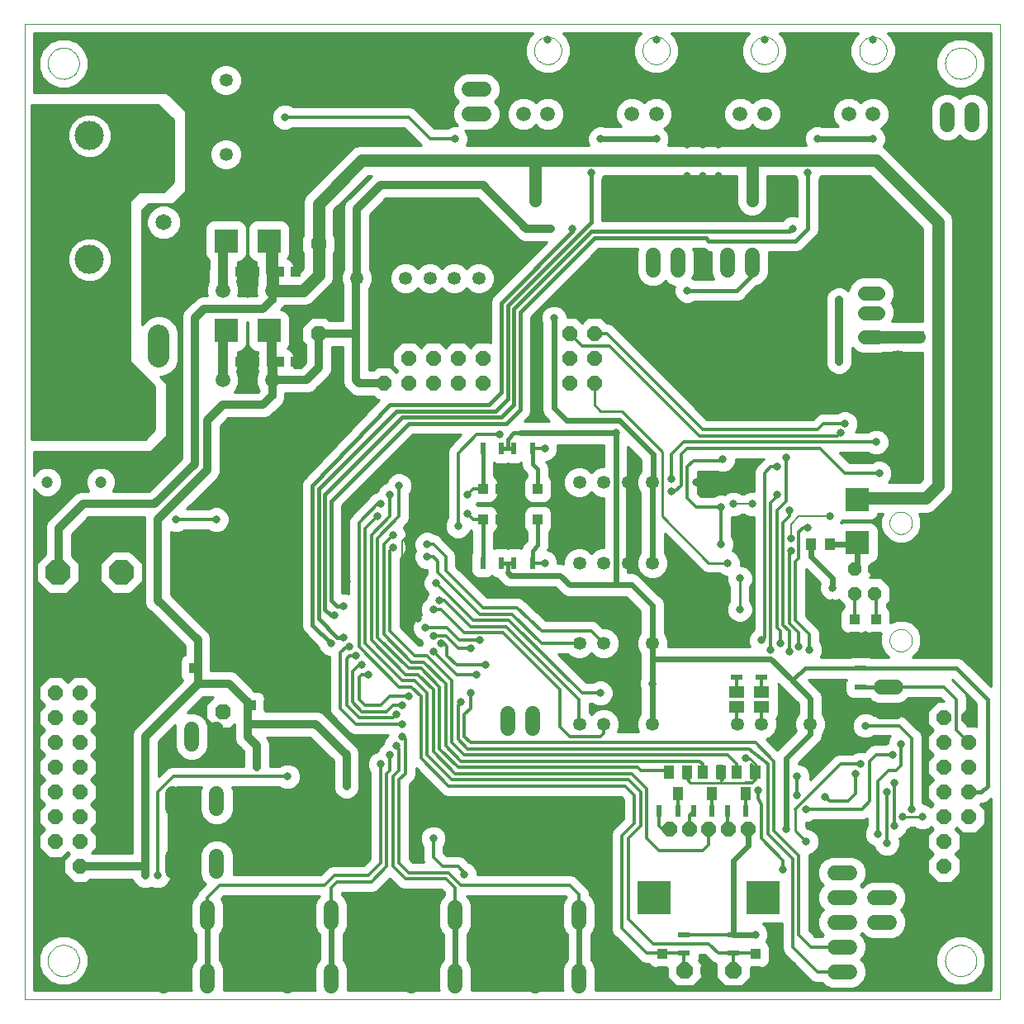
<source format=gbl>
G75*
G70*
%OFA0B0*%
%FSLAX24Y24*%
%IPPOS*%
%LPD*%
%AMOC8*
5,1,8,0,0,1.08239X$1,22.5*
%
%ADD10C,0.0000*%
%ADD11OC8,0.0591*%
%ADD12R,0.0512X0.0236*%
%ADD13C,0.0600*%
%ADD14C,0.0531*%
%ADD15R,0.0413X0.0425*%
%ADD16R,0.0236X0.0512*%
%ADD17OC8,0.0660*%
%ADD18R,0.1378X0.1378*%
%ADD19R,0.0425X0.0413*%
%ADD20R,0.0394X0.0551*%
%ADD21OC8,0.1000*%
%ADD22C,0.0591*%
%ADD23R,0.0945X0.0945*%
%ADD24C,0.0472*%
%ADD25R,0.0433X0.0512*%
%ADD26R,0.0630X0.0460*%
%ADD27C,0.0860*%
%ADD28OC8,0.0630*%
%ADD29C,0.0561*%
%ADD30C,0.1306*%
%ADD31OC8,0.0561*%
%ADD32C,0.0650*%
%ADD33C,0.1181*%
%ADD34OC8,0.0600*%
%ADD35R,0.0433X0.0394*%
%ADD36C,0.0400*%
%ADD37C,0.0240*%
%ADD38C,0.0120*%
%ADD39C,0.0160*%
%ADD40C,0.0320*%
%ADD41C,0.0317*%
%ADD42C,0.0079*%
%ADD43C,0.0560*%
%ADD44C,0.0100*%
%ADD45C,0.0500*%
D10*
X002853Y000150D02*
X002853Y039520D01*
X042223Y039520D01*
X042223Y000150D01*
X002853Y000150D01*
X003798Y001725D02*
X003800Y001775D01*
X003806Y001825D01*
X003816Y001874D01*
X003830Y001922D01*
X003847Y001969D01*
X003868Y002014D01*
X003893Y002058D01*
X003921Y002099D01*
X003953Y002138D01*
X003987Y002175D01*
X004024Y002209D01*
X004064Y002239D01*
X004106Y002266D01*
X004150Y002290D01*
X004196Y002311D01*
X004243Y002327D01*
X004291Y002340D01*
X004341Y002349D01*
X004390Y002354D01*
X004441Y002355D01*
X004491Y002352D01*
X004540Y002345D01*
X004589Y002334D01*
X004637Y002319D01*
X004683Y002301D01*
X004728Y002279D01*
X004771Y002253D01*
X004812Y002224D01*
X004851Y002192D01*
X004887Y002157D01*
X004919Y002119D01*
X004949Y002079D01*
X004976Y002036D01*
X004999Y001992D01*
X005018Y001946D01*
X005034Y001898D01*
X005046Y001849D01*
X005054Y001800D01*
X005058Y001750D01*
X005058Y001700D01*
X005054Y001650D01*
X005046Y001601D01*
X005034Y001552D01*
X005018Y001504D01*
X004999Y001458D01*
X004976Y001414D01*
X004949Y001371D01*
X004919Y001331D01*
X004887Y001293D01*
X004851Y001258D01*
X004812Y001226D01*
X004771Y001197D01*
X004728Y001171D01*
X004683Y001149D01*
X004637Y001131D01*
X004589Y001116D01*
X004540Y001105D01*
X004491Y001098D01*
X004441Y001095D01*
X004390Y001096D01*
X004341Y001101D01*
X004291Y001110D01*
X004243Y001123D01*
X004196Y001139D01*
X004150Y001160D01*
X004106Y001184D01*
X004064Y001211D01*
X004024Y001241D01*
X003987Y001275D01*
X003953Y001312D01*
X003921Y001351D01*
X003893Y001392D01*
X003868Y001436D01*
X003847Y001481D01*
X003830Y001528D01*
X003816Y001576D01*
X003806Y001625D01*
X003800Y001675D01*
X003798Y001725D01*
X037775Y014655D02*
X037777Y014697D01*
X037783Y014739D01*
X037793Y014781D01*
X037806Y014821D01*
X037824Y014860D01*
X037845Y014897D01*
X037869Y014931D01*
X037897Y014964D01*
X037927Y014994D01*
X037960Y015020D01*
X037995Y015044D01*
X038033Y015064D01*
X038072Y015080D01*
X038112Y015093D01*
X038154Y015102D01*
X038196Y015107D01*
X038239Y015108D01*
X038281Y015105D01*
X038323Y015098D01*
X038364Y015087D01*
X038404Y015072D01*
X038442Y015054D01*
X038479Y015032D01*
X038513Y015007D01*
X038545Y014979D01*
X038573Y014948D01*
X038599Y014914D01*
X038622Y014878D01*
X038641Y014841D01*
X038657Y014801D01*
X038669Y014760D01*
X038677Y014719D01*
X038681Y014676D01*
X038681Y014634D01*
X038677Y014591D01*
X038669Y014550D01*
X038657Y014509D01*
X038641Y014469D01*
X038622Y014432D01*
X038599Y014396D01*
X038573Y014362D01*
X038545Y014331D01*
X038513Y014303D01*
X038479Y014278D01*
X038442Y014256D01*
X038404Y014238D01*
X038364Y014223D01*
X038323Y014212D01*
X038281Y014205D01*
X038239Y014202D01*
X038196Y014203D01*
X038154Y014208D01*
X038112Y014217D01*
X038072Y014230D01*
X038033Y014246D01*
X037995Y014266D01*
X037960Y014290D01*
X037927Y014316D01*
X037897Y014346D01*
X037869Y014379D01*
X037845Y014413D01*
X037824Y014450D01*
X037806Y014489D01*
X037793Y014529D01*
X037783Y014571D01*
X037777Y014613D01*
X037775Y014655D01*
X037775Y019395D02*
X037777Y019437D01*
X037783Y019479D01*
X037793Y019521D01*
X037806Y019561D01*
X037824Y019600D01*
X037845Y019637D01*
X037869Y019671D01*
X037897Y019704D01*
X037927Y019734D01*
X037960Y019760D01*
X037995Y019784D01*
X038033Y019804D01*
X038072Y019820D01*
X038112Y019833D01*
X038154Y019842D01*
X038196Y019847D01*
X038239Y019848D01*
X038281Y019845D01*
X038323Y019838D01*
X038364Y019827D01*
X038404Y019812D01*
X038442Y019794D01*
X038479Y019772D01*
X038513Y019747D01*
X038545Y019719D01*
X038573Y019688D01*
X038599Y019654D01*
X038622Y019618D01*
X038641Y019581D01*
X038657Y019541D01*
X038669Y019500D01*
X038677Y019459D01*
X038681Y019416D01*
X038681Y019374D01*
X038677Y019331D01*
X038669Y019290D01*
X038657Y019249D01*
X038641Y019209D01*
X038622Y019172D01*
X038599Y019136D01*
X038573Y019102D01*
X038545Y019071D01*
X038513Y019043D01*
X038479Y019018D01*
X038442Y018996D01*
X038404Y018978D01*
X038364Y018963D01*
X038323Y018952D01*
X038281Y018945D01*
X038239Y018942D01*
X038196Y018943D01*
X038154Y018948D01*
X038112Y018957D01*
X038072Y018970D01*
X038033Y018986D01*
X037995Y019006D01*
X037960Y019030D01*
X037927Y019056D01*
X037897Y019086D01*
X037869Y019119D01*
X037845Y019153D01*
X037824Y019190D01*
X037806Y019229D01*
X037793Y019269D01*
X037783Y019311D01*
X037777Y019353D01*
X037775Y019395D01*
X040018Y001725D02*
X040020Y001775D01*
X040026Y001825D01*
X040036Y001874D01*
X040050Y001922D01*
X040067Y001969D01*
X040088Y002014D01*
X040113Y002058D01*
X040141Y002099D01*
X040173Y002138D01*
X040207Y002175D01*
X040244Y002209D01*
X040284Y002239D01*
X040326Y002266D01*
X040370Y002290D01*
X040416Y002311D01*
X040463Y002327D01*
X040511Y002340D01*
X040561Y002349D01*
X040610Y002354D01*
X040661Y002355D01*
X040711Y002352D01*
X040760Y002345D01*
X040809Y002334D01*
X040857Y002319D01*
X040903Y002301D01*
X040948Y002279D01*
X040991Y002253D01*
X041032Y002224D01*
X041071Y002192D01*
X041107Y002157D01*
X041139Y002119D01*
X041169Y002079D01*
X041196Y002036D01*
X041219Y001992D01*
X041238Y001946D01*
X041254Y001898D01*
X041266Y001849D01*
X041274Y001800D01*
X041278Y001750D01*
X041278Y001700D01*
X041274Y001650D01*
X041266Y001601D01*
X041254Y001552D01*
X041238Y001504D01*
X041219Y001458D01*
X041196Y001414D01*
X041169Y001371D01*
X041139Y001331D01*
X041107Y001293D01*
X041071Y001258D01*
X041032Y001226D01*
X040991Y001197D01*
X040948Y001171D01*
X040903Y001149D01*
X040857Y001131D01*
X040809Y001116D01*
X040760Y001105D01*
X040711Y001098D01*
X040661Y001095D01*
X040610Y001096D01*
X040561Y001101D01*
X040511Y001110D01*
X040463Y001123D01*
X040416Y001139D01*
X040370Y001160D01*
X040326Y001184D01*
X040284Y001211D01*
X040244Y001241D01*
X040207Y001275D01*
X040173Y001312D01*
X040141Y001351D01*
X040113Y001392D01*
X040088Y001436D01*
X040067Y001481D01*
X040050Y001528D01*
X040036Y001576D01*
X040026Y001625D01*
X040020Y001675D01*
X040018Y001725D01*
X040018Y037945D02*
X040020Y037995D01*
X040026Y038045D01*
X040036Y038094D01*
X040050Y038142D01*
X040067Y038189D01*
X040088Y038234D01*
X040113Y038278D01*
X040141Y038319D01*
X040173Y038358D01*
X040207Y038395D01*
X040244Y038429D01*
X040284Y038459D01*
X040326Y038486D01*
X040370Y038510D01*
X040416Y038531D01*
X040463Y038547D01*
X040511Y038560D01*
X040561Y038569D01*
X040610Y038574D01*
X040661Y038575D01*
X040711Y038572D01*
X040760Y038565D01*
X040809Y038554D01*
X040857Y038539D01*
X040903Y038521D01*
X040948Y038499D01*
X040991Y038473D01*
X041032Y038444D01*
X041071Y038412D01*
X041107Y038377D01*
X041139Y038339D01*
X041169Y038299D01*
X041196Y038256D01*
X041219Y038212D01*
X041238Y038166D01*
X041254Y038118D01*
X041266Y038069D01*
X041274Y038020D01*
X041278Y037970D01*
X041278Y037920D01*
X041274Y037870D01*
X041266Y037821D01*
X041254Y037772D01*
X041238Y037724D01*
X041219Y037678D01*
X041196Y037634D01*
X041169Y037591D01*
X041139Y037551D01*
X041107Y037513D01*
X041071Y037478D01*
X041032Y037446D01*
X040991Y037417D01*
X040948Y037391D01*
X040903Y037369D01*
X040857Y037351D01*
X040809Y037336D01*
X040760Y037325D01*
X040711Y037318D01*
X040661Y037315D01*
X040610Y037316D01*
X040561Y037321D01*
X040511Y037330D01*
X040463Y037343D01*
X040416Y037359D01*
X040370Y037380D01*
X040326Y037404D01*
X040284Y037431D01*
X040244Y037461D01*
X040207Y037495D01*
X040173Y037532D01*
X040141Y037571D01*
X040113Y037612D01*
X040088Y037656D01*
X040067Y037701D01*
X040050Y037748D01*
X040036Y037796D01*
X040026Y037845D01*
X040020Y037895D01*
X040018Y037945D01*
X036552Y038459D02*
X036554Y038506D01*
X036560Y038552D01*
X036570Y038598D01*
X036583Y038643D01*
X036601Y038686D01*
X036622Y038728D01*
X036646Y038768D01*
X036674Y038805D01*
X036705Y038840D01*
X036739Y038873D01*
X036775Y038902D01*
X036814Y038928D01*
X036855Y038951D01*
X036898Y038970D01*
X036942Y038986D01*
X036987Y038998D01*
X037033Y039006D01*
X037080Y039010D01*
X037126Y039010D01*
X037173Y039006D01*
X037219Y038998D01*
X037264Y038986D01*
X037308Y038970D01*
X037351Y038951D01*
X037392Y038928D01*
X037431Y038902D01*
X037467Y038873D01*
X037501Y038840D01*
X037532Y038805D01*
X037560Y038768D01*
X037584Y038728D01*
X037605Y038686D01*
X037623Y038643D01*
X037636Y038598D01*
X037646Y038552D01*
X037652Y038506D01*
X037654Y038459D01*
X037652Y038412D01*
X037646Y038366D01*
X037636Y038320D01*
X037623Y038275D01*
X037605Y038232D01*
X037584Y038190D01*
X037560Y038150D01*
X037532Y038113D01*
X037501Y038078D01*
X037467Y038045D01*
X037431Y038016D01*
X037392Y037990D01*
X037351Y037967D01*
X037308Y037948D01*
X037264Y037932D01*
X037219Y037920D01*
X037173Y037912D01*
X037126Y037908D01*
X037080Y037908D01*
X037033Y037912D01*
X036987Y037920D01*
X036942Y037932D01*
X036898Y037948D01*
X036855Y037967D01*
X036814Y037990D01*
X036775Y038016D01*
X036739Y038045D01*
X036705Y038078D01*
X036674Y038113D01*
X036646Y038150D01*
X036622Y038190D01*
X036601Y038232D01*
X036583Y038275D01*
X036570Y038320D01*
X036560Y038366D01*
X036554Y038412D01*
X036552Y038459D01*
X032177Y038459D02*
X032179Y038506D01*
X032185Y038552D01*
X032195Y038598D01*
X032208Y038643D01*
X032226Y038686D01*
X032247Y038728D01*
X032271Y038768D01*
X032299Y038805D01*
X032330Y038840D01*
X032364Y038873D01*
X032400Y038902D01*
X032439Y038928D01*
X032480Y038951D01*
X032523Y038970D01*
X032567Y038986D01*
X032612Y038998D01*
X032658Y039006D01*
X032705Y039010D01*
X032751Y039010D01*
X032798Y039006D01*
X032844Y038998D01*
X032889Y038986D01*
X032933Y038970D01*
X032976Y038951D01*
X033017Y038928D01*
X033056Y038902D01*
X033092Y038873D01*
X033126Y038840D01*
X033157Y038805D01*
X033185Y038768D01*
X033209Y038728D01*
X033230Y038686D01*
X033248Y038643D01*
X033261Y038598D01*
X033271Y038552D01*
X033277Y038506D01*
X033279Y038459D01*
X033277Y038412D01*
X033271Y038366D01*
X033261Y038320D01*
X033248Y038275D01*
X033230Y038232D01*
X033209Y038190D01*
X033185Y038150D01*
X033157Y038113D01*
X033126Y038078D01*
X033092Y038045D01*
X033056Y038016D01*
X033017Y037990D01*
X032976Y037967D01*
X032933Y037948D01*
X032889Y037932D01*
X032844Y037920D01*
X032798Y037912D01*
X032751Y037908D01*
X032705Y037908D01*
X032658Y037912D01*
X032612Y037920D01*
X032567Y037932D01*
X032523Y037948D01*
X032480Y037967D01*
X032439Y037990D01*
X032400Y038016D01*
X032364Y038045D01*
X032330Y038078D01*
X032299Y038113D01*
X032271Y038150D01*
X032247Y038190D01*
X032226Y038232D01*
X032208Y038275D01*
X032195Y038320D01*
X032185Y038366D01*
X032179Y038412D01*
X032177Y038459D01*
X027802Y038459D02*
X027804Y038506D01*
X027810Y038552D01*
X027820Y038598D01*
X027833Y038643D01*
X027851Y038686D01*
X027872Y038728D01*
X027896Y038768D01*
X027924Y038805D01*
X027955Y038840D01*
X027989Y038873D01*
X028025Y038902D01*
X028064Y038928D01*
X028105Y038951D01*
X028148Y038970D01*
X028192Y038986D01*
X028237Y038998D01*
X028283Y039006D01*
X028330Y039010D01*
X028376Y039010D01*
X028423Y039006D01*
X028469Y038998D01*
X028514Y038986D01*
X028558Y038970D01*
X028601Y038951D01*
X028642Y038928D01*
X028681Y038902D01*
X028717Y038873D01*
X028751Y038840D01*
X028782Y038805D01*
X028810Y038768D01*
X028834Y038728D01*
X028855Y038686D01*
X028873Y038643D01*
X028886Y038598D01*
X028896Y038552D01*
X028902Y038506D01*
X028904Y038459D01*
X028902Y038412D01*
X028896Y038366D01*
X028886Y038320D01*
X028873Y038275D01*
X028855Y038232D01*
X028834Y038190D01*
X028810Y038150D01*
X028782Y038113D01*
X028751Y038078D01*
X028717Y038045D01*
X028681Y038016D01*
X028642Y037990D01*
X028601Y037967D01*
X028558Y037948D01*
X028514Y037932D01*
X028469Y037920D01*
X028423Y037912D01*
X028376Y037908D01*
X028330Y037908D01*
X028283Y037912D01*
X028237Y037920D01*
X028192Y037932D01*
X028148Y037948D01*
X028105Y037967D01*
X028064Y037990D01*
X028025Y038016D01*
X027989Y038045D01*
X027955Y038078D01*
X027924Y038113D01*
X027896Y038150D01*
X027872Y038190D01*
X027851Y038232D01*
X027833Y038275D01*
X027820Y038320D01*
X027810Y038366D01*
X027804Y038412D01*
X027802Y038459D01*
X023427Y038459D02*
X023429Y038506D01*
X023435Y038552D01*
X023445Y038598D01*
X023458Y038643D01*
X023476Y038686D01*
X023497Y038728D01*
X023521Y038768D01*
X023549Y038805D01*
X023580Y038840D01*
X023614Y038873D01*
X023650Y038902D01*
X023689Y038928D01*
X023730Y038951D01*
X023773Y038970D01*
X023817Y038986D01*
X023862Y038998D01*
X023908Y039006D01*
X023955Y039010D01*
X024001Y039010D01*
X024048Y039006D01*
X024094Y038998D01*
X024139Y038986D01*
X024183Y038970D01*
X024226Y038951D01*
X024267Y038928D01*
X024306Y038902D01*
X024342Y038873D01*
X024376Y038840D01*
X024407Y038805D01*
X024435Y038768D01*
X024459Y038728D01*
X024480Y038686D01*
X024498Y038643D01*
X024511Y038598D01*
X024521Y038552D01*
X024527Y038506D01*
X024529Y038459D01*
X024527Y038412D01*
X024521Y038366D01*
X024511Y038320D01*
X024498Y038275D01*
X024480Y038232D01*
X024459Y038190D01*
X024435Y038150D01*
X024407Y038113D01*
X024376Y038078D01*
X024342Y038045D01*
X024306Y038016D01*
X024267Y037990D01*
X024226Y037967D01*
X024183Y037948D01*
X024139Y037932D01*
X024094Y037920D01*
X024048Y037912D01*
X024001Y037908D01*
X023955Y037908D01*
X023908Y037912D01*
X023862Y037920D01*
X023817Y037932D01*
X023773Y037948D01*
X023730Y037967D01*
X023689Y037990D01*
X023650Y038016D01*
X023614Y038045D01*
X023580Y038078D01*
X023549Y038113D01*
X023521Y038150D01*
X023497Y038190D01*
X023476Y038232D01*
X023458Y038275D01*
X023445Y038320D01*
X023435Y038366D01*
X023429Y038412D01*
X023427Y038459D01*
X003798Y037945D02*
X003800Y037995D01*
X003806Y038045D01*
X003816Y038094D01*
X003830Y038142D01*
X003847Y038189D01*
X003868Y038234D01*
X003893Y038278D01*
X003921Y038319D01*
X003953Y038358D01*
X003987Y038395D01*
X004024Y038429D01*
X004064Y038459D01*
X004106Y038486D01*
X004150Y038510D01*
X004196Y038531D01*
X004243Y038547D01*
X004291Y038560D01*
X004341Y038569D01*
X004390Y038574D01*
X004441Y038575D01*
X004491Y038572D01*
X004540Y038565D01*
X004589Y038554D01*
X004637Y038539D01*
X004683Y038521D01*
X004728Y038499D01*
X004771Y038473D01*
X004812Y038444D01*
X004851Y038412D01*
X004887Y038377D01*
X004919Y038339D01*
X004949Y038299D01*
X004976Y038256D01*
X004999Y038212D01*
X005018Y038166D01*
X005034Y038118D01*
X005046Y038069D01*
X005054Y038020D01*
X005058Y037970D01*
X005058Y037920D01*
X005054Y037870D01*
X005046Y037821D01*
X005034Y037772D01*
X005018Y037724D01*
X004999Y037678D01*
X004976Y037634D01*
X004949Y037591D01*
X004919Y037551D01*
X004887Y037513D01*
X004851Y037478D01*
X004812Y037446D01*
X004771Y037417D01*
X004728Y037391D01*
X004683Y037369D01*
X004637Y037351D01*
X004589Y037336D01*
X004540Y037325D01*
X004491Y037318D01*
X004441Y037315D01*
X004390Y037316D01*
X004341Y037321D01*
X004291Y037330D01*
X004243Y037343D01*
X004196Y037359D01*
X004150Y037380D01*
X004106Y037404D01*
X004064Y037431D01*
X004024Y037461D01*
X003987Y037495D01*
X003953Y037532D01*
X003921Y037571D01*
X003893Y037612D01*
X003868Y037656D01*
X003847Y037701D01*
X003830Y037748D01*
X003816Y037796D01*
X003806Y037845D01*
X003800Y037895D01*
X003798Y037945D01*
D11*
X017353Y026025D03*
X018353Y026025D03*
X019353Y026025D03*
X019353Y025025D03*
X018353Y025025D03*
X017353Y025025D03*
X020353Y025025D03*
X021353Y025025D03*
X021353Y026025D03*
X020353Y026025D03*
X005103Y012525D03*
X005103Y011525D03*
X004103Y011525D03*
X004103Y012525D03*
X004103Y010525D03*
X005103Y010525D03*
X005103Y009525D03*
X004103Y009525D03*
X004103Y008525D03*
X005103Y008525D03*
X005103Y007525D03*
X005103Y006525D03*
X004103Y006525D03*
X004103Y007525D03*
X004103Y005525D03*
X005103Y005525D03*
X028903Y007031D03*
X029691Y007031D03*
X030478Y007031D03*
X031265Y007031D03*
X032053Y007031D03*
X039978Y007525D03*
X040978Y007525D03*
X040978Y006525D03*
X039978Y006525D03*
X039978Y005525D03*
X040978Y005525D03*
X040978Y008525D03*
X039978Y008525D03*
X039978Y009525D03*
X040978Y009525D03*
X040978Y010525D03*
X039978Y010525D03*
X039978Y011525D03*
X040978Y011525D03*
D12*
X036603Y012776D03*
X036603Y013524D03*
X032603Y013151D03*
X032603Y013899D03*
X031603Y013899D03*
X031603Y013151D03*
X031478Y002774D03*
X031478Y002026D03*
X029478Y002026D03*
X029478Y002774D03*
D13*
X025243Y003255D02*
X025243Y003855D01*
X023463Y003855D02*
X023463Y003255D01*
X023463Y001295D02*
X023463Y000695D01*
X025243Y000695D02*
X025243Y001295D01*
X020243Y001295D02*
X020243Y000695D01*
X018463Y000695D02*
X018463Y001295D01*
X018463Y003255D02*
X018463Y003855D01*
X020243Y003855D02*
X020243Y003255D01*
X015243Y003255D02*
X015243Y003855D01*
X013463Y003855D02*
X013463Y003255D01*
X013463Y001295D02*
X013463Y000695D01*
X015243Y000695D02*
X015243Y001295D01*
X010618Y005320D02*
X010618Y005920D01*
X008838Y005920D02*
X008838Y005320D01*
X008463Y003855D02*
X008463Y003255D01*
X010243Y003255D02*
X010243Y003855D01*
X010243Y001295D02*
X010243Y000695D01*
X008463Y000695D02*
X008463Y001295D01*
X008838Y007880D02*
X008838Y008480D01*
X010618Y008480D02*
X010618Y007880D01*
X010603Y010475D02*
X010603Y011075D01*
X009603Y011075D02*
X009603Y010475D01*
X022353Y011100D02*
X022353Y011700D01*
X023353Y011700D02*
X023353Y011100D01*
X035553Y006275D02*
X036153Y006275D01*
X036153Y005275D02*
X035553Y005275D01*
X035553Y004275D02*
X036153Y004275D01*
X036153Y003275D02*
X035553Y003275D01*
X035553Y002275D02*
X036153Y002275D01*
X036153Y001275D02*
X035553Y001275D01*
X037178Y003275D02*
X037778Y003275D01*
X037778Y004275D02*
X037178Y004275D01*
X037428Y011775D02*
X038028Y011775D01*
X038028Y012775D02*
X037428Y012775D01*
X032228Y029600D02*
X032228Y030200D01*
X031228Y030200D02*
X031228Y029600D01*
X030228Y029600D02*
X030228Y030200D01*
X029228Y030200D02*
X029228Y029600D01*
X028228Y029600D02*
X028228Y030200D01*
X021403Y035900D02*
X020803Y035900D01*
X020803Y036900D02*
X021403Y036900D01*
X040103Y036075D02*
X040103Y035475D01*
X041103Y035475D02*
X041103Y036075D01*
D14*
X028204Y021025D03*
X027220Y021025D03*
X026236Y021025D03*
X025252Y021025D03*
X025252Y017775D03*
X026236Y017775D03*
X027220Y017775D03*
X028204Y017775D03*
X028204Y014525D03*
X027220Y014525D03*
X026236Y014525D03*
X025252Y014525D03*
X025252Y011275D03*
X026236Y011275D03*
X027220Y011275D03*
X028204Y011275D03*
X031627Y011275D03*
X032611Y011275D03*
X033595Y011275D03*
X034579Y011275D03*
X021189Y029275D03*
X020204Y029275D03*
X019220Y029275D03*
X018236Y029275D03*
X017252Y029275D03*
X016267Y029275D03*
X011970Y034275D03*
X010986Y034275D03*
X010986Y037275D03*
X011970Y037275D03*
D15*
X012133Y029525D03*
X012822Y029525D03*
X011572Y029525D03*
X010883Y029525D03*
X010883Y025900D03*
X011572Y025900D03*
X012133Y025900D03*
X012822Y025900D03*
X021383Y020775D03*
X022072Y020775D03*
X022883Y020775D03*
X023572Y020775D03*
X023572Y019525D03*
X022883Y019525D03*
X022072Y019525D03*
X021383Y019525D03*
X012697Y012025D03*
X012008Y012025D03*
X009697Y013525D03*
X009008Y013525D03*
D16*
X021354Y017775D03*
X022102Y017775D03*
X022604Y017775D03*
X023352Y017775D03*
X023352Y022400D03*
X022604Y022400D03*
X022102Y022400D03*
X021354Y022400D03*
X028479Y007775D03*
X029227Y007775D03*
X029854Y007775D03*
X030602Y007775D03*
X031229Y007775D03*
X031977Y007775D03*
D17*
X031462Y001322D03*
X030478Y001322D03*
X029494Y001322D03*
D18*
X028273Y004275D03*
X032683Y004275D03*
D19*
X032353Y001994D03*
X032353Y001306D03*
X028603Y001306D03*
X028603Y001994D03*
X036353Y014806D03*
X036353Y015494D03*
X037228Y015494D03*
X037228Y014806D03*
D20*
X032352Y009333D03*
X031604Y009333D03*
X030977Y009333D03*
X030229Y009333D03*
X029602Y009333D03*
X028854Y009333D03*
X029228Y008467D03*
X030603Y008467D03*
X031978Y008467D03*
D21*
X006758Y017400D03*
X004198Y017400D03*
D22*
X010853Y025150D03*
X011853Y025150D03*
X012853Y025150D03*
X012853Y028775D03*
X011853Y028775D03*
X010853Y028775D03*
X022994Y035900D03*
X023978Y035900D03*
X024962Y035900D03*
X027369Y035900D03*
X028353Y035900D03*
X029337Y035900D03*
X031744Y035900D03*
X032728Y035900D03*
X033712Y035900D03*
X036119Y035900D03*
X037103Y035900D03*
X038087Y035900D03*
D23*
X036478Y020329D03*
X036478Y018596D03*
X012719Y027150D03*
X010987Y027150D03*
X010987Y030775D03*
X012719Y030775D03*
D24*
X005936Y023009D03*
X005936Y022025D03*
X005936Y021041D03*
X003770Y021041D03*
X003770Y022025D03*
X003770Y023009D03*
D25*
X034604Y018525D03*
X035352Y018525D03*
X038979Y026900D03*
X039727Y026900D03*
D26*
X032603Y012575D03*
X032603Y011975D03*
X031603Y011975D03*
X031603Y012575D03*
D27*
X008284Y026095D02*
X008284Y026955D01*
X005922Y026955D02*
X005922Y026095D01*
X006673Y024635D02*
X007533Y024635D01*
D28*
X011103Y023150D03*
X014728Y027025D03*
X014728Y030650D03*
X010853Y011775D03*
X006853Y002650D03*
D29*
X036756Y026897D02*
X037317Y026897D01*
X037317Y027881D02*
X036756Y027881D01*
X036756Y028669D02*
X037317Y028669D01*
X037317Y029653D02*
X036756Y029653D01*
D30*
X038103Y030862D03*
X038103Y025688D03*
D31*
X037161Y017517D03*
X036374Y017517D03*
X036374Y016533D03*
X037161Y016533D03*
D32*
X008478Y031525D03*
X008478Y033525D03*
D33*
X005478Y035025D03*
X005478Y030025D03*
D34*
X024853Y027025D03*
X025853Y027025D03*
X025853Y026025D03*
X025853Y025025D03*
X024853Y025025D03*
X024853Y026025D03*
D35*
X013813Y025900D03*
X013143Y025900D03*
X013143Y029525D03*
X013813Y029525D03*
D36*
X012853Y029494D02*
X012822Y029525D01*
X012133Y029525D02*
X011853Y029525D01*
X011853Y028775D01*
X011853Y029525D02*
X011572Y029525D01*
X010883Y029525D02*
X010853Y029494D01*
X010853Y028775D01*
X010883Y029525D02*
X010883Y030672D01*
X010987Y030775D01*
X012719Y030775D02*
X012822Y030672D01*
X012719Y027150D02*
X012822Y027047D01*
X012822Y025900D01*
X012853Y025869D01*
X012853Y025150D01*
X011853Y025150D02*
X011853Y025900D01*
X012133Y025900D01*
X011853Y025900D02*
X011572Y025900D01*
X010883Y025900D02*
X010853Y025869D01*
X010853Y025150D01*
X010883Y025900D02*
X010883Y027047D01*
X010987Y027150D01*
X005936Y022025D02*
X003770Y022025D01*
D37*
X004228Y017430D02*
X004198Y017400D01*
X012853Y028650D02*
X012853Y028775D01*
X022853Y023025D02*
X026728Y023025D01*
X026728Y016900D01*
X024853Y016900D01*
X024478Y017275D01*
X022478Y017275D01*
X022353Y017400D01*
X026728Y016900D02*
X027353Y016900D01*
X028204Y016049D01*
X028204Y014525D01*
X028204Y013900D01*
X031602Y013900D01*
X031603Y013899D01*
X032603Y013899D01*
X032604Y013900D01*
X032978Y013900D01*
X033790Y013088D01*
X034579Y012299D01*
X034579Y011275D01*
X034579Y010876D01*
X033603Y009900D01*
X033603Y007025D01*
X032053Y007031D02*
X032053Y006350D01*
X031478Y005775D01*
X031478Y002774D01*
X032352Y002774D01*
X032353Y002775D01*
X025243Y003555D02*
X025243Y000995D01*
X023463Y000995D02*
X023463Y003555D01*
X020243Y003555D02*
X020243Y000995D01*
X018463Y000995D02*
X018463Y003555D01*
X015243Y003555D02*
X015243Y000995D01*
X013463Y000995D02*
X013463Y003555D01*
X010243Y003555D02*
X010243Y000995D01*
X008463Y000995D02*
X008463Y003555D01*
X027220Y011275D02*
X027220Y014525D01*
X028204Y013900D02*
X028204Y012900D01*
X028204Y011275D01*
X028204Y017775D02*
X028204Y021025D01*
X028228Y021049D01*
X028228Y022150D01*
X026853Y023525D01*
X024728Y023525D01*
X024228Y024025D01*
X024228Y027650D01*
X027220Y021025D02*
X027220Y017775D01*
X034603Y018025D02*
X035478Y017150D01*
X035478Y016775D01*
X036374Y017517D02*
X036478Y017621D01*
X036478Y018596D01*
X036469Y018525D01*
X035352Y018525D01*
X034604Y018525D02*
X034604Y018026D01*
X034603Y018025D01*
X036478Y020329D02*
X036487Y020338D01*
X035727Y025899D02*
X035728Y025900D01*
X037036Y026897D02*
X037039Y026900D01*
X039727Y026900D02*
X039728Y026901D01*
X037103Y034900D02*
X034853Y034900D01*
X028353Y034900D02*
X026103Y034900D01*
D38*
X020228Y034900D02*
X019228Y034900D01*
X018353Y035775D01*
X013353Y035775D01*
X024853Y027025D02*
X025353Y026525D01*
X026478Y026525D01*
X030103Y022900D01*
X035665Y022900D01*
X035790Y023025D01*
X035978Y023400D02*
X035103Y023400D01*
X034853Y023150D01*
X030228Y023150D01*
X026353Y027025D01*
X025853Y027025D01*
X022040Y022963D02*
X021103Y022963D01*
X020353Y022213D01*
X020353Y019275D01*
X020728Y019775D02*
X020978Y019525D01*
X021353Y019525D01*
X021383Y019525D01*
X020728Y020525D02*
X020978Y020775D01*
X021383Y020775D01*
X023352Y022400D02*
X023853Y022400D01*
X028978Y022150D02*
X028978Y021150D01*
X029353Y020900D02*
X029353Y022150D01*
X029603Y022400D01*
X034978Y022400D01*
X035978Y021400D01*
X037353Y021400D01*
X037228Y022650D02*
X029478Y022650D01*
X028978Y022150D01*
X029603Y021650D02*
X029853Y021900D01*
X030978Y021900D01*
X031040Y021963D01*
X029603Y021650D02*
X029603Y020400D01*
X029978Y020025D01*
X030978Y020025D01*
X030978Y018525D01*
X032978Y020203D02*
X033228Y020453D01*
X033228Y020525D01*
X032978Y020203D02*
X032978Y014275D01*
X033353Y014525D02*
X033353Y015025D01*
X033228Y015150D01*
X033228Y019900D01*
X033603Y020275D01*
X033603Y022025D01*
X033228Y021650D02*
X032978Y021650D01*
X032728Y021400D01*
X032728Y014775D01*
X032603Y014650D01*
X033478Y015275D02*
X033728Y015025D01*
X033728Y014213D01*
X034103Y014400D02*
X034103Y014963D01*
X033728Y015338D01*
X033728Y018150D01*
X033790Y018213D01*
X033790Y018275D01*
X034103Y017963D02*
X033978Y017838D01*
X033978Y015463D01*
X034540Y014900D01*
X034540Y014275D01*
X033478Y015275D02*
X033478Y019400D01*
X033728Y019650D01*
X033728Y019900D01*
X034290Y019213D02*
X034103Y019025D01*
X034103Y017963D01*
X034290Y019213D02*
X034478Y019213D01*
X036353Y016512D02*
X036353Y015494D01*
X035603Y016150D02*
X035478Y016150D01*
X037161Y016533D02*
X037228Y016466D01*
X037228Y015494D01*
X037728Y012775D02*
X039978Y012775D01*
X040478Y012275D01*
X040478Y011025D01*
X040978Y010525D01*
X038665Y010713D02*
X038665Y007838D01*
X037978Y007150D02*
X037978Y008900D01*
X037665Y008525D02*
X037665Y006463D01*
X037290Y006838D02*
X037290Y008963D01*
X037728Y009400D01*
X038040Y009400D01*
X038228Y009588D01*
X038228Y010463D01*
X038665Y010713D02*
X038165Y011213D01*
X036790Y011213D01*
X037228Y010025D02*
X036978Y009775D01*
X036978Y008150D01*
X036665Y007838D01*
X034415Y007838D01*
X033978Y007838D02*
X035790Y009650D01*
X036603Y009650D01*
X036415Y009275D02*
X036415Y008463D01*
X036103Y008150D01*
X035353Y008150D01*
X035165Y008338D01*
X034040Y008400D02*
X034040Y009150D01*
X033103Y009775D02*
X032353Y010525D01*
X020853Y010525D01*
X020603Y010775D01*
X020603Y011650D01*
X020853Y011900D01*
X020853Y012525D01*
X020478Y012150D02*
X020353Y012025D01*
X020353Y010650D01*
X020728Y010275D01*
X032103Y010275D01*
X032853Y009650D01*
X032853Y006838D01*
X033853Y005838D01*
X033853Y002275D01*
X034853Y001275D01*
X035853Y001275D01*
X035853Y002275D02*
X034603Y002275D01*
X034103Y002775D01*
X034103Y005963D01*
X033103Y006963D01*
X033103Y009775D01*
X032353Y009332D02*
X032353Y009275D01*
X032353Y009025D01*
X032228Y008900D01*
X031978Y008900D01*
X031978Y008467D02*
X031978Y007776D01*
X031229Y007775D02*
X031229Y007067D01*
X031265Y007031D01*
X030478Y007031D02*
X030478Y006400D01*
X030228Y006150D01*
X028478Y006150D01*
X027978Y006650D01*
X027978Y008650D01*
X027353Y009275D01*
X020228Y009275D01*
X019353Y010150D01*
X019353Y012650D01*
X018728Y013275D01*
X018228Y013275D01*
X016853Y014650D01*
X016853Y018900D01*
X017603Y019650D01*
X017603Y020525D01*
X017978Y020900D02*
X017978Y019650D01*
X017103Y018775D01*
X017103Y014775D01*
X018353Y013525D01*
X018853Y013525D01*
X019603Y012775D01*
X019603Y010275D01*
X020353Y009525D01*
X027603Y009525D01*
X027728Y009400D01*
X028787Y009400D01*
X028854Y009333D01*
X029228Y008467D02*
X029228Y007776D01*
X029227Y007775D01*
X029691Y007612D02*
X029691Y007031D01*
X029691Y007612D02*
X029854Y007775D01*
X030602Y007775D02*
X030603Y007776D01*
X030603Y008467D01*
X030229Y009333D02*
X030228Y009334D01*
X030228Y009650D01*
X030103Y009775D01*
X020478Y009775D01*
X019853Y010400D01*
X019853Y012900D01*
X018978Y013775D01*
X018478Y013775D01*
X017353Y014900D01*
X017353Y018525D01*
X017728Y018900D01*
X017728Y018400D02*
X017603Y018275D01*
X017603Y015025D01*
X018603Y014025D01*
X019103Y014025D01*
X020103Y013025D01*
X020103Y010525D01*
X020603Y010025D01*
X031228Y010025D01*
X031603Y009650D01*
X031603Y009334D01*
X031604Y009333D01*
X032352Y009333D02*
X032353Y009332D01*
X032478Y008588D02*
X032478Y008275D01*
X032603Y008025D01*
X032603Y006650D01*
X033478Y005775D01*
X033478Y005400D01*
X031478Y002774D02*
X029478Y002774D01*
X029478Y002026D02*
X028634Y002026D01*
X028603Y001994D01*
X028572Y002025D01*
X027978Y002025D01*
X026978Y003025D01*
X026978Y006775D01*
X027478Y007275D01*
X027478Y008400D01*
X027103Y008775D01*
X019978Y008775D01*
X018853Y009900D01*
X018853Y012400D01*
X018478Y012775D01*
X017978Y012775D01*
X016353Y014400D01*
X016353Y019400D01*
X017103Y020150D01*
X017228Y020150D01*
X017103Y019650D02*
X016603Y019150D01*
X016603Y014525D01*
X018103Y013025D01*
X018603Y013025D01*
X019103Y012525D01*
X019103Y010025D01*
X020103Y009025D01*
X027228Y009025D01*
X027728Y008525D01*
X027728Y007150D01*
X027228Y006650D01*
X027228Y003400D01*
X028228Y002400D01*
X030478Y002400D01*
X030853Y002025D01*
X031477Y002025D01*
X031478Y002026D01*
X032321Y002026D01*
X032353Y001994D01*
X032353Y001306D02*
X032353Y000900D01*
X032103Y000650D01*
X030478Y000650D01*
X030478Y001322D01*
X030478Y000650D02*
X028853Y000650D01*
X028603Y000900D01*
X028603Y001306D01*
X029478Y001338D02*
X029478Y002026D01*
X029478Y001338D02*
X029494Y001322D01*
X031462Y001322D02*
X031478Y001338D01*
X031478Y002026D01*
X028897Y007025D02*
X028603Y007025D01*
X028479Y007149D01*
X028479Y007775D01*
X028903Y007031D02*
X028897Y007025D01*
X025228Y004400D02*
X024853Y004775D01*
X020478Y004775D01*
X019978Y005275D01*
X018353Y005275D01*
X017978Y005650D01*
X017978Y009025D01*
X018228Y009275D01*
X018228Y010650D01*
X018103Y010775D01*
X017853Y010400D02*
X017978Y010275D01*
X017978Y009400D01*
X017728Y009150D01*
X017728Y005525D01*
X018228Y005025D01*
X019853Y005025D01*
X020228Y004650D01*
X020228Y003570D01*
X020243Y003555D01*
X020603Y005213D02*
X020603Y005275D01*
X020353Y005525D01*
X019728Y005525D01*
X019353Y005900D01*
X019353Y006650D01*
X017478Y005525D02*
X017478Y009275D01*
X017603Y009400D01*
X017603Y010025D01*
X017228Y009650D02*
X017228Y005650D01*
X016728Y005150D01*
X015353Y005150D01*
X014978Y004775D01*
X010728Y004775D01*
X010228Y004275D01*
X010228Y003570D01*
X010243Y003555D01*
X008228Y005150D02*
X008228Y008525D01*
X008853Y009150D01*
X013478Y009150D01*
X016228Y011275D02*
X015603Y011900D01*
X015603Y014150D01*
X015853Y014400D01*
X015978Y014400D01*
X015978Y014025D02*
X016228Y014025D01*
X015978Y014025D02*
X015853Y013900D01*
X015853Y012025D01*
X016353Y011525D01*
X017728Y011525D01*
X017853Y011650D01*
X017728Y012025D02*
X017478Y011775D01*
X016478Y011775D01*
X016103Y012150D01*
X016103Y013400D01*
X016353Y013650D01*
X016478Y013650D01*
X016478Y013275D02*
X016353Y013150D01*
X016353Y012275D01*
X016603Y012025D01*
X017228Y012025D01*
X017603Y012400D01*
X018353Y012400D01*
X018103Y012025D02*
X017728Y012025D01*
X018103Y011275D02*
X016228Y011275D01*
X016478Y013275D02*
X016728Y013275D01*
X019040Y015150D02*
X019915Y015150D01*
X020415Y014650D01*
X021228Y014650D01*
X020853Y014338D02*
X020353Y014338D01*
X019853Y014838D01*
X019353Y014838D01*
X019665Y014525D02*
X019790Y014525D01*
X019915Y014400D01*
X019915Y014025D01*
X020290Y013650D01*
X021478Y013650D01*
X021103Y013275D02*
X020290Y013275D01*
X019353Y014213D01*
X020603Y014963D02*
X019665Y015900D01*
X019353Y015900D01*
X019603Y016275D02*
X019790Y016275D01*
X020853Y015213D01*
X022290Y015213D01*
X025228Y012275D01*
X025228Y011299D01*
X025252Y011275D01*
X024853Y010775D02*
X024478Y011150D01*
X024478Y012650D01*
X022165Y014963D01*
X020603Y014963D01*
X020978Y015463D02*
X019478Y016963D01*
X019540Y017400D02*
X019540Y017838D01*
X019353Y018025D01*
X019103Y018025D01*
X019103Y018525D02*
X019353Y018525D01*
X019853Y018025D01*
X019853Y017463D01*
X021353Y015963D01*
X022728Y015963D01*
X023728Y015025D01*
X025728Y015025D01*
X026228Y014533D01*
X026236Y014525D01*
X025252Y014525D02*
X023728Y014525D01*
X022540Y015713D01*
X021228Y015713D01*
X019540Y017400D01*
X021353Y017776D02*
X021354Y017775D01*
X023352Y017775D02*
X023853Y017775D01*
X022415Y015463D02*
X020978Y015463D01*
X022415Y015463D02*
X025353Y012525D01*
X026103Y012525D01*
X026236Y011275D02*
X026228Y011267D01*
X026228Y010900D01*
X026103Y010775D01*
X024853Y010775D01*
X031603Y011275D02*
X031627Y011275D01*
X031603Y011275D02*
X031603Y011975D01*
X031603Y012575D02*
X031603Y013151D01*
X032603Y013151D02*
X032603Y012575D01*
X032603Y011975D02*
X032603Y011400D01*
X032611Y011275D01*
X037228Y010025D02*
X037915Y010025D01*
X029103Y020650D02*
X028978Y020650D01*
X029103Y020650D02*
X029353Y020900D01*
X017478Y005525D02*
X016853Y004900D01*
X015478Y004900D01*
X015228Y004650D01*
X015228Y003570D01*
X015243Y003555D01*
X025228Y003570D02*
X025228Y004400D01*
X025228Y003570D02*
X025243Y003555D01*
X010603Y019525D02*
X008978Y019525D01*
D39*
X014478Y020900D02*
X014478Y015275D01*
X015228Y014525D01*
X015478Y014775D02*
X014728Y015525D01*
X014728Y020775D01*
X017853Y023900D01*
X021853Y023900D01*
X022353Y024400D01*
X022353Y028150D01*
X025728Y031525D01*
X025728Y033525D01*
X024978Y031275D02*
X024978Y031150D01*
X022103Y028275D01*
X022103Y024650D01*
X021603Y024150D01*
X017603Y024150D01*
X014478Y020900D01*
X014978Y020525D02*
X014978Y015900D01*
X015228Y015650D01*
X015353Y015650D01*
X015478Y016025D02*
X015728Y016025D01*
X015478Y016025D02*
X015228Y016275D01*
X015228Y020275D01*
X018353Y023400D01*
X022290Y023400D01*
X022853Y023963D01*
X022853Y027900D01*
X025853Y030900D01*
X030353Y030900D01*
X030478Y030775D01*
X033978Y030775D01*
X034478Y031275D01*
X034478Y033525D01*
X033853Y031275D02*
X033728Y031150D01*
X025728Y031150D01*
X022603Y028025D01*
X022603Y024150D01*
X022103Y023650D01*
X018103Y023650D01*
X014978Y020525D01*
X013143Y025900D02*
X012822Y025900D01*
X012853Y029494D02*
X012853Y029525D01*
X012822Y029525D02*
X013143Y029525D01*
X017252Y029275D02*
X017353Y029174D01*
X017353Y026025D01*
X021353Y022399D02*
X021353Y020806D01*
X021383Y020775D01*
X022072Y020775D02*
X022072Y019525D01*
X022883Y019525D01*
X023572Y019525D02*
X023572Y018494D01*
X023353Y018275D01*
X023352Y017775D01*
X022604Y017775D02*
X022353Y017775D01*
X022353Y017400D01*
X022353Y017775D02*
X022102Y017775D01*
X021353Y017776D02*
X021353Y019525D01*
X021368Y019526D01*
X021383Y019525D01*
X022072Y020775D02*
X022883Y020775D01*
X023572Y020775D02*
X023572Y021556D01*
X023353Y021775D01*
X023353Y022399D01*
X023352Y022400D01*
X022604Y022400D02*
X022353Y022400D01*
X022353Y022775D01*
X022603Y023025D01*
X022853Y023025D01*
X022353Y022400D02*
X022102Y022400D01*
X021354Y022400D02*
X021353Y022399D01*
X015728Y014775D02*
X015478Y014775D01*
X012008Y012025D02*
X011987Y012025D01*
X011987Y012016D01*
X011853Y012016D01*
X011853Y012150D01*
X009853Y013525D02*
X009697Y013525D01*
X029603Y028775D02*
X031603Y028775D01*
X032228Y029400D01*
X032228Y029900D01*
X034353Y013525D02*
X033915Y013088D01*
X033790Y013088D01*
X034353Y013525D02*
X036602Y013525D01*
X036603Y013524D01*
X040479Y013524D01*
X041728Y012275D01*
X041728Y008775D01*
X041478Y008525D01*
X040978Y008525D01*
X037728Y012775D02*
X036604Y012775D01*
X036603Y012776D01*
D40*
X035727Y025899D02*
X035727Y028399D01*
X024103Y031275D02*
X023103Y031275D01*
X021353Y033025D01*
X020603Y033025D01*
X017228Y033025D01*
X016267Y032064D01*
X016267Y029275D01*
X016228Y029150D02*
X016228Y027042D01*
X016246Y027024D01*
X014729Y027024D01*
X014728Y027025D01*
X014728Y025650D01*
X014228Y025150D01*
X012853Y025150D01*
X012853Y024525D01*
X012478Y024150D01*
X010853Y024150D01*
X010228Y023525D01*
X010228Y021525D01*
X008228Y019525D01*
X008228Y016275D01*
X009853Y014650D01*
X009853Y013525D01*
X009853Y013150D01*
X009853Y012900D01*
X011103Y012900D01*
X011853Y012150D01*
X011853Y011275D01*
X011853Y010775D01*
X012228Y010400D01*
X012228Y009525D01*
X011853Y011275D02*
X014603Y011275D01*
X015853Y010025D01*
X015853Y008775D01*
X009853Y012900D02*
X007728Y010775D01*
X007728Y005525D01*
X007728Y005150D01*
X007728Y005525D02*
X005103Y005525D01*
X004228Y017430D02*
X004228Y019150D01*
X005228Y020150D01*
X008103Y020150D01*
X009728Y021775D01*
X009728Y027650D01*
X010103Y028025D01*
X012478Y028025D01*
X012853Y028400D01*
X012853Y028775D01*
X016228Y029150D02*
X016225Y029169D01*
X016225Y029189D01*
X016228Y029208D01*
X016234Y029227D01*
X016243Y029244D01*
X016254Y029260D01*
X016267Y029275D01*
X016228Y027025D02*
X016228Y025150D01*
X016353Y025025D01*
X017353Y025025D01*
X016246Y027024D02*
X016240Y027026D01*
X016234Y027027D01*
X016228Y027025D01*
D41*
X015228Y028275D03*
X014603Y028025D03*
X013728Y027275D03*
X012103Y023400D03*
X009103Y024275D03*
X004978Y020775D03*
X004478Y020775D03*
X003728Y020025D03*
X006228Y018900D03*
X008978Y019525D03*
X010603Y019525D03*
X012853Y016275D03*
X013478Y016275D03*
X013478Y015525D03*
X012853Y015525D03*
X015353Y015650D03*
X015728Y016025D03*
X015853Y017025D03*
X017728Y018400D03*
X017728Y018900D03*
X017103Y019650D03*
X017228Y020150D03*
X017603Y020525D03*
X017978Y020900D03*
X019103Y021150D03*
X020728Y020525D03*
X020728Y019775D03*
X020353Y019275D03*
X019103Y018525D03*
X019103Y018025D03*
X019478Y016963D03*
X019603Y016275D03*
X019353Y015900D03*
X018728Y015525D03*
X019040Y015150D03*
X019353Y014838D03*
X019665Y014525D03*
X019353Y014213D03*
X020853Y014338D03*
X021228Y014650D03*
X021478Y013650D03*
X021103Y013275D03*
X020853Y012525D03*
X020478Y012150D03*
X018353Y012400D03*
X018103Y012025D03*
X017853Y011650D03*
X018103Y011275D03*
X018103Y010775D03*
X017853Y010400D03*
X017603Y010025D03*
X017228Y009650D03*
X015853Y008775D03*
X013478Y009150D03*
X012228Y009525D03*
X011603Y009650D03*
X011853Y011275D03*
X009853Y013150D03*
X005228Y015900D03*
X003728Y016025D03*
X003728Y014025D03*
X012853Y005525D03*
X011978Y002900D03*
X011978Y001150D03*
X008228Y005150D03*
X007728Y005150D03*
X003978Y003900D03*
X006103Y001150D03*
X006978Y001150D03*
X016228Y006150D03*
X019353Y006650D03*
X020603Y005213D03*
X021978Y002775D03*
X021978Y001150D03*
X016978Y001150D03*
X016978Y002775D03*
X024728Y007150D03*
X026103Y012525D03*
X028204Y012900D03*
X029728Y014775D03*
X029728Y015775D03*
X031353Y014650D03*
X032603Y014650D03*
X032978Y014275D03*
X033353Y014525D03*
X033728Y014213D03*
X034103Y014400D03*
X034540Y014275D03*
X036353Y014275D03*
X035478Y016150D03*
X035478Y016775D03*
X033790Y018275D03*
X033790Y018775D03*
X034478Y019213D03*
X035353Y019650D03*
X033728Y019900D03*
X033228Y020525D03*
X032228Y020150D03*
X031478Y020150D03*
X030978Y020025D03*
X030728Y021025D03*
X029978Y021025D03*
X028978Y021150D03*
X028978Y020650D03*
X031040Y021963D03*
X033228Y021650D03*
X033603Y022025D03*
X034478Y024150D03*
X035790Y023025D03*
X035978Y023400D03*
X037228Y022650D03*
X037353Y021400D03*
X038978Y021150D03*
X040978Y019525D03*
X040353Y018775D03*
X040978Y018150D03*
X040353Y017525D03*
X040978Y016900D03*
X040353Y016275D03*
X040978Y015650D03*
X040353Y015025D03*
X039728Y015650D03*
X039103Y016275D03*
X039728Y016900D03*
X039103Y017525D03*
X039728Y018150D03*
X039103Y018775D03*
X039728Y019400D03*
X038478Y018150D03*
X038478Y017025D03*
X038478Y015650D03*
X036790Y011213D03*
X037915Y010025D03*
X038228Y010463D03*
X037978Y008900D03*
X037665Y008525D03*
X038290Y007525D03*
X037978Y007150D03*
X037290Y006838D03*
X037665Y006463D03*
X037353Y005400D03*
X039228Y004025D03*
X040228Y004025D03*
X039228Y002900D03*
X039228Y001900D03*
X039228Y000900D03*
X038228Y000900D03*
X038228Y001900D03*
X041228Y004025D03*
X039103Y007525D03*
X038665Y007838D03*
X036415Y009275D03*
X036603Y009650D03*
X035165Y008338D03*
X034415Y007838D03*
X034040Y008400D03*
X034040Y009150D03*
X032478Y008588D03*
X031978Y009900D03*
X033603Y012150D03*
X031728Y015900D03*
X031728Y017150D03*
X031228Y017775D03*
X030978Y018525D03*
X029728Y017650D03*
X026728Y015400D03*
X023853Y017775D03*
X024853Y022275D03*
X023853Y022400D03*
X023478Y023775D03*
X022040Y022963D03*
X021353Y026900D03*
X021353Y027900D03*
X024228Y027650D03*
X024478Y028650D03*
X024978Y029150D03*
X025478Y029650D03*
X024978Y031275D03*
X024103Y031275D03*
X023478Y032400D03*
X025728Y033525D03*
X026103Y034900D03*
X028353Y034900D03*
X029603Y034650D03*
X030228Y034650D03*
X030853Y034650D03*
X030853Y033400D03*
X030228Y033400D03*
X029603Y033400D03*
X032228Y032400D03*
X033853Y031275D03*
X034478Y033525D03*
X034853Y034900D03*
X037103Y034900D03*
X039103Y035900D03*
X039103Y037400D03*
X038103Y038150D03*
X037103Y037400D03*
X036103Y038150D03*
X037103Y038900D03*
X039103Y038900D03*
X034978Y038900D03*
X033853Y038150D03*
X034978Y037400D03*
X032728Y037400D03*
X031728Y038150D03*
X032728Y038900D03*
X030603Y038900D03*
X029353Y038150D03*
X028353Y037400D03*
X027353Y038150D03*
X028353Y038900D03*
X026228Y038900D03*
X024978Y038150D03*
X023978Y037400D03*
X022978Y038150D03*
X023978Y038900D03*
X026228Y037400D03*
X030603Y037400D03*
X038603Y029025D03*
X038853Y028025D03*
X040728Y027525D03*
X041478Y026775D03*
X040728Y026025D03*
X041478Y025275D03*
X038728Y024525D03*
X041478Y022400D03*
X035728Y025900D03*
X035727Y028399D03*
X033103Y028150D03*
X031603Y026650D03*
X031478Y024650D03*
X029728Y024775D03*
X029228Y026525D03*
X029603Y028775D03*
X027603Y028525D03*
X026728Y023025D03*
X018353Y030525D03*
X020978Y032025D03*
X020603Y033025D03*
X020603Y034025D03*
X020228Y034900D03*
X017853Y037400D03*
X017228Y038150D03*
X017853Y038900D03*
X018603Y038150D03*
X019228Y038900D03*
X016478Y038900D03*
X015853Y038150D03*
X016478Y037400D03*
X015228Y037400D03*
X015228Y038900D03*
X013978Y038900D03*
X013228Y038025D03*
X012603Y038900D03*
X011978Y038025D03*
X011353Y038900D03*
X010728Y038025D03*
X010103Y038900D03*
X008853Y038900D03*
X007603Y038900D03*
X006353Y038900D03*
X010103Y035900D03*
X012853Y034275D03*
X013353Y035775D03*
X015228Y034650D03*
X012478Y032650D03*
X012478Y031900D03*
X015728Y014775D03*
X015978Y014400D03*
X016228Y014025D03*
X016478Y013650D03*
X016728Y013275D03*
X015228Y014525D03*
X026853Y001150D03*
X027728Y001150D03*
X032353Y002775D03*
X033853Y001525D03*
X033853Y000775D03*
X033103Y000775D03*
X033478Y005400D03*
X034415Y006525D03*
X033603Y007025D03*
X041478Y028275D03*
X040728Y028900D03*
X041478Y029650D03*
X040728Y030400D03*
X041478Y031150D03*
X040728Y031900D03*
X041478Y032650D03*
X040728Y033275D03*
X041478Y033900D03*
D42*
X030853Y021025D02*
X030728Y021025D01*
X031478Y020150D02*
X032228Y020150D01*
X033790Y019338D02*
X033790Y018775D01*
X033790Y019338D02*
X034103Y019650D01*
X035353Y019650D01*
X019103Y019650D02*
X019103Y021150D01*
X019103Y019650D02*
X018103Y018650D01*
X018103Y016400D01*
X018728Y016400D01*
X018728Y015525D01*
D43*
X011970Y034275D02*
X011970Y037275D01*
D44*
X011622Y037285D02*
X020240Y037285D01*
X020235Y037280D02*
X020133Y037033D01*
X020133Y036767D01*
X020235Y036520D01*
X020355Y036400D01*
X020235Y036280D01*
X020133Y036033D01*
X020133Y035767D01*
X020235Y035520D01*
X020327Y035428D01*
X020123Y035428D01*
X019929Y035348D01*
X019911Y035330D01*
X019406Y035330D01*
X018597Y036140D01*
X018438Y036205D01*
X013670Y036205D01*
X013652Y036223D01*
X013458Y036303D01*
X013248Y036303D01*
X013054Y036223D01*
X012905Y036074D01*
X012825Y035880D01*
X012825Y035670D01*
X012905Y035476D01*
X013054Y035327D01*
X013248Y035247D01*
X013458Y035247D01*
X013652Y035327D01*
X013670Y035345D01*
X018175Y035345D01*
X018875Y034645D01*
X016355Y034645D01*
X016127Y034551D01*
X014377Y032801D01*
X014202Y032626D01*
X014108Y032398D01*
X014108Y030999D01*
X014043Y030934D01*
X014043Y030366D01*
X014108Y030301D01*
X014108Y029657D01*
X013846Y029395D01*
X013730Y029395D01*
X013730Y029795D01*
X013674Y029931D01*
X013569Y030036D01*
X013483Y030071D01*
X013505Y030093D01*
X013562Y030229D01*
X013562Y031321D01*
X013505Y031457D01*
X013401Y031561D01*
X013265Y031617D01*
X012173Y031617D01*
X012037Y031561D01*
X011933Y031457D01*
X011877Y031321D01*
X011877Y030229D01*
X011933Y030093D01*
X012037Y029989D01*
X012173Y029933D01*
X012202Y029933D01*
X012202Y029402D01*
X012233Y029328D01*
X012233Y029017D01*
X012188Y028907D01*
X012188Y028643D01*
X012224Y028555D01*
X011482Y028555D01*
X011518Y028643D01*
X011518Y028907D01*
X011423Y029137D01*
X011423Y029149D01*
X011460Y029239D01*
X011460Y029811D01*
X011453Y029827D01*
X011453Y029933D01*
X011533Y029933D01*
X011669Y029989D01*
X011773Y030093D01*
X011829Y030229D01*
X011829Y031321D01*
X011773Y031457D01*
X011669Y031561D01*
X011533Y031617D01*
X010441Y031617D01*
X010305Y031561D01*
X010201Y031457D01*
X010144Y031321D01*
X010144Y030229D01*
X010201Y030093D01*
X010305Y029989D01*
X010313Y029985D01*
X010313Y029827D01*
X010307Y029811D01*
X010307Y029665D01*
X010283Y029608D01*
X010283Y029137D01*
X010188Y028907D01*
X010188Y028643D01*
X010224Y028555D01*
X009998Y028555D01*
X009803Y028474D01*
X009654Y028325D01*
X009279Y027950D01*
X009198Y027755D01*
X009198Y021995D01*
X007883Y020680D01*
X006432Y020680D01*
X006450Y020697D01*
X006542Y020920D01*
X006542Y021161D01*
X006450Y021384D01*
X006279Y021555D01*
X006056Y021647D01*
X005815Y021647D01*
X005592Y021555D01*
X005422Y021384D01*
X005329Y021161D01*
X005329Y020920D01*
X005422Y020697D01*
X005439Y020680D01*
X005123Y020680D01*
X004928Y020599D01*
X004779Y020450D01*
X003779Y019450D01*
X003698Y019255D01*
X003698Y018130D01*
X003328Y017760D01*
X003328Y017040D01*
X003838Y016530D01*
X004558Y016530D01*
X005068Y017040D01*
X005068Y017760D01*
X004758Y018070D01*
X004758Y018930D01*
X005447Y019620D01*
X007698Y019620D01*
X007698Y016170D01*
X007779Y015975D01*
X007928Y015826D01*
X009323Y014430D01*
X009323Y014069D01*
X009281Y014051D01*
X009177Y013947D01*
X009121Y013811D01*
X009121Y013239D01*
X009177Y013103D01*
X009242Y013038D01*
X007279Y011075D01*
X007198Y010880D01*
X007198Y006055D01*
X005574Y006055D01*
X005768Y006249D01*
X005768Y006801D01*
X005544Y007025D01*
X005768Y007249D01*
X005768Y007801D01*
X005544Y008025D01*
X005768Y008249D01*
X005768Y008801D01*
X005544Y009025D01*
X005768Y009249D01*
X005768Y009801D01*
X005544Y010025D01*
X005768Y010249D01*
X005768Y010801D01*
X005544Y011025D01*
X005768Y011249D01*
X005768Y011801D01*
X005544Y012025D01*
X005768Y012249D01*
X005768Y012801D01*
X005379Y013190D01*
X004827Y013190D01*
X004603Y012966D01*
X004379Y013190D01*
X003827Y013190D01*
X003438Y012801D01*
X003438Y012249D01*
X003662Y012025D01*
X003438Y011801D01*
X003438Y011249D01*
X003662Y011025D01*
X003438Y010801D01*
X003438Y010249D01*
X003662Y010025D01*
X003438Y009801D01*
X003438Y009249D01*
X003662Y009025D01*
X003438Y008801D01*
X003438Y008249D01*
X003662Y008025D01*
X003438Y007801D01*
X003438Y007249D01*
X003662Y007025D01*
X003438Y006801D01*
X003438Y006249D01*
X003827Y005860D01*
X004379Y005860D01*
X004603Y006084D01*
X004662Y006025D01*
X004438Y005801D01*
X004438Y005249D01*
X004827Y004860D01*
X005379Y004860D01*
X005514Y004995D01*
X007218Y004995D01*
X007279Y004850D01*
X007428Y004701D01*
X007623Y004620D01*
X007833Y004620D01*
X007980Y004681D01*
X008123Y004622D01*
X008333Y004622D01*
X008527Y004702D01*
X008676Y004851D01*
X008756Y005045D01*
X008756Y005255D01*
X008676Y005449D01*
X008658Y005467D01*
X008658Y008347D01*
X009031Y008720D01*
X009992Y008720D01*
X009948Y008613D01*
X009948Y007747D01*
X010050Y007500D01*
X010238Y007312D01*
X010485Y007210D01*
X010751Y007210D01*
X010997Y007312D01*
X011186Y007500D01*
X011288Y007747D01*
X011288Y008613D01*
X011244Y008720D01*
X013161Y008720D01*
X013179Y008702D01*
X013373Y008622D01*
X013583Y008622D01*
X013777Y008702D01*
X013926Y008851D01*
X014006Y009045D01*
X014006Y009255D01*
X013926Y009449D01*
X013777Y009598D01*
X013583Y009678D01*
X013373Y009678D01*
X013179Y009598D01*
X013161Y009580D01*
X012758Y009580D01*
X012758Y010505D01*
X012677Y010700D01*
X012632Y010745D01*
X014383Y010745D01*
X015323Y009805D01*
X015323Y008670D01*
X015404Y008475D01*
X015553Y008326D01*
X015748Y008245D01*
X015958Y008245D01*
X016153Y008326D01*
X016302Y008475D01*
X016383Y008670D01*
X016383Y010130D01*
X016302Y010325D01*
X015052Y011575D01*
X014903Y011724D01*
X014708Y011805D01*
X012585Y011805D01*
X012585Y012311D01*
X012529Y012447D01*
X012425Y012551D01*
X012289Y012608D01*
X012145Y012608D01*
X011552Y013200D01*
X011403Y013349D01*
X011208Y013430D01*
X010383Y013430D01*
X010383Y014755D01*
X010302Y014950D01*
X008758Y016495D01*
X008758Y019044D01*
X008873Y018997D01*
X009083Y018997D01*
X009277Y019077D01*
X009295Y019095D01*
X010286Y019095D01*
X010304Y019077D01*
X010498Y018997D01*
X010708Y018997D01*
X010902Y019077D01*
X011051Y019226D01*
X011131Y019420D01*
X011131Y019630D01*
X011051Y019824D01*
X010902Y019973D01*
X010708Y020053D01*
X010498Y020053D01*
X010304Y019973D01*
X010286Y019955D01*
X009407Y019955D01*
X010528Y021076D01*
X010677Y021225D01*
X010758Y021420D01*
X010758Y023305D01*
X011072Y023620D01*
X012583Y023620D01*
X012778Y023701D01*
X012927Y023850D01*
X013153Y024076D01*
X013302Y024225D01*
X013383Y024420D01*
X013383Y024620D01*
X014333Y024620D01*
X014528Y024701D01*
X014677Y024850D01*
X015028Y025201D01*
X015177Y025350D01*
X015258Y025545D01*
X015258Y026494D01*
X015698Y026494D01*
X015698Y025045D01*
X015779Y024850D01*
X015928Y024701D01*
X016053Y024576D01*
X016248Y024495D01*
X016942Y024495D01*
X017077Y024360D01*
X017180Y024360D01*
X014157Y021215D01*
X014096Y021155D01*
X014095Y021151D01*
X014092Y021147D01*
X014061Y021068D01*
X014028Y020990D01*
X014028Y020985D01*
X014026Y020981D01*
X014028Y020896D01*
X014028Y015185D01*
X014096Y015020D01*
X014223Y014894D01*
X014702Y014415D01*
X014780Y014226D01*
X014929Y014077D01*
X015123Y013997D01*
X015173Y013997D01*
X015173Y011814D01*
X015238Y011656D01*
X015359Y011535D01*
X015984Y010910D01*
X016142Y010845D01*
X017551Y010845D01*
X017405Y010699D01*
X017325Y010505D01*
X017325Y010482D01*
X017304Y010473D01*
X017155Y010324D01*
X017089Y010164D01*
X016929Y010098D01*
X016780Y009949D01*
X016700Y009755D01*
X016700Y009545D01*
X016780Y009351D01*
X016798Y009333D01*
X016798Y005828D01*
X016550Y005580D01*
X015267Y005580D01*
X015109Y005515D01*
X014988Y005394D01*
X014800Y005205D01*
X011288Y005205D01*
X011288Y006053D01*
X011186Y006300D01*
X010997Y006488D01*
X010751Y006590D01*
X010485Y006590D01*
X010238Y006488D01*
X010050Y006300D01*
X009948Y006053D01*
X009948Y005187D01*
X010050Y004940D01*
X010168Y004823D01*
X009863Y004519D01*
X009798Y004361D01*
X009798Y004358D01*
X009675Y004235D01*
X009573Y003988D01*
X009573Y003122D01*
X009675Y002875D01*
X009753Y002797D01*
X009753Y001753D01*
X009675Y001675D01*
X009573Y001428D01*
X009573Y000562D01*
X009590Y000520D01*
X003223Y000520D01*
X003223Y020778D01*
X003256Y020697D01*
X003427Y020527D01*
X003650Y020435D01*
X003891Y020435D01*
X004114Y020527D01*
X004284Y020697D01*
X004376Y020920D01*
X004376Y021161D01*
X004284Y021384D01*
X004114Y021555D01*
X003891Y021647D01*
X003650Y021647D01*
X003427Y021555D01*
X003256Y021384D01*
X003223Y021304D01*
X003223Y022275D01*
X007978Y022275D01*
X008603Y022900D01*
X008603Y025025D01*
X008333Y025295D01*
X008443Y025295D01*
X008737Y025417D01*
X008962Y025642D01*
X009084Y025936D01*
X009084Y027114D01*
X008962Y027408D01*
X008737Y027633D01*
X008443Y027755D01*
X008125Y027755D01*
X007831Y027633D01*
X007606Y027408D01*
X007603Y027401D01*
X007603Y032025D01*
X007853Y032275D01*
X008853Y032275D01*
X009353Y032775D01*
X009353Y036025D01*
X008603Y036775D01*
X003223Y036775D01*
X003223Y039150D01*
X023366Y039150D01*
X023197Y038981D01*
X023057Y038642D01*
X023057Y038276D01*
X023197Y037937D01*
X023456Y037678D01*
X023795Y037538D01*
X024161Y037538D01*
X024500Y037678D01*
X024759Y037937D01*
X024899Y038276D01*
X024899Y038642D01*
X024759Y038981D01*
X024590Y039150D01*
X027741Y039150D01*
X027572Y038981D01*
X027432Y038642D01*
X027432Y038276D01*
X027572Y037937D01*
X027831Y037678D01*
X028170Y037538D01*
X028536Y037538D01*
X028875Y037678D01*
X029134Y037937D01*
X029274Y038276D01*
X029274Y038642D01*
X029134Y038981D01*
X028965Y039150D01*
X032116Y039150D01*
X031947Y038981D01*
X031807Y038642D01*
X031807Y038276D01*
X031947Y037937D01*
X032206Y037678D01*
X032545Y037538D01*
X032911Y037538D01*
X033250Y037678D01*
X033509Y037937D01*
X033649Y038276D01*
X033649Y038642D01*
X033509Y038981D01*
X033340Y039150D01*
X036491Y039150D01*
X036322Y038981D01*
X036182Y038642D01*
X036182Y038276D01*
X036322Y037937D01*
X036581Y037678D01*
X036920Y037538D01*
X037286Y037538D01*
X037625Y037678D01*
X037884Y037937D01*
X038024Y038276D01*
X038024Y038642D01*
X037884Y038981D01*
X037715Y039150D01*
X041853Y039150D01*
X041853Y012786D01*
X040860Y013779D01*
X040734Y013906D01*
X040568Y013974D01*
X038711Y013974D01*
X038925Y014189D01*
X039051Y014491D01*
X039051Y014819D01*
X038925Y015121D01*
X038694Y015352D01*
X038392Y015478D01*
X038064Y015478D01*
X037811Y015373D01*
X037811Y015775D01*
X037754Y015911D01*
X037658Y016007D01*
X037658Y016110D01*
X037812Y016263D01*
X037812Y016802D01*
X037430Y017183D01*
X036960Y017183D01*
X037024Y017248D01*
X037024Y017754D01*
X037160Y017810D01*
X037264Y017914D01*
X037320Y018050D01*
X037320Y019142D01*
X037264Y019278D01*
X037160Y019382D01*
X037024Y019439D01*
X035932Y019439D01*
X035818Y019392D01*
X035868Y019513D01*
X035932Y019486D01*
X037024Y019486D01*
X037160Y019543D01*
X037264Y019647D01*
X037319Y019780D01*
X037497Y019780D01*
X037405Y019559D01*
X037405Y019231D01*
X037530Y018929D01*
X037762Y018698D01*
X038064Y018572D01*
X038392Y018572D01*
X038694Y018698D01*
X038925Y018929D01*
X039051Y019231D01*
X039051Y019559D01*
X038959Y019780D01*
X039351Y019780D01*
X039579Y019874D01*
X040079Y020374D01*
X040254Y020549D01*
X040348Y020777D01*
X040348Y020964D01*
X040348Y020965D01*
X040348Y021088D01*
X040348Y021211D01*
X040347Y022275D01*
X040347Y026775D01*
X040348Y026778D01*
X040348Y031648D01*
X040254Y031876D01*
X037754Y034376D01*
X037579Y034551D01*
X037524Y034574D01*
X037551Y034601D01*
X037631Y034795D01*
X037631Y035005D01*
X037551Y035199D01*
X037433Y035317D01*
X037480Y035336D01*
X037667Y035523D01*
X037768Y035768D01*
X037768Y036032D01*
X037667Y036277D01*
X037480Y036464D01*
X037235Y036565D01*
X036971Y036565D01*
X036726Y036464D01*
X036611Y036349D01*
X036496Y036464D01*
X036251Y036565D01*
X035986Y036565D01*
X035742Y036464D01*
X035555Y036277D01*
X035453Y036032D01*
X035453Y035768D01*
X035555Y035523D01*
X035688Y035390D01*
X035051Y035390D01*
X034958Y035428D01*
X034748Y035428D01*
X034554Y035348D01*
X034405Y035199D01*
X034325Y035005D01*
X034325Y034795D01*
X034387Y034645D01*
X028819Y034645D01*
X028881Y034795D01*
X028881Y035005D01*
X028801Y035199D01*
X028683Y035317D01*
X028730Y035336D01*
X028917Y035523D01*
X029018Y035768D01*
X029018Y036032D01*
X028917Y036277D01*
X028730Y036464D01*
X028485Y036565D01*
X028221Y036565D01*
X027976Y036464D01*
X027861Y036349D01*
X027746Y036464D01*
X027501Y036565D01*
X027236Y036565D01*
X026992Y036464D01*
X026805Y036277D01*
X026703Y036032D01*
X026703Y035768D01*
X026805Y035523D01*
X026938Y035390D01*
X026301Y035390D01*
X026208Y035428D01*
X025998Y035428D01*
X025804Y035348D01*
X025655Y035199D01*
X025575Y035005D01*
X025575Y034795D01*
X025637Y034645D01*
X020694Y034645D01*
X020756Y034795D01*
X020756Y035005D01*
X020676Y035199D01*
X020628Y035247D01*
X020670Y035230D01*
X021536Y035230D01*
X021782Y035332D01*
X021971Y035520D01*
X022073Y035767D01*
X022073Y036033D01*
X021971Y036280D01*
X021850Y036400D01*
X021971Y036520D01*
X022073Y036767D01*
X022073Y037033D01*
X021971Y037280D01*
X021782Y037468D01*
X021536Y037570D01*
X020670Y037570D01*
X020423Y037468D01*
X020235Y037280D01*
X020196Y037186D02*
X011622Y037186D01*
X011622Y037149D02*
X011525Y036915D01*
X011346Y036736D01*
X011112Y036639D01*
X010859Y036639D01*
X010626Y036736D01*
X010447Y036915D01*
X010350Y037149D01*
X010350Y037401D01*
X010447Y037635D01*
X010626Y037814D01*
X010859Y037911D01*
X011112Y037911D01*
X011346Y037814D01*
X011525Y037635D01*
X011622Y037401D01*
X011622Y037149D01*
X011596Y037088D02*
X020155Y037088D01*
X020133Y036989D02*
X011556Y036989D01*
X011501Y036891D02*
X020133Y036891D01*
X020133Y036792D02*
X011402Y036792D01*
X011243Y036694D02*
X020163Y036694D01*
X020204Y036595D02*
X008783Y036595D01*
X008881Y036497D02*
X020259Y036497D01*
X020354Y036398D02*
X008980Y036398D01*
X009078Y036300D02*
X013239Y036300D01*
X013467Y036300D02*
X020255Y036300D01*
X020202Y036201D02*
X018448Y036201D01*
X018633Y036103D02*
X020162Y036103D01*
X020133Y036004D02*
X018732Y036004D01*
X018830Y035906D02*
X020133Y035906D01*
X020133Y035807D02*
X018929Y035807D01*
X019027Y035709D02*
X020157Y035709D01*
X020198Y035610D02*
X019126Y035610D01*
X019224Y035512D02*
X020244Y035512D01*
X020086Y035413D02*
X019323Y035413D01*
X018698Y034822D02*
X011326Y034822D01*
X011346Y034814D02*
X011112Y034911D01*
X010859Y034911D01*
X010626Y034814D01*
X010447Y034635D01*
X010350Y034401D01*
X010350Y034149D01*
X010447Y033915D01*
X010626Y033736D01*
X010859Y033639D01*
X011112Y033639D01*
X011346Y033736D01*
X011525Y033915D01*
X011622Y034149D01*
X011622Y034401D01*
X011525Y034635D01*
X011346Y034814D01*
X011436Y034724D02*
X018796Y034724D01*
X018599Y034921D02*
X009353Y034921D01*
X009353Y035019D02*
X018501Y035019D01*
X018402Y035118D02*
X009353Y035118D01*
X009353Y035216D02*
X018304Y035216D01*
X018205Y035315D02*
X013622Y035315D01*
X013084Y035315D02*
X009353Y035315D01*
X009353Y035413D02*
X012968Y035413D01*
X012890Y035512D02*
X009353Y035512D01*
X009353Y035610D02*
X012849Y035610D01*
X012825Y035709D02*
X009353Y035709D01*
X009353Y035807D02*
X012825Y035807D01*
X012835Y035906D02*
X009353Y035906D01*
X009353Y036004D02*
X012876Y036004D01*
X012933Y036103D02*
X009275Y036103D01*
X009177Y036201D02*
X013032Y036201D01*
X011622Y037383D02*
X020339Y037383D01*
X020456Y037482D02*
X011588Y037482D01*
X011548Y037580D02*
X023693Y037580D01*
X023456Y037679D02*
X011481Y037679D01*
X011383Y037777D02*
X023357Y037777D01*
X023259Y037876D02*
X011197Y037876D01*
X010775Y037876D02*
X005428Y037876D01*
X005428Y037974D02*
X023182Y037974D01*
X023141Y038073D02*
X005428Y038073D01*
X005428Y038144D02*
X005275Y038512D01*
X004994Y038793D01*
X004627Y038945D01*
X004229Y038945D01*
X003861Y038793D01*
X003580Y038512D01*
X003428Y038144D01*
X003428Y037746D01*
X003580Y037379D01*
X003861Y037098D01*
X004229Y036945D01*
X004627Y036945D01*
X004994Y037098D01*
X005275Y037379D01*
X005428Y037746D01*
X005428Y038144D01*
X005417Y038171D02*
X023100Y038171D01*
X023059Y038270D02*
X005376Y038270D01*
X005335Y038368D02*
X023057Y038368D01*
X023057Y038467D02*
X005294Y038467D01*
X005222Y038565D02*
X023057Y038565D01*
X023066Y038664D02*
X005124Y038664D01*
X005025Y038762D02*
X023106Y038762D01*
X023147Y038861D02*
X004831Y038861D01*
X004025Y038861D02*
X003223Y038861D01*
X003223Y038959D02*
X023188Y038959D01*
X023274Y039058D02*
X003223Y039058D01*
X003223Y038762D02*
X003830Y038762D01*
X003732Y038664D02*
X003223Y038664D01*
X003223Y038565D02*
X003633Y038565D01*
X003561Y038467D02*
X003223Y038467D01*
X003223Y038368D02*
X003521Y038368D01*
X003480Y038270D02*
X003223Y038270D01*
X003223Y038171D02*
X003439Y038171D01*
X003428Y038073D02*
X003223Y038073D01*
X003223Y037974D02*
X003428Y037974D01*
X003428Y037876D02*
X003223Y037876D01*
X003223Y037777D02*
X003428Y037777D01*
X003456Y037679D02*
X003223Y037679D01*
X003223Y037580D02*
X003497Y037580D01*
X003538Y037482D02*
X003223Y037482D01*
X003223Y037383D02*
X003578Y037383D01*
X003674Y037285D02*
X003223Y037285D01*
X003223Y037186D02*
X003773Y037186D01*
X003885Y037088D02*
X003223Y037088D01*
X003223Y036989D02*
X004123Y036989D01*
X004732Y036989D02*
X010416Y036989D01*
X010375Y037088D02*
X004970Y037088D01*
X005083Y037186D02*
X010350Y037186D01*
X010350Y037285D02*
X005181Y037285D01*
X005277Y037383D02*
X010350Y037383D01*
X010383Y037482D02*
X005318Y037482D01*
X005359Y037580D02*
X010424Y037580D01*
X010490Y037679D02*
X005400Y037679D01*
X005428Y037777D02*
X010589Y037777D01*
X010471Y036891D02*
X003223Y036891D01*
X003223Y036792D02*
X010570Y036792D01*
X010728Y036694D02*
X008684Y036694D01*
X008228Y036275D02*
X008853Y035650D01*
X008853Y033150D01*
X008478Y032775D01*
X007478Y032775D01*
X007103Y032400D01*
X007103Y025900D01*
X008103Y024900D01*
X008103Y023150D01*
X007728Y022775D01*
X003143Y022775D01*
X003143Y036275D01*
X008228Y036275D01*
X008302Y036201D02*
X003143Y036201D01*
X003143Y036103D02*
X008400Y036103D01*
X008499Y036004D02*
X003143Y036004D01*
X003143Y035906D02*
X008597Y035906D01*
X008696Y035807D02*
X005891Y035807D01*
X005977Y035771D02*
X005653Y035906D01*
X005303Y035906D01*
X004979Y035771D01*
X004731Y035524D01*
X004597Y035200D01*
X004597Y034850D01*
X004731Y034526D01*
X004979Y034279D01*
X005303Y034144D01*
X005653Y034144D01*
X005977Y034279D01*
X006224Y034526D01*
X006359Y034850D01*
X006359Y035200D01*
X006224Y035524D01*
X005977Y035771D01*
X006040Y035709D02*
X008794Y035709D01*
X008853Y035610D02*
X006138Y035610D01*
X006230Y035512D02*
X008853Y035512D01*
X008853Y035413D02*
X006270Y035413D01*
X006311Y035315D02*
X008853Y035315D01*
X008853Y035216D02*
X006352Y035216D01*
X006359Y035118D02*
X008853Y035118D01*
X008853Y035019D02*
X006359Y035019D01*
X006359Y034921D02*
X008853Y034921D01*
X008853Y034822D02*
X006347Y034822D01*
X006306Y034724D02*
X008853Y034724D01*
X008853Y034625D02*
X006265Y034625D01*
X006225Y034527D02*
X008853Y034527D01*
X008853Y034428D02*
X006126Y034428D01*
X006028Y034330D02*
X008853Y034330D01*
X008853Y034231D02*
X005862Y034231D01*
X005094Y034231D02*
X003143Y034231D01*
X003143Y034133D02*
X008853Y034133D01*
X008853Y034034D02*
X003143Y034034D01*
X003143Y033936D02*
X008853Y033936D01*
X008853Y033837D02*
X003143Y033837D01*
X003143Y033739D02*
X008853Y033739D01*
X008853Y033640D02*
X003143Y033640D01*
X003143Y033542D02*
X008853Y033542D01*
X008853Y033443D02*
X003143Y033443D01*
X003143Y033345D02*
X008853Y033345D01*
X008853Y033246D02*
X003143Y033246D01*
X003143Y033148D02*
X008851Y033148D01*
X008752Y033049D02*
X003143Y033049D01*
X003143Y032951D02*
X008654Y032951D01*
X008555Y032852D02*
X003143Y032852D01*
X003143Y032754D02*
X007457Y032754D01*
X007358Y032655D02*
X003143Y032655D01*
X003143Y032557D02*
X007260Y032557D01*
X007161Y032458D02*
X003143Y032458D01*
X003143Y032360D02*
X007103Y032360D01*
X007103Y032261D02*
X003143Y032261D01*
X003143Y032163D02*
X007103Y032163D01*
X007103Y032064D02*
X003143Y032064D01*
X003143Y031966D02*
X007103Y031966D01*
X007103Y031867D02*
X003143Y031867D01*
X003143Y031769D02*
X007103Y031769D01*
X007103Y031670D02*
X003143Y031670D01*
X003143Y031572D02*
X007103Y031572D01*
X007103Y031473D02*
X003143Y031473D01*
X003143Y031375D02*
X007103Y031375D01*
X007103Y031276D02*
X003143Y031276D01*
X003143Y031178D02*
X007103Y031178D01*
X007103Y031079D02*
X003143Y031079D01*
X003143Y030981D02*
X007103Y030981D01*
X007103Y030882D02*
X005710Y030882D01*
X005653Y030906D02*
X005303Y030906D01*
X004979Y030771D01*
X004731Y030524D01*
X004597Y030200D01*
X004597Y029850D01*
X004731Y029526D01*
X004979Y029279D01*
X005303Y029144D01*
X005653Y029144D01*
X005977Y029279D01*
X006224Y029526D01*
X006359Y029850D01*
X006359Y030200D01*
X006224Y030524D01*
X005977Y030771D01*
X005653Y030906D01*
X005948Y030784D02*
X007103Y030784D01*
X007103Y030685D02*
X006063Y030685D01*
X006162Y030587D02*
X007103Y030587D01*
X007103Y030488D02*
X006239Y030488D01*
X006280Y030390D02*
X007103Y030390D01*
X007103Y030291D02*
X006321Y030291D01*
X006359Y030193D02*
X007103Y030193D01*
X007103Y030094D02*
X006359Y030094D01*
X006359Y029996D02*
X007103Y029996D01*
X007103Y029897D02*
X006359Y029897D01*
X006337Y029799D02*
X007103Y029799D01*
X007103Y029700D02*
X006296Y029700D01*
X006256Y029602D02*
X007103Y029602D01*
X007103Y029503D02*
X006201Y029503D01*
X006103Y029405D02*
X007103Y029405D01*
X007103Y029306D02*
X006004Y029306D01*
X005805Y029208D02*
X007103Y029208D01*
X007103Y029109D02*
X003143Y029109D01*
X003143Y029011D02*
X007103Y029011D01*
X007103Y028912D02*
X003143Y028912D01*
X003143Y028814D02*
X007103Y028814D01*
X007103Y028715D02*
X003143Y028715D01*
X003143Y028617D02*
X007103Y028617D01*
X007103Y028518D02*
X003143Y028518D01*
X003143Y028420D02*
X007103Y028420D01*
X007103Y028321D02*
X003143Y028321D01*
X003143Y028223D02*
X007103Y028223D01*
X007103Y028124D02*
X003143Y028124D01*
X003143Y028026D02*
X007103Y028026D01*
X007103Y027927D02*
X003143Y027927D01*
X003143Y027829D02*
X007103Y027829D01*
X007103Y027730D02*
X003143Y027730D01*
X003143Y027632D02*
X007103Y027632D01*
X007103Y027533D02*
X003143Y027533D01*
X003143Y027435D02*
X007103Y027435D01*
X007103Y027336D02*
X003143Y027336D01*
X003143Y027238D02*
X007103Y027238D01*
X007103Y027139D02*
X003143Y027139D01*
X003143Y027041D02*
X007103Y027041D01*
X007103Y026942D02*
X003143Y026942D01*
X003143Y026844D02*
X007103Y026844D01*
X007103Y026745D02*
X003143Y026745D01*
X003143Y026647D02*
X007103Y026647D01*
X007103Y026548D02*
X003143Y026548D01*
X003143Y026450D02*
X007103Y026450D01*
X007103Y026351D02*
X003143Y026351D01*
X003143Y026253D02*
X007103Y026253D01*
X007103Y026154D02*
X003143Y026154D01*
X003143Y026056D02*
X007103Y026056D01*
X007103Y025957D02*
X003143Y025957D01*
X003143Y025859D02*
X007144Y025859D01*
X007243Y025760D02*
X003143Y025760D01*
X003143Y025662D02*
X007341Y025662D01*
X007440Y025563D02*
X003143Y025563D01*
X003143Y025465D02*
X007538Y025465D01*
X007637Y025366D02*
X003143Y025366D01*
X003143Y025268D02*
X007735Y025268D01*
X007834Y025169D02*
X003143Y025169D01*
X003143Y025071D02*
X007932Y025071D01*
X008031Y024972D02*
X003143Y024972D01*
X003143Y024874D02*
X008103Y024874D01*
X008103Y024775D02*
X003143Y024775D01*
X003143Y024677D02*
X008103Y024677D01*
X008103Y024578D02*
X003143Y024578D01*
X003143Y024480D02*
X008103Y024480D01*
X008103Y024381D02*
X003143Y024381D01*
X003143Y024283D02*
X008103Y024283D01*
X008103Y024184D02*
X003143Y024184D01*
X003143Y024086D02*
X008103Y024086D01*
X008103Y023987D02*
X003143Y023987D01*
X003143Y023889D02*
X008103Y023889D01*
X008103Y023790D02*
X003143Y023790D01*
X003143Y023692D02*
X008103Y023692D01*
X008103Y023593D02*
X003143Y023593D01*
X003143Y023495D02*
X008103Y023495D01*
X008103Y023396D02*
X003143Y023396D01*
X003143Y023298D02*
X008103Y023298D01*
X008103Y023199D02*
X003143Y023199D01*
X003143Y023101D02*
X008054Y023101D01*
X007955Y023002D02*
X003143Y023002D01*
X003143Y022904D02*
X007857Y022904D01*
X007758Y022805D02*
X003143Y022805D01*
X003223Y022214D02*
X009198Y022214D01*
X009198Y022116D02*
X003223Y022116D01*
X003223Y022017D02*
X009198Y022017D01*
X009122Y021919D02*
X003223Y021919D01*
X003223Y021820D02*
X009023Y021820D01*
X008925Y021722D02*
X003223Y021722D01*
X003223Y021623D02*
X003592Y021623D01*
X003397Y021525D02*
X003223Y021525D01*
X003223Y021426D02*
X003298Y021426D01*
X003233Y021328D02*
X003223Y021328D01*
X003223Y020737D02*
X003240Y020737D01*
X003223Y020638D02*
X003316Y020638D01*
X003223Y020540D02*
X003414Y020540D01*
X003223Y020441D02*
X003634Y020441D01*
X003907Y020441D02*
X004769Y020441D01*
X004779Y020450D02*
X004779Y020450D01*
X004868Y020540D02*
X004126Y020540D01*
X004225Y020638D02*
X005021Y020638D01*
X005365Y020835D02*
X004341Y020835D01*
X004376Y020934D02*
X005329Y020934D01*
X005329Y021032D02*
X004376Y021032D01*
X004376Y021131D02*
X005329Y021131D01*
X005357Y021229D02*
X004348Y021229D01*
X004308Y021328D02*
X005398Y021328D01*
X005464Y021426D02*
X004242Y021426D01*
X004144Y021525D02*
X005562Y021525D01*
X005757Y021623D02*
X003949Y021623D01*
X004300Y020737D02*
X005405Y020737D01*
X004671Y020343D02*
X003223Y020343D01*
X003223Y020244D02*
X004572Y020244D01*
X004474Y020146D02*
X003223Y020146D01*
X003223Y020047D02*
X004375Y020047D01*
X004277Y019949D02*
X003223Y019949D01*
X003223Y019850D02*
X004178Y019850D01*
X004080Y019752D02*
X003223Y019752D01*
X003223Y019653D02*
X003981Y019653D01*
X003883Y019555D02*
X003223Y019555D01*
X003223Y019456D02*
X003784Y019456D01*
X003740Y019358D02*
X003223Y019358D01*
X003223Y019259D02*
X003699Y019259D01*
X003698Y019161D02*
X003223Y019161D01*
X003223Y019062D02*
X003698Y019062D01*
X003698Y018964D02*
X003223Y018964D01*
X003223Y018865D02*
X003698Y018865D01*
X003698Y018767D02*
X003223Y018767D01*
X003223Y018668D02*
X003698Y018668D01*
X003698Y018570D02*
X003223Y018570D01*
X003223Y018471D02*
X003698Y018471D01*
X003698Y018373D02*
X003223Y018373D01*
X003223Y018274D02*
X003698Y018274D01*
X003698Y018176D02*
X003223Y018176D01*
X003223Y018077D02*
X003645Y018077D01*
X003546Y017979D02*
X003223Y017979D01*
X003223Y017880D02*
X003448Y017880D01*
X003349Y017782D02*
X003223Y017782D01*
X003223Y017683D02*
X003328Y017683D01*
X003328Y017585D02*
X003223Y017585D01*
X003223Y017486D02*
X003328Y017486D01*
X003328Y017388D02*
X003223Y017388D01*
X003223Y017289D02*
X003328Y017289D01*
X003328Y017191D02*
X003223Y017191D01*
X003223Y017092D02*
X003328Y017092D01*
X003374Y016994D02*
X003223Y016994D01*
X003223Y016895D02*
X003473Y016895D01*
X003571Y016797D02*
X003223Y016797D01*
X003223Y016698D02*
X003670Y016698D01*
X003768Y016600D02*
X003223Y016600D01*
X003223Y016501D02*
X007698Y016501D01*
X007698Y016403D02*
X003223Y016403D01*
X003223Y016304D02*
X007698Y016304D01*
X007698Y016206D02*
X003223Y016206D01*
X003223Y016107D02*
X007724Y016107D01*
X007765Y016009D02*
X003223Y016009D01*
X003223Y015910D02*
X007843Y015910D01*
X007942Y015812D02*
X003223Y015812D01*
X003223Y015713D02*
X008040Y015713D01*
X008139Y015615D02*
X003223Y015615D01*
X003223Y015516D02*
X008237Y015516D01*
X008336Y015418D02*
X003223Y015418D01*
X003223Y015319D02*
X008434Y015319D01*
X008533Y015221D02*
X003223Y015221D01*
X003223Y015122D02*
X008631Y015122D01*
X008730Y015024D02*
X003223Y015024D01*
X003223Y014925D02*
X008828Y014925D01*
X008927Y014827D02*
X003223Y014827D01*
X003223Y014728D02*
X009025Y014728D01*
X009124Y014630D02*
X003223Y014630D01*
X003223Y014531D02*
X009222Y014531D01*
X009321Y014433D02*
X003223Y014433D01*
X003223Y014334D02*
X009323Y014334D01*
X009323Y014236D02*
X003223Y014236D01*
X003223Y014137D02*
X009323Y014137D01*
X009268Y014039D02*
X003223Y014039D01*
X003223Y013940D02*
X009174Y013940D01*
X009133Y013842D02*
X003223Y013842D01*
X003223Y013743D02*
X009121Y013743D01*
X009121Y013645D02*
X003223Y013645D01*
X003223Y013546D02*
X009121Y013546D01*
X009121Y013448D02*
X003223Y013448D01*
X003223Y013349D02*
X009121Y013349D01*
X009121Y013251D02*
X003223Y013251D01*
X003223Y013152D02*
X003789Y013152D01*
X003691Y013054D02*
X003223Y013054D01*
X003223Y012955D02*
X003592Y012955D01*
X003494Y012857D02*
X003223Y012857D01*
X003223Y012758D02*
X003438Y012758D01*
X003438Y012660D02*
X003223Y012660D01*
X003223Y012561D02*
X003438Y012561D01*
X003438Y012463D02*
X003223Y012463D01*
X003223Y012364D02*
X003438Y012364D01*
X003438Y012266D02*
X003223Y012266D01*
X003223Y012167D02*
X003520Y012167D01*
X003619Y012069D02*
X003223Y012069D01*
X003223Y011970D02*
X003607Y011970D01*
X003509Y011872D02*
X003223Y011872D01*
X003223Y011773D02*
X003438Y011773D01*
X003438Y011675D02*
X003223Y011675D01*
X003223Y011576D02*
X003438Y011576D01*
X003438Y011478D02*
X003223Y011478D01*
X003223Y011379D02*
X003438Y011379D01*
X003438Y011281D02*
X003223Y011281D01*
X003223Y011182D02*
X003505Y011182D01*
X003604Y011084D02*
X003223Y011084D01*
X003223Y010985D02*
X003622Y010985D01*
X003524Y010887D02*
X003223Y010887D01*
X003223Y010788D02*
X003438Y010788D01*
X003438Y010690D02*
X003223Y010690D01*
X003223Y010591D02*
X003438Y010591D01*
X003438Y010493D02*
X003223Y010493D01*
X003223Y010394D02*
X003438Y010394D01*
X003438Y010296D02*
X003223Y010296D01*
X003223Y010197D02*
X003490Y010197D01*
X003589Y010099D02*
X003223Y010099D01*
X003223Y010000D02*
X003637Y010000D01*
X003539Y009902D02*
X003223Y009902D01*
X003223Y009803D02*
X003440Y009803D01*
X003438Y009705D02*
X003223Y009705D01*
X003223Y009606D02*
X003438Y009606D01*
X003438Y009508D02*
X003223Y009508D01*
X003223Y009409D02*
X003438Y009409D01*
X003438Y009311D02*
X003223Y009311D01*
X003223Y009212D02*
X003475Y009212D01*
X003574Y009114D02*
X003223Y009114D01*
X003223Y009015D02*
X003652Y009015D01*
X003554Y008917D02*
X003223Y008917D01*
X003223Y008818D02*
X003455Y008818D01*
X003438Y008720D02*
X003223Y008720D01*
X003223Y008621D02*
X003438Y008621D01*
X003438Y008523D02*
X003223Y008523D01*
X003223Y008424D02*
X003438Y008424D01*
X003438Y008326D02*
X003223Y008326D01*
X003223Y008227D02*
X003460Y008227D01*
X003559Y008129D02*
X003223Y008129D01*
X003223Y008030D02*
X003657Y008030D01*
X003569Y007932D02*
X003223Y007932D01*
X003223Y007833D02*
X003470Y007833D01*
X003438Y007735D02*
X003223Y007735D01*
X003223Y007636D02*
X003438Y007636D01*
X003438Y007538D02*
X003223Y007538D01*
X003223Y007439D02*
X003438Y007439D01*
X003438Y007341D02*
X003223Y007341D01*
X003223Y007242D02*
X003445Y007242D01*
X003544Y007144D02*
X003223Y007144D01*
X003223Y007045D02*
X003642Y007045D01*
X003584Y006947D02*
X003223Y006947D01*
X003223Y006848D02*
X003485Y006848D01*
X003438Y006750D02*
X003223Y006750D01*
X003223Y006651D02*
X003438Y006651D01*
X003438Y006553D02*
X003223Y006553D01*
X003223Y006454D02*
X003438Y006454D01*
X003438Y006356D02*
X003223Y006356D01*
X003223Y006257D02*
X003438Y006257D01*
X003529Y006159D02*
X003223Y006159D01*
X003223Y006060D02*
X003627Y006060D01*
X003726Y005962D02*
X003223Y005962D01*
X003223Y005863D02*
X003824Y005863D01*
X003223Y005765D02*
X004438Y005765D01*
X004438Y005666D02*
X003223Y005666D01*
X003223Y005568D02*
X004438Y005568D01*
X004438Y005469D02*
X003223Y005469D01*
X003223Y005371D02*
X004438Y005371D01*
X004438Y005272D02*
X003223Y005272D01*
X003223Y005174D02*
X004514Y005174D01*
X004612Y005075D02*
X003223Y005075D01*
X003223Y004977D02*
X004711Y004977D01*
X004809Y004878D02*
X003223Y004878D01*
X003223Y004780D02*
X007349Y004780D01*
X007267Y004878D02*
X005397Y004878D01*
X005495Y004977D02*
X007226Y004977D01*
X007475Y004681D02*
X003223Y004681D01*
X003223Y004583D02*
X009927Y004583D01*
X009849Y004484D02*
X003223Y004484D01*
X003223Y004386D02*
X009808Y004386D01*
X009727Y004287D02*
X003223Y004287D01*
X003223Y004189D02*
X009656Y004189D01*
X009615Y004090D02*
X003223Y004090D01*
X003223Y003992D02*
X009574Y003992D01*
X009573Y003893D02*
X003223Y003893D01*
X003223Y003795D02*
X009573Y003795D01*
X009573Y003696D02*
X003223Y003696D01*
X003223Y003598D02*
X009573Y003598D01*
X009573Y003499D02*
X003223Y003499D01*
X003223Y003401D02*
X009573Y003401D01*
X009573Y003302D02*
X003223Y003302D01*
X003223Y003204D02*
X009573Y003204D01*
X009580Y003105D02*
X003223Y003105D01*
X003223Y003007D02*
X009621Y003007D01*
X009661Y002908D02*
X003223Y002908D01*
X003223Y002810D02*
X009741Y002810D01*
X009753Y002711D02*
X004660Y002711D01*
X004627Y002725D02*
X004229Y002725D01*
X003861Y002572D01*
X003580Y002291D01*
X003428Y001924D01*
X003428Y001526D01*
X003580Y001158D01*
X003861Y000877D01*
X004229Y000725D01*
X004627Y000725D01*
X004994Y000877D01*
X005275Y001158D01*
X005428Y001526D01*
X005428Y001924D01*
X005275Y002291D01*
X004994Y002572D01*
X004627Y002725D01*
X004898Y002613D02*
X009753Y002613D01*
X009753Y002514D02*
X005053Y002514D01*
X005151Y002416D02*
X009753Y002416D01*
X009753Y002317D02*
X005250Y002317D01*
X005306Y002219D02*
X009753Y002219D01*
X009753Y002120D02*
X005346Y002120D01*
X005387Y002022D02*
X009753Y002022D01*
X009753Y001923D02*
X005428Y001923D01*
X005428Y001825D02*
X009753Y001825D01*
X009726Y001726D02*
X005428Y001726D01*
X005428Y001628D02*
X009655Y001628D01*
X009615Y001529D02*
X005428Y001529D01*
X005388Y001431D02*
X009574Y001431D01*
X009573Y001332D02*
X005347Y001332D01*
X005307Y001234D02*
X009573Y001234D01*
X009573Y001135D02*
X005252Y001135D01*
X005154Y001037D02*
X009573Y001037D01*
X009573Y000938D02*
X005055Y000938D01*
X004903Y000840D02*
X009573Y000840D01*
X009573Y000741D02*
X004666Y000741D01*
X004190Y000741D02*
X003223Y000741D01*
X003223Y000643D02*
X009573Y000643D01*
X009580Y000544D02*
X003223Y000544D01*
X003223Y000840D02*
X003952Y000840D01*
X003800Y000938D02*
X003223Y000938D01*
X003223Y001037D02*
X003702Y001037D01*
X003603Y001135D02*
X003223Y001135D01*
X003223Y001234D02*
X003549Y001234D01*
X003508Y001332D02*
X003223Y001332D01*
X003223Y001431D02*
X003467Y001431D01*
X003428Y001529D02*
X003223Y001529D01*
X003223Y001628D02*
X003428Y001628D01*
X003428Y001726D02*
X003223Y001726D01*
X003223Y001825D02*
X003428Y001825D01*
X003428Y001923D02*
X003223Y001923D01*
X003223Y002022D02*
X003468Y002022D01*
X003509Y002120D02*
X003223Y002120D01*
X003223Y002219D02*
X003550Y002219D01*
X003606Y002317D02*
X003223Y002317D01*
X003223Y002416D02*
X003704Y002416D01*
X003803Y002514D02*
X003223Y002514D01*
X003223Y002613D02*
X003958Y002613D01*
X004196Y002711D02*
X003223Y002711D01*
X004382Y005863D02*
X004500Y005863D01*
X004480Y005962D02*
X004599Y005962D01*
X004579Y006060D02*
X004627Y006060D01*
X005579Y006060D02*
X007198Y006060D01*
X007198Y006159D02*
X005677Y006159D01*
X005768Y006257D02*
X007198Y006257D01*
X007198Y006356D02*
X005768Y006356D01*
X005768Y006454D02*
X007198Y006454D01*
X007198Y006553D02*
X005768Y006553D01*
X005768Y006651D02*
X007198Y006651D01*
X007198Y006750D02*
X005768Y006750D01*
X005721Y006848D02*
X007198Y006848D01*
X007198Y006947D02*
X005622Y006947D01*
X005564Y007045D02*
X007198Y007045D01*
X007198Y007144D02*
X005662Y007144D01*
X005761Y007242D02*
X007198Y007242D01*
X007198Y007341D02*
X005768Y007341D01*
X005768Y007439D02*
X007198Y007439D01*
X007198Y007538D02*
X005768Y007538D01*
X005768Y007636D02*
X007198Y007636D01*
X007198Y007735D02*
X005768Y007735D01*
X005736Y007833D02*
X007198Y007833D01*
X007198Y007932D02*
X005637Y007932D01*
X005549Y008030D02*
X007198Y008030D01*
X007198Y008129D02*
X005647Y008129D01*
X005746Y008227D02*
X007198Y008227D01*
X007198Y008326D02*
X005768Y008326D01*
X005768Y008424D02*
X007198Y008424D01*
X007198Y008523D02*
X005768Y008523D01*
X005768Y008621D02*
X007198Y008621D01*
X007198Y008720D02*
X005768Y008720D01*
X005751Y008818D02*
X007198Y008818D01*
X007198Y008917D02*
X005652Y008917D01*
X005554Y009015D02*
X007198Y009015D01*
X007198Y009114D02*
X005632Y009114D01*
X005731Y009212D02*
X007198Y009212D01*
X007198Y009311D02*
X005768Y009311D01*
X005768Y009409D02*
X007198Y009409D01*
X007198Y009508D02*
X005768Y009508D01*
X005768Y009606D02*
X007198Y009606D01*
X007198Y009705D02*
X005768Y009705D01*
X005766Y009803D02*
X007198Y009803D01*
X007198Y009902D02*
X005667Y009902D01*
X005569Y010000D02*
X007198Y010000D01*
X007198Y010099D02*
X005617Y010099D01*
X005716Y010197D02*
X007198Y010197D01*
X007198Y010296D02*
X005768Y010296D01*
X005768Y010394D02*
X007198Y010394D01*
X007198Y010493D02*
X005768Y010493D01*
X005768Y010591D02*
X007198Y010591D01*
X007198Y010690D02*
X005768Y010690D01*
X005768Y010788D02*
X007198Y010788D01*
X007200Y010887D02*
X005682Y010887D01*
X005584Y010985D02*
X007241Y010985D01*
X007287Y011084D02*
X005602Y011084D01*
X005701Y011182D02*
X007385Y011182D01*
X007484Y011281D02*
X005768Y011281D01*
X005768Y011379D02*
X007582Y011379D01*
X007681Y011478D02*
X005768Y011478D01*
X005768Y011576D02*
X007779Y011576D01*
X007878Y011675D02*
X005768Y011675D01*
X005768Y011773D02*
X007976Y011773D01*
X008075Y011872D02*
X005697Y011872D01*
X005599Y011970D02*
X008173Y011970D01*
X008272Y012069D02*
X005587Y012069D01*
X005686Y012167D02*
X008370Y012167D01*
X008469Y012266D02*
X005768Y012266D01*
X005768Y012364D02*
X008567Y012364D01*
X008666Y012463D02*
X005768Y012463D01*
X005768Y012561D02*
X008764Y012561D01*
X008863Y012660D02*
X005768Y012660D01*
X005768Y012758D02*
X008961Y012758D01*
X009060Y012857D02*
X005712Y012857D01*
X005614Y012955D02*
X009158Y012955D01*
X009226Y013054D02*
X005515Y013054D01*
X005417Y013152D02*
X009157Y013152D01*
X009968Y012266D02*
X010375Y012266D01*
X010473Y012364D02*
X010067Y012364D01*
X010072Y012370D02*
X010479Y012370D01*
X010168Y012059D01*
X010168Y011491D01*
X010569Y011090D01*
X011137Y011090D01*
X011323Y011276D01*
X011323Y010670D01*
X011404Y010475D01*
X011553Y010326D01*
X011698Y010180D01*
X011698Y009580D01*
X008767Y009580D01*
X008609Y009515D01*
X008258Y009163D01*
X008258Y010555D01*
X008949Y011246D01*
X008933Y011208D01*
X008933Y010342D01*
X009035Y010095D01*
X009223Y009907D01*
X009470Y009805D01*
X009736Y009805D01*
X009982Y009907D01*
X010171Y010095D01*
X010273Y010342D01*
X010273Y011208D01*
X010171Y011455D01*
X009982Y011643D01*
X009736Y011745D01*
X009470Y011745D01*
X009432Y011729D01*
X010072Y012370D01*
X009870Y012167D02*
X010276Y012167D01*
X010178Y012069D02*
X009771Y012069D01*
X009673Y011970D02*
X010168Y011970D01*
X010168Y011872D02*
X009574Y011872D01*
X009476Y011773D02*
X010168Y011773D01*
X010168Y011675D02*
X009906Y011675D01*
X010049Y011576D02*
X010168Y011576D01*
X010182Y011478D02*
X010148Y011478D01*
X010202Y011379D02*
X010280Y011379D01*
X010243Y011281D02*
X010379Y011281D01*
X010477Y011182D02*
X010273Y011182D01*
X010273Y011084D02*
X011323Y011084D01*
X011323Y011182D02*
X011229Y011182D01*
X011323Y010985D02*
X010273Y010985D01*
X010273Y010887D02*
X011323Y010887D01*
X011323Y010788D02*
X010273Y010788D01*
X010273Y010690D02*
X011323Y010690D01*
X011355Y010591D02*
X010273Y010591D01*
X010273Y010493D02*
X011396Y010493D01*
X011484Y010394D02*
X010273Y010394D01*
X010254Y010296D02*
X011583Y010296D01*
X011681Y010197D02*
X010213Y010197D01*
X010172Y010099D02*
X011698Y010099D01*
X011698Y010000D02*
X010075Y010000D01*
X009969Y009902D02*
X011698Y009902D01*
X011698Y009803D02*
X008258Y009803D01*
X008258Y009705D02*
X011698Y009705D01*
X011698Y009606D02*
X008258Y009606D01*
X008258Y009508D02*
X008602Y009508D01*
X008504Y009409D02*
X008258Y009409D01*
X008258Y009311D02*
X008405Y009311D01*
X008307Y009212D02*
X008258Y009212D01*
X008932Y008621D02*
X009951Y008621D01*
X009948Y008523D02*
X008834Y008523D01*
X008735Y008424D02*
X009948Y008424D01*
X009948Y008326D02*
X008658Y008326D01*
X008658Y008227D02*
X009948Y008227D01*
X009948Y008129D02*
X008658Y008129D01*
X008658Y008030D02*
X009948Y008030D01*
X009948Y007932D02*
X008658Y007932D01*
X008658Y007833D02*
X009948Y007833D01*
X009953Y007735D02*
X008658Y007735D01*
X008658Y007636D02*
X009994Y007636D01*
X010035Y007538D02*
X008658Y007538D01*
X008658Y007439D02*
X010111Y007439D01*
X010210Y007341D02*
X008658Y007341D01*
X008658Y007242D02*
X010407Y007242D01*
X010829Y007242D02*
X016798Y007242D01*
X016798Y007144D02*
X008658Y007144D01*
X008658Y007045D02*
X016798Y007045D01*
X016798Y006947D02*
X008658Y006947D01*
X008658Y006848D02*
X016798Y006848D01*
X016798Y006750D02*
X008658Y006750D01*
X008658Y006651D02*
X016798Y006651D01*
X016798Y006553D02*
X010842Y006553D01*
X011031Y006454D02*
X016798Y006454D01*
X016798Y006356D02*
X011130Y006356D01*
X011204Y006257D02*
X016798Y006257D01*
X016798Y006159D02*
X011244Y006159D01*
X011285Y006060D02*
X016798Y006060D01*
X016798Y005962D02*
X011288Y005962D01*
X011288Y005863D02*
X016798Y005863D01*
X016734Y005765D02*
X011288Y005765D01*
X011288Y005666D02*
X016636Y005666D01*
X017439Y004878D02*
X017767Y004878D01*
X017865Y004780D02*
X017341Y004780D01*
X017242Y004681D02*
X017964Y004681D01*
X017984Y004660D02*
X018142Y004595D01*
X018313Y004595D01*
X019675Y004595D01*
X019798Y004472D01*
X019798Y004358D01*
X019675Y004235D01*
X019573Y003988D01*
X019573Y003122D01*
X019675Y002875D01*
X019753Y002797D01*
X019753Y001753D01*
X019675Y001675D01*
X019573Y001428D01*
X019573Y000562D01*
X019590Y000520D01*
X015896Y000520D01*
X015913Y000562D01*
X015913Y001428D01*
X015811Y001675D01*
X015733Y001753D01*
X015733Y002797D01*
X015811Y002875D01*
X015913Y003122D01*
X015913Y003988D01*
X015811Y004235D01*
X015658Y004388D01*
X015658Y004470D01*
X016938Y004470D01*
X017097Y004535D01*
X017603Y005042D01*
X017984Y004660D01*
X017668Y004977D02*
X017538Y004977D01*
X017144Y004583D02*
X019687Y004583D01*
X019786Y004484D02*
X016972Y004484D01*
X015912Y003992D02*
X019574Y003992D01*
X019573Y003893D02*
X015913Y003893D01*
X015913Y003795D02*
X019573Y003795D01*
X019573Y003696D02*
X015913Y003696D01*
X015913Y003598D02*
X019573Y003598D01*
X019573Y003499D02*
X015913Y003499D01*
X015913Y003401D02*
X019573Y003401D01*
X019573Y003302D02*
X015913Y003302D01*
X015913Y003204D02*
X019573Y003204D01*
X019580Y003105D02*
X015906Y003105D01*
X015865Y003007D02*
X019621Y003007D01*
X019661Y002908D02*
X015824Y002908D01*
X015745Y002810D02*
X019741Y002810D01*
X019753Y002711D02*
X015733Y002711D01*
X015733Y002613D02*
X019753Y002613D01*
X019753Y002514D02*
X015733Y002514D01*
X015733Y002416D02*
X019753Y002416D01*
X019753Y002317D02*
X015733Y002317D01*
X015733Y002219D02*
X019753Y002219D01*
X019753Y002120D02*
X015733Y002120D01*
X015733Y002022D02*
X019753Y002022D01*
X019753Y001923D02*
X015733Y001923D01*
X015733Y001825D02*
X019753Y001825D01*
X019726Y001726D02*
X015759Y001726D01*
X015830Y001628D02*
X019655Y001628D01*
X019615Y001529D02*
X015871Y001529D01*
X015912Y001431D02*
X019574Y001431D01*
X019573Y001332D02*
X015913Y001332D01*
X015913Y001234D02*
X019573Y001234D01*
X019573Y001135D02*
X015913Y001135D01*
X015913Y001037D02*
X019573Y001037D01*
X019573Y000938D02*
X015913Y000938D01*
X015913Y000840D02*
X019573Y000840D01*
X019573Y000741D02*
X015913Y000741D01*
X015913Y000643D02*
X019573Y000643D01*
X019580Y000544D02*
X015906Y000544D01*
X014590Y000520D02*
X010896Y000520D01*
X010913Y000562D01*
X010913Y001428D01*
X010811Y001675D01*
X010733Y001753D01*
X010733Y002797D01*
X010811Y002875D01*
X010913Y003122D01*
X010913Y003988D01*
X010811Y004235D01*
X010803Y004242D01*
X010906Y004345D01*
X014785Y004345D01*
X014675Y004235D01*
X014573Y003988D01*
X014573Y003122D01*
X014675Y002875D01*
X014753Y002797D01*
X014753Y001753D01*
X014675Y001675D01*
X014573Y001428D01*
X014573Y000562D01*
X014590Y000520D01*
X014580Y000544D02*
X010906Y000544D01*
X010913Y000643D02*
X014573Y000643D01*
X014573Y000741D02*
X010913Y000741D01*
X010913Y000840D02*
X014573Y000840D01*
X014573Y000938D02*
X010913Y000938D01*
X010913Y001037D02*
X014573Y001037D01*
X014573Y001135D02*
X010913Y001135D01*
X010913Y001234D02*
X014573Y001234D01*
X014573Y001332D02*
X010913Y001332D01*
X010912Y001431D02*
X014574Y001431D01*
X014615Y001529D02*
X010871Y001529D01*
X010830Y001628D02*
X014655Y001628D01*
X014726Y001726D02*
X010759Y001726D01*
X010733Y001825D02*
X014753Y001825D01*
X014753Y001923D02*
X010733Y001923D01*
X010733Y002022D02*
X014753Y002022D01*
X014753Y002120D02*
X010733Y002120D01*
X010733Y002219D02*
X014753Y002219D01*
X014753Y002317D02*
X010733Y002317D01*
X010733Y002416D02*
X014753Y002416D01*
X014753Y002514D02*
X010733Y002514D01*
X010733Y002613D02*
X014753Y002613D01*
X014753Y002711D02*
X010733Y002711D01*
X010745Y002810D02*
X014741Y002810D01*
X014661Y002908D02*
X010824Y002908D01*
X010865Y003007D02*
X014621Y003007D01*
X014580Y003105D02*
X010906Y003105D01*
X010913Y003204D02*
X014573Y003204D01*
X014573Y003302D02*
X010913Y003302D01*
X010913Y003401D02*
X014573Y003401D01*
X014573Y003499D02*
X010913Y003499D01*
X010913Y003598D02*
X014573Y003598D01*
X014573Y003696D02*
X010913Y003696D01*
X010913Y003795D02*
X014573Y003795D01*
X014573Y003893D02*
X010913Y003893D01*
X010912Y003992D02*
X014574Y003992D01*
X014615Y004090D02*
X010871Y004090D01*
X010830Y004189D02*
X014656Y004189D01*
X014727Y004287D02*
X010848Y004287D01*
X010124Y004780D02*
X008605Y004780D01*
X008687Y004878D02*
X010112Y004878D01*
X010035Y004977D02*
X008728Y004977D01*
X008756Y005075D02*
X009994Y005075D01*
X009953Y005174D02*
X008756Y005174D01*
X008749Y005272D02*
X009948Y005272D01*
X009948Y005371D02*
X008709Y005371D01*
X008658Y005469D02*
X009948Y005469D01*
X009948Y005568D02*
X008658Y005568D01*
X008658Y005666D02*
X009948Y005666D01*
X009948Y005765D02*
X008658Y005765D01*
X008658Y005863D02*
X009948Y005863D01*
X009948Y005962D02*
X008658Y005962D01*
X008658Y006060D02*
X009951Y006060D01*
X009992Y006159D02*
X008658Y006159D01*
X008658Y006257D02*
X010032Y006257D01*
X010106Y006356D02*
X008658Y006356D01*
X008658Y006454D02*
X010204Y006454D01*
X010394Y006553D02*
X008658Y006553D01*
X008477Y004681D02*
X010026Y004681D01*
X011288Y005272D02*
X014867Y005272D01*
X014965Y005371D02*
X011288Y005371D01*
X011288Y005469D02*
X015064Y005469D01*
X015237Y005568D02*
X011288Y005568D01*
X011026Y007341D02*
X016798Y007341D01*
X016798Y007439D02*
X011124Y007439D01*
X011201Y007538D02*
X016798Y007538D01*
X016798Y007636D02*
X011242Y007636D01*
X011283Y007735D02*
X016798Y007735D01*
X016798Y007833D02*
X011288Y007833D01*
X011288Y007932D02*
X016798Y007932D01*
X016798Y008030D02*
X011288Y008030D01*
X011288Y008129D02*
X016798Y008129D01*
X016798Y008227D02*
X011288Y008227D01*
X011288Y008326D02*
X015553Y008326D01*
X015454Y008424D02*
X011288Y008424D01*
X011288Y008523D02*
X015384Y008523D01*
X015343Y008621D02*
X011285Y008621D01*
X011244Y008720D02*
X013161Y008720D01*
X013795Y008720D02*
X015323Y008720D01*
X015323Y008818D02*
X013893Y008818D01*
X013953Y008917D02*
X015323Y008917D01*
X015323Y009015D02*
X013994Y009015D01*
X014006Y009114D02*
X015323Y009114D01*
X015323Y009212D02*
X014006Y009212D01*
X013983Y009311D02*
X015323Y009311D01*
X015323Y009409D02*
X013943Y009409D01*
X013868Y009508D02*
X015323Y009508D01*
X015323Y009606D02*
X013758Y009606D01*
X013198Y009606D02*
X012758Y009606D01*
X012758Y009705D02*
X015323Y009705D01*
X015323Y009803D02*
X012758Y009803D01*
X012758Y009902D02*
X015227Y009902D01*
X015128Y010000D02*
X012758Y010000D01*
X012758Y010099D02*
X015030Y010099D01*
X014931Y010197D02*
X012758Y010197D01*
X012758Y010296D02*
X014833Y010296D01*
X014734Y010394D02*
X012758Y010394D01*
X012758Y010493D02*
X014636Y010493D01*
X014537Y010591D02*
X012722Y010591D01*
X012682Y010690D02*
X014439Y010690D01*
X015150Y011478D02*
X015417Y011478D01*
X015319Y011576D02*
X015051Y011576D01*
X014953Y011675D02*
X015231Y011675D01*
X015190Y011773D02*
X014786Y011773D01*
X015173Y011872D02*
X012585Y011872D01*
X012585Y011970D02*
X015173Y011970D01*
X015173Y012069D02*
X012585Y012069D01*
X012585Y012167D02*
X015173Y012167D01*
X015173Y012266D02*
X012585Y012266D01*
X012563Y012364D02*
X015173Y012364D01*
X015173Y012463D02*
X012513Y012463D01*
X012401Y012561D02*
X015173Y012561D01*
X015173Y012660D02*
X012093Y012660D01*
X011994Y012758D02*
X015173Y012758D01*
X015173Y012857D02*
X011896Y012857D01*
X011797Y012955D02*
X015173Y012955D01*
X015173Y013054D02*
X011699Y013054D01*
X011600Y013152D02*
X015173Y013152D01*
X015173Y013251D02*
X011502Y013251D01*
X011403Y013349D02*
X015173Y013349D01*
X015173Y013448D02*
X010383Y013448D01*
X010383Y013546D02*
X015173Y013546D01*
X015173Y013645D02*
X010383Y013645D01*
X010383Y013743D02*
X015173Y013743D01*
X015173Y013842D02*
X010383Y013842D01*
X010383Y013940D02*
X015173Y013940D01*
X015022Y014039D02*
X010383Y014039D01*
X010383Y014137D02*
X014869Y014137D01*
X014776Y014236D02*
X010383Y014236D01*
X010383Y014334D02*
X014735Y014334D01*
X014684Y014433D02*
X010383Y014433D01*
X010383Y014531D02*
X014586Y014531D01*
X014487Y014630D02*
X010383Y014630D01*
X010383Y014728D02*
X014389Y014728D01*
X014290Y014827D02*
X010353Y014827D01*
X010313Y014925D02*
X014192Y014925D01*
X014095Y015024D02*
X010229Y015024D01*
X010130Y015122D02*
X014054Y015122D01*
X014028Y015221D02*
X010032Y015221D01*
X009933Y015319D02*
X014028Y015319D01*
X014028Y015418D02*
X009835Y015418D01*
X009736Y015516D02*
X014028Y015516D01*
X014028Y015615D02*
X009638Y015615D01*
X009539Y015713D02*
X014028Y015713D01*
X014028Y015812D02*
X009441Y015812D01*
X009342Y015910D02*
X014028Y015910D01*
X014028Y016009D02*
X009244Y016009D01*
X009145Y016107D02*
X014028Y016107D01*
X014028Y016206D02*
X009047Y016206D01*
X008948Y016304D02*
X014028Y016304D01*
X014028Y016403D02*
X008850Y016403D01*
X008758Y016501D02*
X014028Y016501D01*
X014028Y016600D02*
X008758Y016600D01*
X008758Y016698D02*
X014028Y016698D01*
X014028Y016797D02*
X008758Y016797D01*
X008758Y016895D02*
X014028Y016895D01*
X014028Y016994D02*
X008758Y016994D01*
X008758Y017092D02*
X014028Y017092D01*
X014028Y017191D02*
X008758Y017191D01*
X008758Y017289D02*
X014028Y017289D01*
X014028Y017388D02*
X008758Y017388D01*
X008758Y017486D02*
X014028Y017486D01*
X014028Y017585D02*
X008758Y017585D01*
X008758Y017683D02*
X014028Y017683D01*
X014028Y017782D02*
X008758Y017782D01*
X008758Y017880D02*
X014028Y017880D01*
X014028Y017979D02*
X008758Y017979D01*
X008758Y018077D02*
X014028Y018077D01*
X014028Y018176D02*
X008758Y018176D01*
X008758Y018274D02*
X014028Y018274D01*
X014028Y018373D02*
X008758Y018373D01*
X008758Y018471D02*
X014028Y018471D01*
X014028Y018570D02*
X008758Y018570D01*
X008758Y018668D02*
X014028Y018668D01*
X014028Y018767D02*
X008758Y018767D01*
X008758Y018865D02*
X014028Y018865D01*
X014028Y018964D02*
X008758Y018964D01*
X009241Y019062D02*
X010340Y019062D01*
X010866Y019062D02*
X014028Y019062D01*
X014028Y019161D02*
X010986Y019161D01*
X011065Y019259D02*
X014028Y019259D01*
X014028Y019358D02*
X011106Y019358D01*
X011131Y019456D02*
X014028Y019456D01*
X014028Y019555D02*
X011131Y019555D01*
X011122Y019653D02*
X014028Y019653D01*
X014028Y019752D02*
X011081Y019752D01*
X011025Y019850D02*
X014028Y019850D01*
X014028Y019949D02*
X010927Y019949D01*
X010723Y020047D02*
X014028Y020047D01*
X014028Y020146D02*
X009598Y020146D01*
X009697Y020244D02*
X014028Y020244D01*
X014028Y020343D02*
X009795Y020343D01*
X009894Y020441D02*
X014028Y020441D01*
X014028Y020540D02*
X009992Y020540D01*
X010091Y020638D02*
X014028Y020638D01*
X014028Y020737D02*
X010189Y020737D01*
X010288Y020835D02*
X014028Y020835D01*
X014027Y020934D02*
X010386Y020934D01*
X010485Y021032D02*
X014046Y021032D01*
X014085Y021131D02*
X010583Y021131D01*
X010679Y021229D02*
X014170Y021229D01*
X014265Y021328D02*
X010720Y021328D01*
X010758Y021426D02*
X014359Y021426D01*
X014454Y021525D02*
X010758Y021525D01*
X010758Y021623D02*
X014549Y021623D01*
X014644Y021722D02*
X010758Y021722D01*
X010758Y021820D02*
X014738Y021820D01*
X014833Y021919D02*
X010758Y021919D01*
X010758Y022017D02*
X014928Y022017D01*
X015022Y022116D02*
X010758Y022116D01*
X010758Y022214D02*
X015117Y022214D01*
X015212Y022313D02*
X010758Y022313D01*
X010758Y022411D02*
X015307Y022411D01*
X015401Y022510D02*
X010758Y022510D01*
X010758Y022608D02*
X015496Y022608D01*
X015591Y022707D02*
X010758Y022707D01*
X010758Y022805D02*
X015685Y022805D01*
X015780Y022904D02*
X010758Y022904D01*
X010758Y023002D02*
X015875Y023002D01*
X015970Y023101D02*
X010758Y023101D01*
X010758Y023199D02*
X016064Y023199D01*
X016159Y023298D02*
X010758Y023298D01*
X010849Y023396D02*
X016254Y023396D01*
X016348Y023495D02*
X010947Y023495D01*
X011046Y023593D02*
X016443Y023593D01*
X016538Y023692D02*
X012756Y023692D01*
X012868Y023790D02*
X016633Y023790D01*
X016727Y023889D02*
X012966Y023889D01*
X012927Y023850D02*
X012927Y023850D01*
X013065Y023987D02*
X016822Y023987D01*
X016917Y024086D02*
X013163Y024086D01*
X013153Y024076D02*
X013153Y024076D01*
X013262Y024184D02*
X017011Y024184D01*
X017106Y024283D02*
X013326Y024283D01*
X013367Y024381D02*
X017056Y024381D01*
X016958Y024480D02*
X013383Y024480D01*
X013383Y024578D02*
X016050Y024578D01*
X015952Y024677D02*
X014470Y024677D01*
X014603Y024775D02*
X015853Y024775D01*
X015769Y024874D02*
X014701Y024874D01*
X014800Y024972D02*
X015728Y024972D01*
X015698Y025071D02*
X014898Y025071D01*
X014997Y025169D02*
X015698Y025169D01*
X015698Y025268D02*
X015095Y025268D01*
X015028Y025201D02*
X015028Y025201D01*
X015184Y025366D02*
X015698Y025366D01*
X015698Y025465D02*
X015225Y025465D01*
X015258Y025563D02*
X015698Y025563D01*
X015698Y025662D02*
X015258Y025662D01*
X015258Y025760D02*
X015698Y025760D01*
X015698Y025859D02*
X015258Y025859D01*
X015258Y025957D02*
X015698Y025957D01*
X015698Y026056D02*
X015258Y026056D01*
X015258Y026154D02*
X015698Y026154D01*
X015698Y026253D02*
X015258Y026253D01*
X015258Y026351D02*
X015698Y026351D01*
X015698Y026450D02*
X015258Y026450D01*
X015168Y027554D02*
X015012Y027710D01*
X014444Y027710D01*
X014043Y027309D01*
X014043Y026741D01*
X014198Y026586D01*
X014198Y025870D01*
X014008Y025680D01*
X013730Y025680D01*
X013730Y026170D01*
X013674Y026306D01*
X013569Y026411D01*
X013483Y026446D01*
X013505Y026468D01*
X013562Y026604D01*
X013562Y027696D01*
X013505Y027832D01*
X013401Y027936D01*
X013265Y027992D01*
X013195Y027992D01*
X013302Y028100D01*
X013325Y028155D01*
X014226Y028155D01*
X014454Y028249D01*
X014629Y028424D01*
X015254Y029049D01*
X015348Y029277D01*
X015348Y029523D01*
X015348Y030301D01*
X015413Y030366D01*
X015413Y030934D01*
X015348Y030999D01*
X015348Y032018D01*
X016735Y033405D01*
X016858Y033405D01*
X015967Y032514D01*
X015818Y032365D01*
X015737Y032170D01*
X015737Y029644D01*
X015728Y029635D01*
X015632Y029401D01*
X015632Y029149D01*
X015698Y028988D01*
X015698Y027554D01*
X015168Y027554D01*
X015090Y027632D02*
X015698Y027632D01*
X015698Y027730D02*
X013547Y027730D01*
X013562Y027632D02*
X014366Y027632D01*
X014267Y027533D02*
X013562Y027533D01*
X013562Y027435D02*
X014169Y027435D01*
X014070Y027336D02*
X013562Y027336D01*
X013562Y027238D02*
X014043Y027238D01*
X014043Y027139D02*
X013562Y027139D01*
X013562Y027041D02*
X014043Y027041D01*
X014043Y026942D02*
X013562Y026942D01*
X013562Y026844D02*
X014043Y026844D01*
X014043Y026745D02*
X013562Y026745D01*
X013562Y026647D02*
X014138Y026647D01*
X014198Y026548D02*
X013538Y026548D01*
X013487Y026450D02*
X014198Y026450D01*
X014198Y026351D02*
X013629Y026351D01*
X013696Y026253D02*
X014198Y026253D01*
X014198Y026154D02*
X013730Y026154D01*
X013730Y026056D02*
X014198Y026056D01*
X014198Y025957D02*
X013730Y025957D01*
X013730Y025859D02*
X014187Y025859D01*
X014088Y025760D02*
X013730Y025760D01*
X012283Y025524D02*
X012283Y025512D01*
X012188Y025282D01*
X012188Y025018D01*
X012289Y024773D01*
X012320Y024742D01*
X012258Y024680D01*
X011324Y024680D01*
X011417Y024773D01*
X011518Y025018D01*
X011518Y025282D01*
X011423Y025512D01*
X011423Y025524D01*
X011460Y025614D01*
X011460Y026186D01*
X011453Y026202D01*
X011453Y026308D01*
X011533Y026308D01*
X011669Y026364D01*
X011773Y026468D01*
X011829Y026604D01*
X011829Y027495D01*
X011877Y027495D01*
X011877Y026604D01*
X011933Y026468D01*
X012037Y026364D01*
X012173Y026308D01*
X012252Y026308D01*
X012252Y026202D01*
X012246Y026186D01*
X012246Y025614D01*
X012283Y025524D01*
X012267Y025563D02*
X011439Y025563D01*
X011443Y025465D02*
X012263Y025465D01*
X012222Y025366D02*
X011484Y025366D01*
X011518Y025268D02*
X012188Y025268D01*
X012188Y025169D02*
X011518Y025169D01*
X011518Y025071D02*
X012188Y025071D01*
X012207Y024972D02*
X011499Y024972D01*
X011459Y024874D02*
X012247Y024874D01*
X012288Y024775D02*
X011418Y024775D01*
X011460Y025662D02*
X012246Y025662D01*
X012246Y025760D02*
X011460Y025760D01*
X011460Y025859D02*
X012246Y025859D01*
X012246Y025957D02*
X011460Y025957D01*
X011460Y026056D02*
X012246Y026056D01*
X012246Y026154D02*
X011460Y026154D01*
X011453Y026253D02*
X012252Y026253D01*
X012068Y026351D02*
X011638Y026351D01*
X011755Y026450D02*
X011951Y026450D01*
X011900Y026548D02*
X011806Y026548D01*
X011829Y026647D02*
X011877Y026647D01*
X011877Y026745D02*
X011829Y026745D01*
X011829Y026844D02*
X011877Y026844D01*
X011877Y026942D02*
X011829Y026942D01*
X011829Y027041D02*
X011877Y027041D01*
X011877Y027139D02*
X011829Y027139D01*
X011829Y027238D02*
X011877Y027238D01*
X011877Y027336D02*
X011829Y027336D01*
X011829Y027435D02*
X011877Y027435D01*
X012198Y028617D02*
X011507Y028617D01*
X011518Y028715D02*
X012188Y028715D01*
X012188Y028814D02*
X011518Y028814D01*
X011516Y028912D02*
X012190Y028912D01*
X012230Y029011D02*
X011475Y029011D01*
X011435Y029109D02*
X012233Y029109D01*
X012233Y029208D02*
X011447Y029208D01*
X011460Y029306D02*
X012233Y029306D01*
X012202Y029405D02*
X011460Y029405D01*
X011460Y029503D02*
X012202Y029503D01*
X012202Y029602D02*
X011460Y029602D01*
X011460Y029700D02*
X012202Y029700D01*
X012202Y029799D02*
X011460Y029799D01*
X011453Y029897D02*
X012202Y029897D01*
X012030Y029996D02*
X011676Y029996D01*
X011773Y030094D02*
X011933Y030094D01*
X011892Y030193D02*
X011814Y030193D01*
X011829Y030291D02*
X011877Y030291D01*
X011877Y030390D02*
X011829Y030390D01*
X011829Y030488D02*
X011877Y030488D01*
X011877Y030587D02*
X011829Y030587D01*
X011829Y030685D02*
X011877Y030685D01*
X011877Y030784D02*
X011829Y030784D01*
X011829Y030882D02*
X011877Y030882D01*
X011877Y030981D02*
X011829Y030981D01*
X011829Y031079D02*
X011877Y031079D01*
X011877Y031178D02*
X011829Y031178D01*
X011829Y031276D02*
X011877Y031276D01*
X011899Y031375D02*
X011807Y031375D01*
X011757Y031473D02*
X011949Y031473D01*
X012062Y031572D02*
X011644Y031572D01*
X010330Y031572D02*
X009173Y031572D01*
X009173Y031663D02*
X009067Y031919D01*
X008872Y032114D01*
X008616Y032220D01*
X008340Y032220D01*
X008084Y032114D01*
X007889Y031919D01*
X007783Y031663D01*
X007783Y031387D01*
X007889Y031131D01*
X008084Y030936D01*
X008340Y030830D01*
X008616Y030830D01*
X008872Y030936D01*
X009067Y031131D01*
X009173Y031387D01*
X009173Y031663D01*
X009170Y031670D02*
X014108Y031670D01*
X014108Y031572D02*
X013376Y031572D01*
X013489Y031473D02*
X014108Y031473D01*
X014108Y031375D02*
X013539Y031375D01*
X013562Y031276D02*
X014108Y031276D01*
X014108Y031178D02*
X013562Y031178D01*
X013562Y031079D02*
X014108Y031079D01*
X014090Y030981D02*
X013562Y030981D01*
X013562Y030882D02*
X014043Y030882D01*
X014043Y030784D02*
X013562Y030784D01*
X013562Y030685D02*
X014043Y030685D01*
X014043Y030587D02*
X013562Y030587D01*
X013562Y030488D02*
X014043Y030488D01*
X014043Y030390D02*
X013562Y030390D01*
X013562Y030291D02*
X014108Y030291D01*
X014108Y030193D02*
X013546Y030193D01*
X013506Y030094D02*
X014108Y030094D01*
X014108Y029996D02*
X013609Y029996D01*
X013688Y029897D02*
X014108Y029897D01*
X014108Y029799D02*
X013729Y029799D01*
X013730Y029700D02*
X014108Y029700D01*
X014053Y029602D02*
X013730Y029602D01*
X013730Y029503D02*
X013954Y029503D01*
X013856Y029405D02*
X013730Y029405D01*
X014723Y028518D02*
X015698Y028518D01*
X015698Y028420D02*
X014624Y028420D01*
X014526Y028321D02*
X015698Y028321D01*
X015698Y028223D02*
X014389Y028223D01*
X014821Y028617D02*
X015698Y028617D01*
X015698Y028715D02*
X014920Y028715D01*
X015018Y028814D02*
X015698Y028814D01*
X015698Y028912D02*
X015117Y028912D01*
X015215Y029011D02*
X015689Y029011D01*
X015648Y029109D02*
X015279Y029109D01*
X015319Y029208D02*
X015632Y029208D01*
X015632Y029306D02*
X015348Y029306D01*
X015348Y029405D02*
X015633Y029405D01*
X015674Y029503D02*
X015348Y029503D01*
X015348Y029602D02*
X015714Y029602D01*
X015737Y029700D02*
X015348Y029700D01*
X015348Y029799D02*
X015737Y029799D01*
X015737Y029897D02*
X015348Y029897D01*
X015348Y029996D02*
X015737Y029996D01*
X015737Y030094D02*
X015348Y030094D01*
X015348Y030193D02*
X015737Y030193D01*
X015737Y030291D02*
X015348Y030291D01*
X015413Y030390D02*
X015737Y030390D01*
X015737Y030488D02*
X015413Y030488D01*
X015413Y030587D02*
X015737Y030587D01*
X015737Y030685D02*
X015413Y030685D01*
X015413Y030784D02*
X015737Y030784D01*
X015737Y030882D02*
X015413Y030882D01*
X015366Y030981D02*
X015737Y030981D01*
X015737Y031079D02*
X015348Y031079D01*
X015348Y031178D02*
X015737Y031178D01*
X015737Y031276D02*
X015348Y031276D01*
X015348Y031375D02*
X015737Y031375D01*
X015737Y031473D02*
X015348Y031473D01*
X015348Y031572D02*
X015737Y031572D01*
X015737Y031670D02*
X015348Y031670D01*
X015348Y031769D02*
X015737Y031769D01*
X015737Y031867D02*
X015348Y031867D01*
X015348Y031966D02*
X015737Y031966D01*
X015737Y032064D02*
X015394Y032064D01*
X015492Y032163D02*
X015737Y032163D01*
X015775Y032261D02*
X015591Y032261D01*
X015689Y032360D02*
X015816Y032360D01*
X015788Y032458D02*
X015912Y032458D01*
X015886Y032557D02*
X016010Y032557D01*
X015985Y032655D02*
X016109Y032655D01*
X016083Y032754D02*
X016207Y032754D01*
X016182Y032852D02*
X016306Y032852D01*
X016280Y032951D02*
X016404Y032951D01*
X016379Y033049D02*
X016503Y033049D01*
X016477Y033148D02*
X016601Y033148D01*
X016576Y033246D02*
X016700Y033246D01*
X016674Y033345D02*
X016798Y033345D01*
X017447Y032495D02*
X021133Y032495D01*
X022803Y030826D01*
X022998Y030745D01*
X023937Y030745D01*
X021721Y028530D01*
X021653Y028365D01*
X021653Y028185D01*
X021653Y026666D01*
X021629Y026690D01*
X021077Y026690D01*
X020853Y026466D01*
X020629Y026690D01*
X020077Y026690D01*
X019853Y026466D01*
X019629Y026690D01*
X019077Y026690D01*
X018853Y026466D01*
X018629Y026690D01*
X018077Y026690D01*
X017688Y026301D01*
X017688Y025749D01*
X017912Y025525D01*
X017853Y025466D01*
X017629Y025690D01*
X017077Y025690D01*
X016942Y025555D01*
X016758Y025555D01*
X016758Y026875D01*
X016776Y026918D01*
X016776Y026969D01*
X016786Y027018D01*
X016776Y027073D01*
X016776Y027129D01*
X016758Y027172D01*
X016758Y028867D01*
X016806Y028915D01*
X016903Y029149D01*
X016903Y029401D01*
X016806Y029635D01*
X016797Y029644D01*
X016797Y031845D01*
X017447Y032495D01*
X017411Y032458D02*
X021170Y032458D01*
X021269Y032360D02*
X017312Y032360D01*
X017214Y032261D02*
X021367Y032261D01*
X021466Y032163D02*
X017115Y032163D01*
X017017Y032064D02*
X021564Y032064D01*
X021663Y031966D02*
X016918Y031966D01*
X016820Y031867D02*
X021761Y031867D01*
X021860Y031769D02*
X016797Y031769D01*
X016797Y031670D02*
X021958Y031670D01*
X022057Y031572D02*
X016797Y031572D01*
X016797Y031473D02*
X022155Y031473D01*
X022254Y031375D02*
X016797Y031375D01*
X016797Y031276D02*
X022352Y031276D01*
X022451Y031178D02*
X016797Y031178D01*
X016797Y031079D02*
X022549Y031079D01*
X022648Y030981D02*
X016797Y030981D01*
X016797Y030882D02*
X022746Y030882D01*
X022904Y030784D02*
X016797Y030784D01*
X016797Y030685D02*
X023877Y030685D01*
X023778Y030587D02*
X016797Y030587D01*
X016797Y030488D02*
X023680Y030488D01*
X023581Y030390D02*
X016797Y030390D01*
X016797Y030291D02*
X023483Y030291D01*
X023384Y030193D02*
X016797Y030193D01*
X016797Y030094D02*
X023286Y030094D01*
X023187Y029996D02*
X016797Y029996D01*
X016797Y029897D02*
X018076Y029897D01*
X018109Y029911D02*
X017876Y029814D01*
X017697Y029635D01*
X017600Y029401D01*
X017600Y029149D01*
X017697Y028915D01*
X017876Y028736D01*
X018109Y028639D01*
X018362Y028639D01*
X018596Y028736D01*
X018728Y028868D01*
X018860Y028736D01*
X019094Y028639D01*
X019347Y028639D01*
X019580Y028736D01*
X019712Y028868D01*
X019844Y028736D01*
X020078Y028639D01*
X020331Y028639D01*
X020564Y028736D01*
X020696Y028868D01*
X020828Y028736D01*
X021062Y028639D01*
X021315Y028639D01*
X021549Y028736D01*
X021728Y028915D01*
X021824Y029149D01*
X021824Y029401D01*
X021728Y029635D01*
X021549Y029814D01*
X021315Y029911D01*
X021062Y029911D01*
X020828Y029814D01*
X020696Y029682D01*
X020564Y029814D01*
X020331Y029911D01*
X020078Y029911D01*
X019844Y029814D01*
X019712Y029682D01*
X019580Y029814D01*
X019347Y029911D01*
X019094Y029911D01*
X018860Y029814D01*
X018728Y029682D01*
X018596Y029814D01*
X018362Y029911D01*
X018109Y029911D01*
X017860Y029799D02*
X016797Y029799D01*
X016797Y029700D02*
X017762Y029700D01*
X017683Y029602D02*
X016820Y029602D01*
X016861Y029503D02*
X017642Y029503D01*
X017601Y029405D02*
X016902Y029405D01*
X016903Y029306D02*
X017600Y029306D01*
X017600Y029208D02*
X016903Y029208D01*
X016887Y029109D02*
X017616Y029109D01*
X017657Y029011D02*
X016846Y029011D01*
X016803Y028912D02*
X017700Y028912D01*
X017798Y028814D02*
X016758Y028814D01*
X016758Y028715D02*
X017926Y028715D01*
X018545Y028715D02*
X018911Y028715D01*
X018782Y028814D02*
X018673Y028814D01*
X019530Y028715D02*
X019895Y028715D01*
X019767Y028814D02*
X019658Y028814D01*
X020514Y028715D02*
X020879Y028715D01*
X020751Y028814D02*
X020642Y028814D01*
X021498Y028715D02*
X021907Y028715D01*
X022005Y028814D02*
X021626Y028814D01*
X021725Y028912D02*
X022104Y028912D01*
X022202Y029011D02*
X021767Y029011D01*
X021808Y029109D02*
X022301Y029109D01*
X022399Y029208D02*
X021824Y029208D01*
X021824Y029306D02*
X022498Y029306D01*
X022596Y029405D02*
X021823Y029405D01*
X021782Y029503D02*
X022695Y029503D01*
X022793Y029602D02*
X021741Y029602D01*
X021663Y029700D02*
X022892Y029700D01*
X022990Y029799D02*
X021564Y029799D01*
X021348Y029897D02*
X023089Y029897D01*
X024304Y028715D02*
X029075Y028715D01*
X029075Y028670D02*
X029155Y028476D01*
X029304Y028327D01*
X029498Y028247D01*
X029708Y028247D01*
X029897Y028325D01*
X031692Y028325D01*
X031858Y028394D01*
X031984Y028520D01*
X032418Y028953D01*
X032607Y029032D01*
X032796Y029220D01*
X032898Y029467D01*
X032898Y030325D01*
X034067Y030325D01*
X034233Y030394D01*
X034359Y030520D01*
X034859Y031020D01*
X034928Y031185D01*
X034928Y033231D01*
X035000Y033405D01*
X036971Y033405D01*
X039108Y031268D01*
X039108Y027526D01*
X038689Y027526D01*
X038675Y027520D01*
X037871Y027520D01*
X037967Y027752D01*
X037967Y028011D01*
X037868Y028250D01*
X037843Y028275D01*
X037868Y028300D01*
X037967Y028539D01*
X037967Y028798D01*
X037868Y029037D01*
X037685Y029220D01*
X037446Y029319D01*
X036626Y029319D01*
X036387Y029220D01*
X036204Y029037D01*
X036105Y028798D01*
X036105Y028771D01*
X036027Y028848D01*
X035832Y028929D01*
X035622Y028929D01*
X035427Y028848D01*
X035278Y028699D01*
X035197Y028504D01*
X035197Y025794D01*
X035278Y025599D01*
X035427Y025450D01*
X035622Y025369D01*
X035832Y025369D01*
X036027Y025450D01*
X036176Y025599D01*
X036257Y025794D01*
X036257Y026476D01*
X036387Y026346D01*
X036626Y026247D01*
X037446Y026247D01*
X037527Y026280D01*
X038675Y026280D01*
X038689Y026274D01*
X039107Y026274D01*
X039107Y022397D01*
X039107Y022397D01*
X039107Y022274D01*
X039107Y022151D01*
X039107Y022150D01*
X039108Y021157D01*
X038971Y021020D01*
X037720Y021020D01*
X037801Y021101D01*
X037881Y021295D01*
X037881Y021505D01*
X037801Y021699D01*
X037652Y021848D01*
X037458Y021928D01*
X037248Y021928D01*
X037054Y021848D01*
X037036Y021830D01*
X036156Y021830D01*
X035766Y022220D01*
X036911Y022220D01*
X036929Y022202D01*
X037123Y022122D01*
X037333Y022122D01*
X037527Y022202D01*
X037676Y022351D01*
X037756Y022545D01*
X037756Y022755D01*
X037676Y022949D01*
X037527Y023098D01*
X037333Y023178D01*
X037123Y023178D01*
X036929Y023098D01*
X036911Y023080D01*
X036405Y023080D01*
X036426Y023101D01*
X036506Y023295D01*
X036506Y023505D01*
X036426Y023699D01*
X036277Y023848D01*
X036083Y023928D01*
X035873Y023928D01*
X035679Y023848D01*
X035661Y023830D01*
X035017Y023830D01*
X034859Y023765D01*
X034738Y023644D01*
X034675Y023580D01*
X030406Y023580D01*
X026597Y027390D01*
X026438Y027455D01*
X026370Y027455D01*
X026130Y027695D01*
X025575Y027695D01*
X025353Y027473D01*
X025130Y027695D01*
X024756Y027695D01*
X024756Y027755D01*
X024676Y027949D01*
X024527Y028098D01*
X024333Y028178D01*
X024123Y028178D01*
X023929Y028098D01*
X023780Y027949D01*
X023700Y027755D01*
X023700Y027545D01*
X023738Y027452D01*
X023738Y023928D01*
X023813Y023747D01*
X023950Y023610D01*
X024045Y023515D01*
X023042Y023515D01*
X023234Y023708D01*
X023303Y023873D01*
X023303Y027714D01*
X026039Y030450D01*
X027606Y030450D01*
X027558Y030333D01*
X027558Y029467D01*
X027660Y029220D01*
X027848Y029032D01*
X028095Y028930D01*
X028361Y028930D01*
X028607Y029032D01*
X028728Y029152D01*
X028848Y029032D01*
X029095Y028930D01*
X029075Y028880D01*
X029075Y028670D01*
X029097Y028617D02*
X024206Y028617D01*
X024107Y028518D02*
X029137Y028518D01*
X029211Y028420D02*
X024009Y028420D01*
X023910Y028321D02*
X029318Y028321D01*
X029075Y028814D02*
X024403Y028814D01*
X024501Y028912D02*
X029088Y028912D01*
X029095Y028930D02*
X029095Y028930D01*
X028900Y029011D02*
X028556Y029011D01*
X028685Y029109D02*
X028771Y029109D01*
X027900Y029011D02*
X024600Y029011D01*
X024698Y029109D02*
X027771Y029109D01*
X027673Y029208D02*
X024797Y029208D01*
X024895Y029306D02*
X027624Y029306D01*
X027584Y029405D02*
X024994Y029405D01*
X025092Y029503D02*
X027558Y029503D01*
X027558Y029602D02*
X025191Y029602D01*
X025289Y029700D02*
X027558Y029700D01*
X027558Y029799D02*
X025388Y029799D01*
X025486Y029897D02*
X027558Y029897D01*
X027558Y029996D02*
X025585Y029996D01*
X025683Y030094D02*
X027558Y030094D01*
X027558Y030193D02*
X025782Y030193D01*
X025880Y030291D02*
X027558Y030291D01*
X027581Y030390D02*
X025979Y030390D01*
X026178Y031600D02*
X026178Y033231D01*
X026250Y033405D01*
X031608Y033405D01*
X031608Y032277D01*
X031702Y032049D01*
X031877Y031874D01*
X032105Y031780D01*
X032351Y031780D01*
X032579Y031874D01*
X032754Y032049D01*
X032848Y032277D01*
X032848Y033405D01*
X033956Y033405D01*
X034028Y033231D01*
X034028Y031774D01*
X033958Y031803D01*
X033748Y031803D01*
X033554Y031723D01*
X033431Y031600D01*
X026178Y031600D01*
X026178Y031670D02*
X033501Y031670D01*
X033664Y031769D02*
X026178Y031769D01*
X026178Y031867D02*
X031894Y031867D01*
X031786Y031966D02*
X026178Y031966D01*
X026178Y032064D02*
X031696Y032064D01*
X031655Y032163D02*
X026178Y032163D01*
X026178Y032261D02*
X031614Y032261D01*
X031608Y032360D02*
X026178Y032360D01*
X026178Y032458D02*
X031608Y032458D01*
X031608Y032557D02*
X026178Y032557D01*
X026178Y032655D02*
X031608Y032655D01*
X031608Y032754D02*
X026178Y032754D01*
X026178Y032852D02*
X031608Y032852D01*
X031608Y032951D02*
X026178Y032951D01*
X026178Y033049D02*
X031608Y033049D01*
X031608Y033148D02*
X026178Y033148D01*
X026184Y033246D02*
X031608Y033246D01*
X031608Y033345D02*
X026225Y033345D01*
X025604Y034724D02*
X020727Y034724D01*
X020756Y034822D02*
X025575Y034822D01*
X025575Y034921D02*
X020756Y034921D01*
X020751Y035019D02*
X025580Y035019D01*
X025621Y035118D02*
X020710Y035118D01*
X020659Y035216D02*
X025672Y035216D01*
X025770Y035315D02*
X024303Y035315D01*
X024355Y035336D02*
X024542Y035523D01*
X024643Y035768D01*
X024643Y036032D01*
X024542Y036277D01*
X024355Y036464D01*
X024110Y036565D01*
X023846Y036565D01*
X023601Y036464D01*
X023486Y036349D01*
X023371Y036464D01*
X023126Y036565D01*
X022861Y036565D01*
X022617Y036464D01*
X022430Y036277D01*
X022328Y036032D01*
X022328Y035768D01*
X022430Y035523D01*
X022617Y035336D01*
X022861Y035235D01*
X023126Y035235D01*
X023371Y035336D01*
X023486Y035451D01*
X023601Y035336D01*
X023846Y035235D01*
X024110Y035235D01*
X024355Y035336D01*
X024432Y035413D02*
X025961Y035413D01*
X026245Y035413D02*
X026915Y035413D01*
X026816Y035512D02*
X024530Y035512D01*
X024578Y035610D02*
X026769Y035610D01*
X026728Y035709D02*
X024619Y035709D01*
X024643Y035807D02*
X026703Y035807D01*
X026703Y035906D02*
X024643Y035906D01*
X024643Y036004D02*
X026703Y036004D01*
X026733Y036103D02*
X024614Y036103D01*
X024573Y036201D02*
X026773Y036201D01*
X026827Y036300D02*
X024519Y036300D01*
X024421Y036398D02*
X026926Y036398D01*
X027071Y036497D02*
X024276Y036497D01*
X023680Y036497D02*
X023292Y036497D01*
X023436Y036398D02*
X023535Y036398D01*
X022696Y036497D02*
X021947Y036497D01*
X022002Y036595D02*
X039676Y036595D01*
X039723Y036643D02*
X039535Y036455D01*
X039433Y036208D01*
X039433Y035342D01*
X039535Y035095D01*
X039723Y034907D01*
X039970Y034805D01*
X040236Y034805D01*
X040482Y034907D01*
X040603Y035027D01*
X040723Y034907D01*
X040970Y034805D01*
X041236Y034805D01*
X041482Y034907D01*
X041671Y035095D01*
X041773Y035342D01*
X041773Y036208D01*
X041671Y036455D01*
X041482Y036643D01*
X041236Y036745D01*
X040970Y036745D01*
X040723Y036643D01*
X040603Y036523D01*
X040482Y036643D01*
X040236Y036745D01*
X039970Y036745D01*
X039723Y036643D01*
X039846Y036694D02*
X022043Y036694D01*
X022073Y036792D02*
X041853Y036792D01*
X041853Y036694D02*
X041360Y036694D01*
X041530Y036595D02*
X041853Y036595D01*
X041853Y036497D02*
X041629Y036497D01*
X041694Y036398D02*
X041853Y036398D01*
X041853Y036300D02*
X041735Y036300D01*
X041773Y036201D02*
X041853Y036201D01*
X041853Y036103D02*
X041773Y036103D01*
X041773Y036004D02*
X041853Y036004D01*
X041853Y035906D02*
X041773Y035906D01*
X041773Y035807D02*
X041853Y035807D01*
X041853Y035709D02*
X041773Y035709D01*
X041773Y035610D02*
X041853Y035610D01*
X041853Y035512D02*
X041773Y035512D01*
X041773Y035413D02*
X041853Y035413D01*
X041853Y035315D02*
X041762Y035315D01*
X041721Y035216D02*
X041853Y035216D01*
X041853Y035118D02*
X041680Y035118D01*
X041595Y035019D02*
X041853Y035019D01*
X041853Y034921D02*
X041496Y034921D01*
X041277Y034822D02*
X041853Y034822D01*
X041853Y034724D02*
X037602Y034724D01*
X037631Y034822D02*
X039928Y034822D01*
X039710Y034921D02*
X037631Y034921D01*
X037626Y035019D02*
X039611Y035019D01*
X039526Y035118D02*
X037585Y035118D01*
X037534Y035216D02*
X039485Y035216D01*
X039444Y035315D02*
X037436Y035315D01*
X037557Y035413D02*
X039433Y035413D01*
X039433Y035512D02*
X037655Y035512D01*
X037703Y035610D02*
X039433Y035610D01*
X039433Y035709D02*
X037744Y035709D01*
X037768Y035807D02*
X039433Y035807D01*
X039433Y035906D02*
X037768Y035906D01*
X037768Y036004D02*
X039433Y036004D01*
X039433Y036103D02*
X037739Y036103D01*
X037698Y036201D02*
X039433Y036201D01*
X039471Y036300D02*
X037644Y036300D01*
X037546Y036398D02*
X039512Y036398D01*
X039577Y036497D02*
X037401Y036497D01*
X036805Y036497D02*
X036417Y036497D01*
X036561Y036398D02*
X036660Y036398D01*
X035821Y036497D02*
X033026Y036497D01*
X033105Y036464D02*
X032860Y036565D01*
X032596Y036565D01*
X032351Y036464D01*
X032236Y036349D01*
X032121Y036464D01*
X031876Y036565D01*
X031611Y036565D01*
X031367Y036464D01*
X031180Y036277D01*
X031078Y036032D01*
X031078Y035768D01*
X031180Y035523D01*
X031367Y035336D01*
X031611Y035235D01*
X031876Y035235D01*
X032121Y035336D01*
X032236Y035451D01*
X032351Y035336D01*
X032596Y035235D01*
X032860Y035235D01*
X033105Y035336D01*
X033292Y035523D01*
X033393Y035768D01*
X033393Y036032D01*
X033292Y036277D01*
X033105Y036464D01*
X033171Y036398D02*
X035676Y036398D01*
X035577Y036300D02*
X033269Y036300D01*
X033323Y036201D02*
X035523Y036201D01*
X035483Y036103D02*
X033364Y036103D01*
X033393Y036004D02*
X035453Y036004D01*
X035453Y035906D02*
X033393Y035906D01*
X033393Y035807D02*
X035453Y035807D01*
X035478Y035709D02*
X033369Y035709D01*
X033328Y035610D02*
X035519Y035610D01*
X035566Y035512D02*
X033280Y035512D01*
X033182Y035413D02*
X034711Y035413D01*
X034520Y035315D02*
X033053Y035315D01*
X032403Y035315D02*
X032069Y035315D01*
X032198Y035413D02*
X032274Y035413D01*
X031419Y035315D02*
X028686Y035315D01*
X028784Y035216D02*
X034422Y035216D01*
X034371Y035118D02*
X028835Y035118D01*
X028876Y035019D02*
X034330Y035019D01*
X034325Y034921D02*
X028881Y034921D01*
X028881Y034822D02*
X034325Y034822D01*
X034354Y034724D02*
X028852Y034724D01*
X028807Y035413D02*
X031290Y035413D01*
X031191Y035512D02*
X028905Y035512D01*
X028953Y035610D02*
X031144Y035610D01*
X031103Y035709D02*
X028994Y035709D01*
X029018Y035807D02*
X031078Y035807D01*
X031078Y035906D02*
X029018Y035906D01*
X029018Y036004D02*
X031078Y036004D01*
X031108Y036103D02*
X028989Y036103D01*
X028948Y036201D02*
X031148Y036201D01*
X031202Y036300D02*
X028894Y036300D01*
X028796Y036398D02*
X031301Y036398D01*
X031446Y036497D02*
X028651Y036497D01*
X028055Y036497D02*
X027667Y036497D01*
X027811Y036398D02*
X027910Y036398D01*
X028068Y037580D02*
X024263Y037580D01*
X024500Y037679D02*
X027831Y037679D01*
X027732Y037777D02*
X024599Y037777D01*
X024697Y037876D02*
X027634Y037876D01*
X027557Y037974D02*
X024774Y037974D01*
X024815Y038073D02*
X027516Y038073D01*
X027475Y038171D02*
X024856Y038171D01*
X024897Y038270D02*
X027434Y038270D01*
X027432Y038368D02*
X024899Y038368D01*
X024899Y038467D02*
X027432Y038467D01*
X027432Y038565D02*
X024899Y038565D01*
X024890Y038664D02*
X027441Y038664D01*
X027481Y038762D02*
X024850Y038762D01*
X024809Y038861D02*
X027522Y038861D01*
X027563Y038959D02*
X024768Y038959D01*
X024682Y039058D02*
X027649Y039058D01*
X029057Y039058D02*
X032024Y039058D01*
X031938Y038959D02*
X029143Y038959D01*
X029184Y038861D02*
X031897Y038861D01*
X031856Y038762D02*
X029225Y038762D01*
X029265Y038664D02*
X031816Y038664D01*
X031807Y038565D02*
X029274Y038565D01*
X029274Y038467D02*
X031807Y038467D01*
X031807Y038368D02*
X029274Y038368D01*
X029272Y038270D02*
X031809Y038270D01*
X031850Y038171D02*
X029231Y038171D01*
X029190Y038073D02*
X031891Y038073D01*
X031932Y037974D02*
X029149Y037974D01*
X029072Y037876D02*
X032009Y037876D01*
X032107Y037777D02*
X028974Y037777D01*
X028875Y037679D02*
X032206Y037679D01*
X032443Y037580D02*
X028638Y037580D01*
X032042Y036497D02*
X032430Y036497D01*
X032285Y036398D02*
X032186Y036398D01*
X033013Y037580D02*
X036818Y037580D01*
X036581Y037679D02*
X033250Y037679D01*
X033349Y037777D02*
X036482Y037777D01*
X036384Y037876D02*
X033447Y037876D01*
X033524Y037974D02*
X036307Y037974D01*
X036266Y038073D02*
X033565Y038073D01*
X033606Y038171D02*
X036225Y038171D01*
X036184Y038270D02*
X033647Y038270D01*
X033649Y038368D02*
X036182Y038368D01*
X036182Y038467D02*
X033649Y038467D01*
X033649Y038565D02*
X036182Y038565D01*
X036191Y038664D02*
X033640Y038664D01*
X033600Y038762D02*
X036231Y038762D01*
X036272Y038861D02*
X033559Y038861D01*
X033518Y038959D02*
X036313Y038959D01*
X036399Y039058D02*
X033432Y039058D01*
X034995Y035413D02*
X035665Y035413D01*
X037561Y034625D02*
X041853Y034625D01*
X041853Y034527D02*
X037603Y034527D01*
X037702Y034428D02*
X041853Y034428D01*
X041853Y034330D02*
X037800Y034330D01*
X037899Y034231D02*
X041853Y034231D01*
X041853Y034133D02*
X037997Y034133D01*
X038096Y034034D02*
X041853Y034034D01*
X041853Y033936D02*
X038194Y033936D01*
X038293Y033837D02*
X041853Y033837D01*
X041853Y033739D02*
X038391Y033739D01*
X038490Y033640D02*
X041853Y033640D01*
X041853Y033542D02*
X038588Y033542D01*
X038687Y033443D02*
X041853Y033443D01*
X041853Y033345D02*
X038785Y033345D01*
X038884Y033246D02*
X041853Y033246D01*
X041853Y033148D02*
X038982Y033148D01*
X039081Y033049D02*
X041853Y033049D01*
X041853Y032951D02*
X039179Y032951D01*
X039278Y032852D02*
X041853Y032852D01*
X041853Y032754D02*
X039376Y032754D01*
X039475Y032655D02*
X041853Y032655D01*
X041853Y032557D02*
X039573Y032557D01*
X039672Y032458D02*
X041853Y032458D01*
X041853Y032360D02*
X039770Y032360D01*
X039869Y032261D02*
X041853Y032261D01*
X041853Y032163D02*
X039967Y032163D01*
X040066Y032064D02*
X041853Y032064D01*
X041853Y031966D02*
X040164Y031966D01*
X040257Y031867D02*
X041853Y031867D01*
X041853Y031769D02*
X040298Y031769D01*
X040339Y031670D02*
X041853Y031670D01*
X041853Y031572D02*
X040348Y031572D01*
X040348Y031473D02*
X041853Y031473D01*
X041853Y031375D02*
X040348Y031375D01*
X040348Y031276D02*
X041853Y031276D01*
X041853Y031178D02*
X040348Y031178D01*
X040348Y031079D02*
X041853Y031079D01*
X041853Y030981D02*
X040348Y030981D01*
X040348Y030882D02*
X041853Y030882D01*
X041853Y030784D02*
X040348Y030784D01*
X040348Y030685D02*
X041853Y030685D01*
X041853Y030587D02*
X040348Y030587D01*
X040348Y030488D02*
X041853Y030488D01*
X041853Y030390D02*
X040348Y030390D01*
X040348Y030291D02*
X041853Y030291D01*
X041853Y030193D02*
X040348Y030193D01*
X040348Y030094D02*
X041853Y030094D01*
X041853Y029996D02*
X040348Y029996D01*
X040348Y029897D02*
X041853Y029897D01*
X041853Y029799D02*
X040348Y029799D01*
X040348Y029700D02*
X041853Y029700D01*
X041853Y029602D02*
X040348Y029602D01*
X040348Y029503D02*
X041853Y029503D01*
X041853Y029405D02*
X040348Y029405D01*
X040348Y029306D02*
X041853Y029306D01*
X041853Y029208D02*
X040348Y029208D01*
X040348Y029109D02*
X041853Y029109D01*
X041853Y029011D02*
X040348Y029011D01*
X040348Y028912D02*
X041853Y028912D01*
X041853Y028814D02*
X040348Y028814D01*
X040348Y028715D02*
X041853Y028715D01*
X041853Y028617D02*
X040348Y028617D01*
X040348Y028518D02*
X041853Y028518D01*
X041853Y028420D02*
X040348Y028420D01*
X040348Y028321D02*
X041853Y028321D01*
X041853Y028223D02*
X040348Y028223D01*
X040348Y028124D02*
X041853Y028124D01*
X041853Y028026D02*
X040348Y028026D01*
X040348Y027927D02*
X041853Y027927D01*
X041853Y027829D02*
X040348Y027829D01*
X040348Y027730D02*
X041853Y027730D01*
X041853Y027632D02*
X040348Y027632D01*
X040348Y027533D02*
X041853Y027533D01*
X041853Y027435D02*
X040348Y027435D01*
X040348Y027336D02*
X041853Y027336D01*
X041853Y027238D02*
X040348Y027238D01*
X040348Y027139D02*
X041853Y027139D01*
X041853Y027041D02*
X040348Y027041D01*
X040348Y026942D02*
X041853Y026942D01*
X041853Y026844D02*
X040348Y026844D01*
X040347Y026745D02*
X041853Y026745D01*
X041853Y026647D02*
X040347Y026647D01*
X040347Y026548D02*
X041853Y026548D01*
X041853Y026450D02*
X040347Y026450D01*
X040347Y026351D02*
X041853Y026351D01*
X041853Y026253D02*
X040347Y026253D01*
X040347Y026154D02*
X041853Y026154D01*
X041853Y026056D02*
X040347Y026056D01*
X040347Y025957D02*
X041853Y025957D01*
X041853Y025859D02*
X040347Y025859D01*
X040347Y025760D02*
X041853Y025760D01*
X041853Y025662D02*
X040347Y025662D01*
X040347Y025563D02*
X041853Y025563D01*
X041853Y025465D02*
X040347Y025465D01*
X040347Y025366D02*
X041853Y025366D01*
X041853Y025268D02*
X040347Y025268D01*
X040347Y025169D02*
X041853Y025169D01*
X041853Y025071D02*
X040347Y025071D01*
X040347Y024972D02*
X041853Y024972D01*
X041853Y024874D02*
X040347Y024874D01*
X040347Y024775D02*
X041853Y024775D01*
X041853Y024677D02*
X040347Y024677D01*
X040347Y024578D02*
X041853Y024578D01*
X041853Y024480D02*
X040347Y024480D01*
X040347Y024381D02*
X041853Y024381D01*
X041853Y024283D02*
X040347Y024283D01*
X040347Y024184D02*
X041853Y024184D01*
X041853Y024086D02*
X040347Y024086D01*
X040347Y023987D02*
X041853Y023987D01*
X041853Y023889D02*
X040347Y023889D01*
X040347Y023790D02*
X041853Y023790D01*
X041853Y023692D02*
X040347Y023692D01*
X040347Y023593D02*
X041853Y023593D01*
X041853Y023495D02*
X040347Y023495D01*
X040347Y023396D02*
X041853Y023396D01*
X041853Y023298D02*
X040347Y023298D01*
X040347Y023199D02*
X041853Y023199D01*
X041853Y023101D02*
X040347Y023101D01*
X040347Y023002D02*
X041853Y023002D01*
X041853Y022904D02*
X040347Y022904D01*
X040347Y022805D02*
X041853Y022805D01*
X041853Y022707D02*
X040347Y022707D01*
X040347Y022608D02*
X041853Y022608D01*
X041853Y022510D02*
X040347Y022510D01*
X040347Y022411D02*
X041853Y022411D01*
X041853Y022313D02*
X040347Y022313D01*
X040347Y022214D02*
X041853Y022214D01*
X041853Y022116D02*
X040347Y022116D01*
X040347Y022017D02*
X041853Y022017D01*
X041853Y021919D02*
X040347Y021919D01*
X040347Y021820D02*
X041853Y021820D01*
X041853Y021722D02*
X040347Y021722D01*
X040348Y021623D02*
X041853Y021623D01*
X041853Y021525D02*
X040348Y021525D01*
X040348Y021426D02*
X041853Y021426D01*
X041853Y021328D02*
X040348Y021328D01*
X040348Y021229D02*
X041853Y021229D01*
X041853Y021131D02*
X040348Y021131D01*
X040348Y021211D02*
X040348Y021211D01*
X040348Y021032D02*
X041853Y021032D01*
X041853Y020934D02*
X040348Y020934D01*
X040348Y020835D02*
X041853Y020835D01*
X041853Y020737D02*
X040331Y020737D01*
X040291Y020638D02*
X041853Y020638D01*
X041853Y020540D02*
X040244Y020540D01*
X040146Y020441D02*
X041853Y020441D01*
X041853Y020343D02*
X040047Y020343D01*
X039949Y020244D02*
X041853Y020244D01*
X041853Y020146D02*
X039850Y020146D01*
X039752Y020047D02*
X041853Y020047D01*
X041853Y019949D02*
X039653Y019949D01*
X039520Y019850D02*
X041853Y019850D01*
X041853Y019752D02*
X038971Y019752D01*
X039012Y019653D02*
X041853Y019653D01*
X041853Y019555D02*
X039051Y019555D01*
X039051Y019456D02*
X041853Y019456D01*
X041853Y019358D02*
X039051Y019358D01*
X039051Y019259D02*
X041853Y019259D01*
X041853Y019161D02*
X039021Y019161D01*
X038981Y019062D02*
X041853Y019062D01*
X041853Y018964D02*
X038940Y018964D01*
X038861Y018865D02*
X041853Y018865D01*
X041853Y018767D02*
X038763Y018767D01*
X038623Y018668D02*
X041853Y018668D01*
X041853Y018570D02*
X037320Y018570D01*
X037320Y018668D02*
X037833Y018668D01*
X037693Y018767D02*
X037320Y018767D01*
X037320Y018865D02*
X037594Y018865D01*
X037516Y018964D02*
X037320Y018964D01*
X037320Y019062D02*
X037475Y019062D01*
X037435Y019161D02*
X037313Y019161D01*
X037272Y019259D02*
X037405Y019259D01*
X037405Y019358D02*
X037185Y019358D01*
X037172Y019555D02*
X037405Y019555D01*
X037405Y019456D02*
X035845Y019456D01*
X037267Y019653D02*
X037444Y019653D01*
X037485Y019752D02*
X037308Y019752D01*
X037320Y018471D02*
X041853Y018471D01*
X041853Y018373D02*
X037320Y018373D01*
X037320Y018274D02*
X041853Y018274D01*
X041853Y018176D02*
X037320Y018176D01*
X037320Y018077D02*
X041853Y018077D01*
X041853Y017979D02*
X037291Y017979D01*
X037230Y017880D02*
X041853Y017880D01*
X041853Y017782D02*
X037091Y017782D01*
X037024Y017683D02*
X041853Y017683D01*
X041853Y017585D02*
X037024Y017585D01*
X037024Y017486D02*
X041853Y017486D01*
X041853Y017388D02*
X037024Y017388D01*
X037024Y017289D02*
X041853Y017289D01*
X041853Y017191D02*
X036967Y017191D01*
X037522Y017092D02*
X041853Y017092D01*
X041853Y016994D02*
X037620Y016994D01*
X037719Y016895D02*
X041853Y016895D01*
X041853Y016797D02*
X037812Y016797D01*
X037812Y016698D02*
X041853Y016698D01*
X041853Y016600D02*
X037812Y016600D01*
X037812Y016501D02*
X041853Y016501D01*
X041853Y016403D02*
X037812Y016403D01*
X037812Y016304D02*
X041853Y016304D01*
X041853Y016206D02*
X037754Y016206D01*
X037658Y016107D02*
X041853Y016107D01*
X041853Y016009D02*
X037658Y016009D01*
X037755Y015910D02*
X041853Y015910D01*
X041853Y015812D02*
X037795Y015812D01*
X037811Y015713D02*
X041853Y015713D01*
X041853Y015615D02*
X037811Y015615D01*
X037811Y015516D02*
X041853Y015516D01*
X041853Y015418D02*
X038537Y015418D01*
X038727Y015319D02*
X041853Y015319D01*
X041853Y015221D02*
X038826Y015221D01*
X038924Y015122D02*
X041853Y015122D01*
X041853Y015024D02*
X038966Y015024D01*
X039007Y014925D02*
X041853Y014925D01*
X041853Y014827D02*
X039047Y014827D01*
X039051Y014728D02*
X041853Y014728D01*
X041853Y014630D02*
X039051Y014630D01*
X039051Y014531D02*
X041853Y014531D01*
X041853Y014433D02*
X039026Y014433D01*
X038986Y014334D02*
X041853Y014334D01*
X041853Y014236D02*
X038945Y014236D01*
X038874Y014137D02*
X041853Y014137D01*
X041853Y014039D02*
X038775Y014039D01*
X037745Y013974D02*
X037024Y013974D01*
X036932Y014012D01*
X036273Y014012D01*
X036184Y013975D01*
X034988Y013975D01*
X034988Y013976D01*
X035069Y014170D01*
X035069Y014380D01*
X034988Y014574D01*
X034970Y014592D01*
X034970Y014986D01*
X034905Y015144D01*
X034408Y015641D01*
X034408Y017527D01*
X034980Y016955D01*
X034950Y016880D01*
X034950Y016670D01*
X035030Y016476D01*
X035179Y016327D01*
X035373Y016247D01*
X035583Y016247D01*
X035723Y016305D01*
X035723Y016263D01*
X035923Y016064D01*
X035923Y016007D01*
X035827Y015911D01*
X035770Y015775D01*
X035770Y015214D01*
X035827Y015078D01*
X035931Y014974D01*
X036067Y014918D01*
X036639Y014918D01*
X036775Y014974D01*
X036790Y014989D01*
X036806Y014974D01*
X036942Y014918D01*
X037446Y014918D01*
X037405Y014819D01*
X037405Y014491D01*
X037530Y014189D01*
X037745Y013974D01*
X037681Y014039D02*
X035014Y014039D01*
X035055Y014137D02*
X037582Y014137D01*
X037511Y014236D02*
X035069Y014236D01*
X035069Y014334D02*
X037470Y014334D01*
X037430Y014433D02*
X035047Y014433D01*
X035006Y014531D02*
X037405Y014531D01*
X037405Y014630D02*
X034970Y014630D01*
X034970Y014728D02*
X037405Y014728D01*
X037408Y014827D02*
X034970Y014827D01*
X034970Y014925D02*
X036049Y014925D01*
X035881Y015024D02*
X034955Y015024D01*
X034914Y015122D02*
X035809Y015122D01*
X035770Y015221D02*
X034828Y015221D01*
X034730Y015319D02*
X035770Y015319D01*
X035770Y015418D02*
X034631Y015418D01*
X034533Y015516D02*
X035770Y015516D01*
X035770Y015615D02*
X034434Y015615D01*
X034408Y015713D02*
X035770Y015713D01*
X035786Y015812D02*
X034408Y015812D01*
X034408Y015910D02*
X035826Y015910D01*
X035923Y016009D02*
X034408Y016009D01*
X034408Y016107D02*
X035879Y016107D01*
X035781Y016206D02*
X034408Y016206D01*
X034408Y016304D02*
X035234Y016304D01*
X035103Y016403D02*
X034408Y016403D01*
X034408Y016501D02*
X035019Y016501D01*
X034979Y016600D02*
X034408Y016600D01*
X034408Y016698D02*
X034950Y016698D01*
X034950Y016797D02*
X034408Y016797D01*
X034408Y016895D02*
X034956Y016895D01*
X034941Y016994D02*
X034408Y016994D01*
X034408Y017092D02*
X034843Y017092D01*
X034744Y017191D02*
X034408Y017191D01*
X034408Y017289D02*
X034646Y017289D01*
X034547Y017388D02*
X034408Y017388D01*
X034408Y017486D02*
X034449Y017486D01*
X035722Y016304D02*
X035723Y016304D01*
X036353Y016512D02*
X036374Y016533D01*
X036657Y014925D02*
X036924Y014925D01*
X037228Y014806D02*
X036353Y014806D01*
X037811Y015418D02*
X037919Y015418D01*
X036021Y013075D02*
X035977Y012968D01*
X035977Y012584D01*
X036033Y012448D01*
X036137Y012344D01*
X036273Y012288D01*
X036932Y012288D01*
X036957Y012298D01*
X037048Y012207D01*
X037295Y012105D01*
X038161Y012105D01*
X038407Y012207D01*
X038545Y012345D01*
X039800Y012345D01*
X039955Y012190D01*
X039702Y012190D01*
X039313Y011801D01*
X039313Y011249D01*
X039537Y011025D01*
X039313Y010801D01*
X039313Y010249D01*
X039537Y010025D01*
X039313Y009801D01*
X039313Y009249D01*
X039537Y009025D01*
X039313Y008801D01*
X039313Y008249D01*
X039537Y008025D01*
X039444Y007932D01*
X039402Y007973D01*
X039208Y008053D01*
X039148Y008053D01*
X039113Y008137D01*
X039095Y008155D01*
X039095Y010798D01*
X039030Y010956D01*
X038909Y011077D01*
X038409Y011577D01*
X038251Y011642D01*
X037108Y011642D01*
X037090Y011660D01*
X036896Y011741D01*
X036685Y011741D01*
X036491Y011660D01*
X036342Y011512D01*
X036262Y011318D01*
X036262Y011107D01*
X036342Y010913D01*
X036491Y010765D01*
X036685Y010684D01*
X036896Y010684D01*
X037090Y010765D01*
X037108Y010783D01*
X037801Y010783D01*
X037780Y010762D01*
X037700Y010568D01*
X037700Y010508D01*
X037616Y010473D01*
X037598Y010455D01*
X037142Y010455D01*
X036984Y010390D01*
X036754Y010159D01*
X036708Y010178D01*
X036498Y010178D01*
X036304Y010098D01*
X036286Y010080D01*
X035705Y010080D01*
X035547Y010015D01*
X034563Y009031D01*
X034569Y009045D01*
X034569Y009255D01*
X034488Y009449D01*
X034340Y009598D01*
X034146Y009678D01*
X034093Y009678D01*
X034093Y009697D01*
X034857Y010461D01*
X034995Y010599D01*
X035069Y010779D01*
X035069Y010866D01*
X035118Y010915D01*
X035215Y011149D01*
X035215Y011401D01*
X035118Y011635D01*
X035069Y011684D01*
X035069Y012396D01*
X034995Y012576D01*
X034857Y012714D01*
X034857Y012714D01*
X034518Y013053D01*
X034539Y013075D01*
X036021Y013075D01*
X036013Y013054D02*
X034518Y013054D01*
X034616Y012955D02*
X035977Y012955D01*
X035977Y012857D02*
X034714Y012857D01*
X034813Y012758D02*
X035977Y012758D01*
X035977Y012660D02*
X034911Y012660D01*
X035001Y012561D02*
X035987Y012561D01*
X036027Y012463D02*
X035042Y012463D01*
X035069Y012364D02*
X036118Y012364D01*
X036525Y011675D02*
X035079Y011675D01*
X035069Y011773D02*
X039313Y011773D01*
X039313Y011675D02*
X037056Y011675D01*
X037145Y012167D02*
X035069Y012167D01*
X035069Y012069D02*
X039581Y012069D01*
X039679Y012167D02*
X038311Y012167D01*
X038466Y012266D02*
X039879Y012266D01*
X039482Y011970D02*
X035069Y011970D01*
X035069Y011872D02*
X039384Y011872D01*
X039313Y011576D02*
X038410Y011576D01*
X038509Y011478D02*
X039313Y011478D01*
X039313Y011379D02*
X038607Y011379D01*
X038706Y011281D02*
X039313Y011281D01*
X039380Y011182D02*
X038804Y011182D01*
X038903Y011084D02*
X039479Y011084D01*
X039497Y010985D02*
X039001Y010985D01*
X039059Y010887D02*
X039399Y010887D01*
X039313Y010788D02*
X039095Y010788D01*
X039095Y010690D02*
X039313Y010690D01*
X039313Y010591D02*
X039095Y010591D01*
X039095Y010493D02*
X039313Y010493D01*
X039313Y010394D02*
X039095Y010394D01*
X039095Y010296D02*
X039313Y010296D01*
X039365Y010197D02*
X039095Y010197D01*
X039095Y010099D02*
X039464Y010099D01*
X039512Y010000D02*
X039095Y010000D01*
X039095Y009902D02*
X039414Y009902D01*
X039315Y009803D02*
X039095Y009803D01*
X039095Y009705D02*
X039313Y009705D01*
X039313Y009606D02*
X039095Y009606D01*
X039095Y009508D02*
X039313Y009508D01*
X039313Y009409D02*
X039095Y009409D01*
X039095Y009311D02*
X039313Y009311D01*
X039350Y009212D02*
X039095Y009212D01*
X039095Y009114D02*
X039449Y009114D01*
X039527Y009015D02*
X039095Y009015D01*
X039095Y008917D02*
X039429Y008917D01*
X039330Y008818D02*
X039095Y008818D01*
X039095Y008720D02*
X039313Y008720D01*
X039313Y008621D02*
X039095Y008621D01*
X039095Y008523D02*
X039313Y008523D01*
X039313Y008424D02*
X039095Y008424D01*
X039095Y008326D02*
X039313Y008326D01*
X039335Y008227D02*
X039095Y008227D01*
X039117Y008129D02*
X039434Y008129D01*
X039532Y008030D02*
X039265Y008030D01*
X039103Y007525D02*
X038290Y007525D01*
X038505Y007042D02*
X038590Y007077D01*
X038618Y007105D01*
X038776Y007105D01*
X038804Y007077D01*
X038998Y006997D01*
X039208Y006997D01*
X039402Y007077D01*
X039444Y007118D01*
X039537Y007025D01*
X039313Y006801D01*
X039313Y006249D01*
X039537Y006025D01*
X039313Y005801D01*
X039313Y005249D01*
X039702Y004860D01*
X040254Y004860D01*
X040643Y005249D01*
X040643Y005801D01*
X040419Y006025D01*
X040643Y006249D01*
X040643Y006801D01*
X040419Y007025D01*
X040478Y007084D01*
X040702Y006860D01*
X041254Y006860D01*
X041643Y007249D01*
X041643Y007801D01*
X041419Y008025D01*
X041469Y008075D01*
X041567Y008075D01*
X041733Y008144D01*
X041853Y008264D01*
X041853Y000520D01*
X025896Y000520D01*
X025913Y000562D01*
X025913Y001428D01*
X025811Y001675D01*
X025733Y001753D01*
X025733Y002797D01*
X025811Y002875D01*
X025913Y003122D01*
X025913Y003988D01*
X025811Y004235D01*
X025658Y004388D01*
X025658Y004486D01*
X025592Y004644D01*
X025217Y005019D01*
X025097Y005140D01*
X024938Y005205D01*
X021131Y005205D01*
X021131Y005318D01*
X021051Y005512D01*
X020902Y005660D01*
X020771Y005715D01*
X020597Y005890D01*
X020438Y005955D01*
X019906Y005955D01*
X019783Y006078D01*
X019783Y006333D01*
X019801Y006351D01*
X019881Y006545D01*
X019881Y006755D01*
X019801Y006949D01*
X019652Y007098D01*
X019458Y007178D01*
X019248Y007178D01*
X019054Y007098D01*
X018905Y006949D01*
X018825Y006755D01*
X018825Y006545D01*
X018905Y006351D01*
X018923Y006333D01*
X018923Y005814D01*
X018968Y005705D01*
X018531Y005705D01*
X018408Y005828D01*
X018408Y008847D01*
X018472Y008910D01*
X018592Y009031D01*
X018658Y009189D01*
X018658Y009487D01*
X019734Y008410D01*
X019892Y008345D01*
X026925Y008345D01*
X027048Y008222D01*
X027048Y007453D01*
X026613Y007019D01*
X026548Y006861D01*
X026548Y002939D01*
X026613Y002781D01*
X026734Y002660D01*
X027734Y001660D01*
X027892Y001595D01*
X028070Y001595D01*
X028077Y001578D01*
X028181Y001474D01*
X028317Y001418D01*
X028794Y001418D01*
X028794Y001032D01*
X029204Y000622D01*
X029784Y000622D01*
X030194Y001032D01*
X030194Y001612D01*
X030065Y001741D01*
X030104Y001834D01*
X030104Y001970D01*
X030300Y001970D01*
X030609Y001660D01*
X030762Y001597D01*
X030762Y001032D01*
X031172Y000622D01*
X031752Y000622D01*
X032162Y001032D01*
X032162Y001418D01*
X032639Y001418D01*
X032775Y001474D01*
X032879Y001578D01*
X032936Y001714D01*
X032936Y002275D01*
X032879Y002411D01*
X032805Y002485D01*
X032881Y002670D01*
X032881Y002880D01*
X032801Y003074D01*
X032659Y003216D01*
X033423Y003216D01*
X033423Y002189D01*
X033488Y002031D01*
X033609Y001910D01*
X034609Y000910D01*
X034767Y000845D01*
X035035Y000845D01*
X035173Y000707D01*
X035420Y000605D01*
X036286Y000605D01*
X036532Y000707D01*
X036721Y000895D01*
X036823Y001142D01*
X036823Y001408D01*
X036721Y001655D01*
X036600Y001775D01*
X036721Y001895D01*
X036823Y002142D01*
X036823Y002408D01*
X036721Y002655D01*
X036600Y002775D01*
X036665Y002840D01*
X036798Y002707D01*
X037045Y002605D01*
X037911Y002605D01*
X038157Y002707D01*
X038346Y002895D01*
X038448Y003142D01*
X038448Y003408D01*
X038346Y003655D01*
X038225Y003775D01*
X038346Y003895D01*
X038448Y004142D01*
X038448Y004408D01*
X038346Y004655D01*
X038157Y004843D01*
X037911Y004945D01*
X037045Y004945D01*
X036798Y004843D01*
X036665Y004710D01*
X036600Y004775D01*
X036721Y004895D01*
X036823Y005142D01*
X036823Y005408D01*
X036721Y005655D01*
X036532Y005843D01*
X036286Y005945D01*
X035420Y005945D01*
X035173Y005843D01*
X034985Y005655D01*
X034883Y005408D01*
X034883Y005142D01*
X034985Y004895D01*
X035105Y004775D01*
X034985Y004655D01*
X034883Y004408D01*
X034883Y004142D01*
X034985Y003895D01*
X035105Y003775D01*
X034985Y003655D01*
X034883Y003408D01*
X034883Y003142D01*
X034985Y002895D01*
X035105Y002775D01*
X035035Y002705D01*
X034781Y002705D01*
X034533Y002953D01*
X034533Y006002D01*
X034715Y006077D01*
X034863Y006226D01*
X034944Y006420D01*
X034944Y006630D01*
X034863Y006824D01*
X034715Y006973D01*
X034521Y007053D01*
X034481Y007053D01*
X034398Y007136D01*
X034398Y007309D01*
X034521Y007309D01*
X034715Y007390D01*
X034733Y007408D01*
X036751Y007408D01*
X036860Y007453D01*
X036860Y007155D01*
X036842Y007137D01*
X036762Y006943D01*
X036762Y006732D01*
X036842Y006538D01*
X036991Y006390D01*
X037151Y006323D01*
X037217Y006163D01*
X037366Y006015D01*
X037560Y005934D01*
X037771Y005934D01*
X037965Y006015D01*
X038113Y006163D01*
X038194Y006357D01*
X038194Y006568D01*
X038159Y006653D01*
X038277Y006702D01*
X038426Y006851D01*
X038505Y007042D01*
X038513Y007045D02*
X038881Y007045D01*
X038466Y006947D02*
X039459Y006947D01*
X039517Y007045D02*
X039325Y007045D01*
X039360Y006848D02*
X038423Y006848D01*
X038325Y006750D02*
X039313Y006750D01*
X039313Y006651D02*
X038159Y006651D01*
X038194Y006553D02*
X039313Y006553D01*
X039313Y006454D02*
X038194Y006454D01*
X038193Y006356D02*
X039313Y006356D01*
X039313Y006257D02*
X038152Y006257D01*
X038109Y006159D02*
X039404Y006159D01*
X039502Y006060D02*
X038010Y006060D01*
X037837Y005962D02*
X039474Y005962D01*
X039375Y005863D02*
X036484Y005863D01*
X036611Y005765D02*
X039313Y005765D01*
X039313Y005666D02*
X036709Y005666D01*
X036757Y005568D02*
X039313Y005568D01*
X039313Y005469D02*
X036798Y005469D01*
X036823Y005371D02*
X039313Y005371D01*
X039313Y005272D02*
X036823Y005272D01*
X036823Y005174D02*
X039389Y005174D01*
X039487Y005075D02*
X036795Y005075D01*
X036755Y004977D02*
X039586Y004977D01*
X039684Y004878D02*
X038073Y004878D01*
X038221Y004780D02*
X041853Y004780D01*
X041853Y004878D02*
X040272Y004878D01*
X040370Y004977D02*
X041853Y004977D01*
X041853Y005075D02*
X040469Y005075D01*
X040567Y005174D02*
X041853Y005174D01*
X041853Y005272D02*
X040643Y005272D01*
X040643Y005371D02*
X041853Y005371D01*
X041853Y005469D02*
X040643Y005469D01*
X040643Y005568D02*
X041853Y005568D01*
X041853Y005666D02*
X040643Y005666D01*
X040643Y005765D02*
X041853Y005765D01*
X041853Y005863D02*
X040581Y005863D01*
X040482Y005962D02*
X041853Y005962D01*
X041853Y006060D02*
X040454Y006060D01*
X040552Y006159D02*
X041853Y006159D01*
X041853Y006257D02*
X040643Y006257D01*
X040643Y006356D02*
X041853Y006356D01*
X041853Y006454D02*
X040643Y006454D01*
X040643Y006553D02*
X041853Y006553D01*
X041853Y006651D02*
X040643Y006651D01*
X040643Y006750D02*
X041853Y006750D01*
X041853Y006848D02*
X040596Y006848D01*
X040616Y006947D02*
X040497Y006947D01*
X040517Y007045D02*
X040439Y007045D01*
X041340Y006947D02*
X041853Y006947D01*
X041853Y007045D02*
X041439Y007045D01*
X041537Y007144D02*
X041853Y007144D01*
X041853Y007242D02*
X041636Y007242D01*
X041643Y007341D02*
X041853Y007341D01*
X041853Y007439D02*
X041643Y007439D01*
X041643Y007538D02*
X041853Y007538D01*
X041853Y007636D02*
X041643Y007636D01*
X041643Y007735D02*
X041853Y007735D01*
X041853Y007833D02*
X041611Y007833D01*
X041512Y007932D02*
X041853Y007932D01*
X041853Y008030D02*
X041424Y008030D01*
X041697Y008129D02*
X041853Y008129D01*
X041853Y008227D02*
X041816Y008227D01*
X041278Y011166D02*
X041254Y011190D01*
X040921Y011190D01*
X040908Y011203D01*
X040908Y012361D01*
X040842Y012519D01*
X040722Y012640D01*
X040287Y013074D01*
X040293Y013074D01*
X041278Y012089D01*
X041278Y011166D01*
X041278Y011182D02*
X041262Y011182D01*
X041278Y011281D02*
X040908Y011281D01*
X040908Y011379D02*
X041278Y011379D01*
X041278Y011478D02*
X040908Y011478D01*
X040908Y011576D02*
X041278Y011576D01*
X041278Y011675D02*
X040908Y011675D01*
X040908Y011773D02*
X041278Y011773D01*
X041278Y011872D02*
X040908Y011872D01*
X040908Y011970D02*
X041278Y011970D01*
X041278Y012069D02*
X040908Y012069D01*
X040908Y012167D02*
X041200Y012167D01*
X041101Y012266D02*
X040908Y012266D01*
X040907Y012364D02*
X041003Y012364D01*
X040904Y012463D02*
X040866Y012463D01*
X040806Y012561D02*
X040800Y012561D01*
X040707Y012660D02*
X040702Y012660D01*
X040609Y012758D02*
X040603Y012758D01*
X040510Y012857D02*
X040505Y012857D01*
X040412Y012955D02*
X040406Y012955D01*
X040313Y013054D02*
X040308Y013054D01*
X040995Y013645D02*
X041853Y013645D01*
X041853Y013743D02*
X040896Y013743D01*
X040798Y013842D02*
X041853Y013842D01*
X041853Y013940D02*
X040650Y013940D01*
X041093Y013546D02*
X041853Y013546D01*
X041853Y013448D02*
X041192Y013448D01*
X041290Y013349D02*
X041853Y013349D01*
X041853Y013251D02*
X041389Y013251D01*
X041487Y013152D02*
X041853Y013152D01*
X041853Y013054D02*
X041586Y013054D01*
X041684Y012955D02*
X041853Y012955D01*
X041853Y012857D02*
X041783Y012857D01*
X037750Y010690D02*
X036909Y010690D01*
X036672Y010690D02*
X035032Y010690D01*
X035069Y010788D02*
X036468Y010788D01*
X036369Y010887D02*
X035090Y010887D01*
X035147Y010985D02*
X036313Y010985D01*
X036272Y011084D02*
X035188Y011084D01*
X035215Y011182D02*
X036262Y011182D01*
X036262Y011281D02*
X035215Y011281D01*
X035215Y011379D02*
X036287Y011379D01*
X036328Y011478D02*
X035184Y011478D01*
X035143Y011576D02*
X036407Y011576D01*
X036990Y012266D02*
X035069Y012266D01*
X034089Y012096D02*
X034089Y011684D01*
X034040Y011635D01*
X033944Y011401D01*
X033944Y011149D01*
X034007Y010997D01*
X033248Y010238D01*
X032815Y010671D01*
X032971Y010736D01*
X033150Y010915D01*
X033247Y011149D01*
X033247Y011401D01*
X033203Y011507D01*
X033232Y011535D01*
X033288Y011671D01*
X033288Y012879D01*
X033275Y012910D01*
X033375Y012810D01*
X033375Y012810D01*
X034089Y012096D01*
X034089Y012069D02*
X033288Y012069D01*
X033288Y012167D02*
X034018Y012167D01*
X033919Y012266D02*
X033288Y012266D01*
X033288Y012364D02*
X033821Y012364D01*
X033722Y012463D02*
X033288Y012463D01*
X033288Y012561D02*
X033624Y012561D01*
X033525Y012660D02*
X033288Y012660D01*
X033288Y012758D02*
X033427Y012758D01*
X033328Y012857D02*
X033288Y012857D01*
X033288Y011970D02*
X034089Y011970D01*
X034089Y011872D02*
X033288Y011872D01*
X033288Y011773D02*
X034089Y011773D01*
X034080Y011675D02*
X033288Y011675D01*
X033248Y011576D02*
X034016Y011576D01*
X033975Y011478D02*
X033215Y011478D01*
X033247Y011379D02*
X033944Y011379D01*
X033944Y011281D02*
X033247Y011281D01*
X033247Y011182D02*
X033944Y011182D01*
X033971Y011084D02*
X033220Y011084D01*
X033179Y010985D02*
X033995Y010985D01*
X033897Y010887D02*
X033121Y010887D01*
X033023Y010788D02*
X033798Y010788D01*
X033700Y010690D02*
X032859Y010690D01*
X032895Y010591D02*
X033601Y010591D01*
X033503Y010493D02*
X032994Y010493D01*
X033092Y010394D02*
X033404Y010394D01*
X033306Y010296D02*
X033191Y010296D01*
X032353Y009650D02*
X032353Y009275D01*
X032423Y009311D02*
X032171Y009311D01*
X032171Y009409D02*
X032423Y009409D01*
X032423Y009449D02*
X032423Y009116D01*
X032373Y009116D01*
X032307Y009088D01*
X032248Y009113D01*
X032171Y009113D01*
X032171Y009659D01*
X032423Y009449D01*
X032352Y009508D02*
X032171Y009508D01*
X032171Y009606D02*
X032234Y009606D01*
X032353Y009650D02*
X032103Y009900D01*
X031978Y009900D01*
X032171Y009212D02*
X032423Y009212D01*
X032367Y009114D02*
X032171Y009114D01*
X031978Y008900D02*
X030978Y008900D01*
X030978Y009332D01*
X030977Y009333D01*
X031037Y009311D02*
X030796Y009311D01*
X030796Y009409D02*
X031037Y009409D01*
X031037Y009508D02*
X030796Y009508D01*
X030796Y009595D02*
X031037Y009595D01*
X031037Y009028D01*
X031009Y009056D01*
X030873Y009113D01*
X030796Y009113D01*
X030796Y009595D01*
X030796Y009212D02*
X031037Y009212D01*
X031037Y009114D02*
X030796Y009114D01*
X030978Y008900D02*
X029728Y008900D01*
X029603Y009025D01*
X029603Y009332D01*
X029602Y009333D01*
X029662Y009345D02*
X029662Y009028D01*
X029634Y009056D01*
X029498Y009113D01*
X029421Y009113D01*
X029421Y009345D01*
X029662Y009345D01*
X029662Y009311D02*
X029421Y009311D01*
X029421Y009212D02*
X029662Y009212D01*
X029662Y009114D02*
X029421Y009114D01*
X027649Y010955D02*
X026791Y010955D01*
X026872Y011149D01*
X026872Y011401D01*
X026775Y011635D01*
X026596Y011814D01*
X026362Y011911D01*
X026109Y011911D01*
X025876Y011814D01*
X025744Y011682D01*
X025658Y011768D01*
X025658Y012095D01*
X025786Y012095D01*
X025804Y012077D01*
X025998Y011997D01*
X026208Y011997D01*
X026402Y012077D01*
X026551Y012226D01*
X026631Y012420D01*
X026631Y012630D01*
X026551Y012824D01*
X026402Y012973D01*
X026208Y013053D01*
X025998Y013053D01*
X025804Y012973D01*
X025786Y012955D01*
X025531Y012955D01*
X024391Y014095D01*
X024782Y014095D01*
X024891Y013986D01*
X025125Y013889D01*
X025378Y013889D01*
X025612Y013986D01*
X025744Y014118D01*
X025876Y013986D01*
X026109Y013889D01*
X026362Y013889D01*
X026596Y013986D01*
X026775Y014165D01*
X026872Y014399D01*
X026872Y014651D01*
X026775Y014885D01*
X026596Y015064D01*
X026362Y015161D01*
X026203Y015161D01*
X026031Y015330D01*
X025972Y015390D01*
X025970Y015390D01*
X025969Y015391D01*
X025891Y015423D01*
X025813Y015455D01*
X025812Y015455D01*
X025810Y015456D01*
X025726Y015455D01*
X023898Y015455D01*
X023027Y016271D01*
X022972Y016327D01*
X022965Y016330D01*
X022960Y016335D01*
X022886Y016362D01*
X022813Y016392D01*
X022806Y016392D01*
X022800Y016395D01*
X022721Y016392D01*
X021531Y016392D01*
X020283Y017641D01*
X020283Y018111D01*
X020217Y018269D01*
X019717Y018769D01*
X019597Y018890D01*
X019438Y018955D01*
X019420Y018955D01*
X019402Y018973D01*
X019208Y019053D01*
X018998Y019053D01*
X018804Y018973D01*
X018655Y018824D01*
X018575Y018630D01*
X018575Y018420D01*
X018635Y018275D01*
X018575Y018130D01*
X018575Y017920D01*
X018655Y017726D01*
X018804Y017577D01*
X018998Y017497D01*
X019110Y017497D01*
X019110Y017342D01*
X019030Y017262D01*
X018950Y017068D01*
X018950Y016857D01*
X019030Y016663D01*
X019144Y016549D01*
X019075Y016380D01*
X019075Y016357D01*
X019054Y016348D01*
X018905Y016199D01*
X018825Y016005D01*
X018825Y015795D01*
X018882Y015656D01*
X018741Y015598D01*
X018592Y015449D01*
X018512Y015255D01*
X018512Y015045D01*
X018592Y014851D01*
X018741Y014702D01*
X018857Y014654D01*
X018905Y014538D01*
X018918Y014525D01*
X018905Y014512D01*
X018881Y014455D01*
X018781Y014455D01*
X018033Y015203D01*
X018033Y017958D01*
X018176Y018101D01*
X018256Y018295D01*
X018256Y018505D01*
X018196Y018650D01*
X018256Y018795D01*
X018256Y019005D01*
X018176Y019199D01*
X018156Y019220D01*
X018222Y019285D01*
X018342Y019406D01*
X018408Y019564D01*
X018408Y020583D01*
X018426Y020601D01*
X018506Y020795D01*
X018506Y021005D01*
X018426Y021199D01*
X018277Y021348D01*
X018083Y021428D01*
X017873Y021428D01*
X017679Y021348D01*
X017530Y021199D01*
X017464Y021039D01*
X017304Y020973D01*
X017155Y020824D01*
X017089Y020664D01*
X016929Y020598D01*
X016780Y020449D01*
X016770Y020425D01*
X016738Y020394D01*
X016738Y020394D01*
X015988Y019644D01*
X015923Y019486D01*
X015923Y016516D01*
X015833Y016553D01*
X015678Y016553D01*
X015678Y020089D01*
X018539Y022950D01*
X020482Y022950D01*
X020109Y022577D01*
X019988Y022456D01*
X019923Y022298D01*
X019923Y019592D01*
X019905Y019574D01*
X019825Y019380D01*
X019825Y019170D01*
X019905Y018976D01*
X020054Y018827D01*
X020248Y018747D01*
X020458Y018747D01*
X020652Y018827D01*
X020801Y018976D01*
X020857Y019110D01*
X020861Y019108D01*
X020863Y019103D01*
X020903Y019063D01*
X020903Y018194D01*
X020866Y018105D01*
X020866Y017445D01*
X020922Y017310D01*
X021026Y017205D01*
X021162Y017149D01*
X021546Y017149D01*
X021682Y017205D01*
X021728Y017252D01*
X021774Y017205D01*
X021910Y017149D01*
X021927Y017149D01*
X021938Y017122D01*
X022200Y016860D01*
X022380Y016785D01*
X024275Y016785D01*
X024575Y016485D01*
X024755Y016410D01*
X027150Y016410D01*
X027714Y015846D01*
X027714Y014934D01*
X027665Y014885D01*
X027569Y014651D01*
X027569Y014399D01*
X027665Y014165D01*
X027714Y014116D01*
X027714Y013098D01*
X027676Y013005D01*
X027676Y012795D01*
X027714Y012702D01*
X027714Y011684D01*
X027665Y011635D01*
X027569Y011401D01*
X027569Y011149D01*
X027649Y010955D01*
X027636Y010985D02*
X026804Y010985D01*
X026845Y011084D02*
X027596Y011084D01*
X027569Y011182D02*
X026872Y011182D01*
X026872Y011281D02*
X027569Y011281D01*
X027569Y011379D02*
X026872Y011379D01*
X026840Y011478D02*
X027600Y011478D01*
X027641Y011576D02*
X026799Y011576D01*
X026735Y011675D02*
X027705Y011675D01*
X027714Y011773D02*
X026637Y011773D01*
X026457Y011872D02*
X027714Y011872D01*
X027714Y011970D02*
X025658Y011970D01*
X025658Y011872D02*
X026015Y011872D01*
X025835Y011773D02*
X025658Y011773D01*
X025658Y012069D02*
X025824Y012069D01*
X026382Y012069D02*
X027714Y012069D01*
X027714Y012167D02*
X026492Y012167D01*
X026567Y012266D02*
X027714Y012266D01*
X027714Y012364D02*
X026608Y012364D01*
X026631Y012463D02*
X027714Y012463D01*
X027714Y012561D02*
X026631Y012561D01*
X026619Y012660D02*
X027714Y012660D01*
X027691Y012758D02*
X026578Y012758D01*
X026519Y012857D02*
X027676Y012857D01*
X027676Y012955D02*
X026420Y012955D01*
X025786Y012955D02*
X025531Y012955D01*
X025433Y013054D02*
X027696Y013054D01*
X027714Y013152D02*
X025334Y013152D01*
X025236Y013251D02*
X027714Y013251D01*
X027714Y013349D02*
X025137Y013349D01*
X025039Y013448D02*
X027714Y013448D01*
X027714Y013546D02*
X024940Y013546D01*
X024842Y013645D02*
X027714Y013645D01*
X027714Y013743D02*
X024743Y013743D01*
X024645Y013842D02*
X027714Y013842D01*
X027714Y013940D02*
X026485Y013940D01*
X026648Y014039D02*
X027714Y014039D01*
X027693Y014137D02*
X026747Y014137D01*
X026804Y014236D02*
X027636Y014236D01*
X027595Y014334D02*
X026845Y014334D01*
X026872Y014433D02*
X027569Y014433D01*
X027569Y014531D02*
X026872Y014531D01*
X026872Y014630D02*
X027569Y014630D01*
X027600Y014728D02*
X026840Y014728D01*
X026799Y014827D02*
X027641Y014827D01*
X027705Y014925D02*
X026735Y014925D01*
X026636Y015024D02*
X027714Y015024D01*
X027714Y015122D02*
X026456Y015122D01*
X026142Y015221D02*
X027714Y015221D01*
X027714Y015319D02*
X026042Y015319D01*
X025904Y015418D02*
X027714Y015418D01*
X027714Y015516D02*
X023833Y015516D01*
X023728Y015615D02*
X027714Y015615D01*
X027714Y015713D02*
X023623Y015713D01*
X023518Y015812D02*
X027714Y015812D01*
X027650Y015910D02*
X023413Y015910D01*
X023308Y016009D02*
X027551Y016009D01*
X027453Y016107D02*
X023202Y016107D01*
X023097Y016206D02*
X027354Y016206D01*
X027256Y016304D02*
X022995Y016304D01*
X022353Y016797D02*
X021127Y016797D01*
X021029Y016895D02*
X022165Y016895D01*
X022066Y016994D02*
X020930Y016994D01*
X020832Y017092D02*
X021968Y017092D01*
X021810Y017191D02*
X021646Y017191D01*
X021062Y017191D02*
X020733Y017191D01*
X020635Y017289D02*
X020943Y017289D01*
X020890Y017388D02*
X020536Y017388D01*
X020438Y017486D02*
X020866Y017486D01*
X020866Y017585D02*
X020339Y017585D01*
X020283Y017683D02*
X020866Y017683D01*
X020866Y017782D02*
X020283Y017782D01*
X020283Y017880D02*
X020866Y017880D01*
X020866Y017979D02*
X020283Y017979D01*
X020283Y018077D02*
X020866Y018077D01*
X020895Y018176D02*
X020256Y018176D01*
X020212Y018274D02*
X020903Y018274D01*
X020903Y018373D02*
X020114Y018373D01*
X020015Y018471D02*
X020903Y018471D01*
X020903Y018570D02*
X019917Y018570D01*
X019818Y018668D02*
X020903Y018668D01*
X020903Y018767D02*
X020506Y018767D01*
X020690Y018865D02*
X020903Y018865D01*
X020903Y018964D02*
X020789Y018964D01*
X020837Y019062D02*
X020903Y019062D01*
X020200Y018767D02*
X019720Y018767D01*
X019621Y018865D02*
X020016Y018865D01*
X019917Y018964D02*
X019412Y018964D01*
X019828Y019161D02*
X018192Y019161D01*
X018195Y019259D02*
X019825Y019259D01*
X019825Y019358D02*
X018294Y019358D01*
X018363Y019456D02*
X019856Y019456D01*
X019897Y019555D02*
X018404Y019555D01*
X018408Y019653D02*
X019923Y019653D01*
X019923Y019752D02*
X018408Y019752D01*
X018408Y019850D02*
X019923Y019850D01*
X019923Y019949D02*
X018408Y019949D01*
X018408Y020047D02*
X019923Y020047D01*
X019923Y020146D02*
X018408Y020146D01*
X018408Y020244D02*
X019923Y020244D01*
X019923Y020343D02*
X018408Y020343D01*
X018408Y020441D02*
X019923Y020441D01*
X019923Y020540D02*
X018408Y020540D01*
X018441Y020638D02*
X019923Y020638D01*
X019923Y020737D02*
X018482Y020737D01*
X018506Y020835D02*
X019923Y020835D01*
X019923Y020934D02*
X018506Y020934D01*
X018495Y021032D02*
X019923Y021032D01*
X019923Y021131D02*
X018454Y021131D01*
X018396Y021229D02*
X019923Y021229D01*
X019923Y021328D02*
X018298Y021328D01*
X018089Y021426D02*
X019923Y021426D01*
X019923Y021525D02*
X017114Y021525D01*
X017212Y021623D02*
X019923Y021623D01*
X019923Y021722D02*
X017311Y021722D01*
X017409Y021820D02*
X019923Y021820D01*
X019923Y021919D02*
X017508Y021919D01*
X017606Y022017D02*
X019923Y022017D01*
X019923Y022116D02*
X017705Y022116D01*
X017803Y022214D02*
X019923Y022214D01*
X019929Y022313D02*
X017902Y022313D01*
X018000Y022411D02*
X019970Y022411D01*
X020042Y022510D02*
X018099Y022510D01*
X018197Y022608D02*
X020140Y022608D01*
X020239Y022707D02*
X018296Y022707D01*
X018394Y022805D02*
X020337Y022805D01*
X020436Y022904D02*
X018493Y022904D01*
X017867Y021426D02*
X017015Y021426D01*
X016917Y021328D02*
X017658Y021328D01*
X017560Y021229D02*
X016818Y021229D01*
X016720Y021131D02*
X017501Y021131D01*
X017446Y021032D02*
X016621Y021032D01*
X016523Y020934D02*
X017264Y020934D01*
X017166Y020835D02*
X016424Y020835D01*
X016326Y020737D02*
X017119Y020737D01*
X017025Y020638D02*
X016227Y020638D01*
X016129Y020540D02*
X016870Y020540D01*
X016777Y020441D02*
X016030Y020441D01*
X015932Y020343D02*
X016687Y020343D01*
X016589Y020244D02*
X015833Y020244D01*
X015735Y020146D02*
X016490Y020146D01*
X016392Y020047D02*
X015678Y020047D01*
X015678Y019949D02*
X016293Y019949D01*
X016195Y019850D02*
X015678Y019850D01*
X015678Y019752D02*
X016096Y019752D01*
X015998Y019653D02*
X015678Y019653D01*
X015678Y019555D02*
X015952Y019555D01*
X015923Y019456D02*
X015678Y019456D01*
X015678Y019358D02*
X015923Y019358D01*
X015923Y019259D02*
X015678Y019259D01*
X015678Y019161D02*
X015923Y019161D01*
X015923Y019062D02*
X015678Y019062D01*
X015678Y018964D02*
X015923Y018964D01*
X015923Y018865D02*
X015678Y018865D01*
X015678Y018767D02*
X015923Y018767D01*
X015923Y018668D02*
X015678Y018668D01*
X015678Y018570D02*
X015923Y018570D01*
X015923Y018471D02*
X015678Y018471D01*
X015678Y018373D02*
X015923Y018373D01*
X015923Y018274D02*
X015678Y018274D01*
X015678Y018176D02*
X015923Y018176D01*
X015923Y018077D02*
X015678Y018077D01*
X015678Y017979D02*
X015923Y017979D01*
X015923Y017880D02*
X015678Y017880D01*
X015678Y017782D02*
X015923Y017782D01*
X015923Y017683D02*
X015678Y017683D01*
X015678Y017585D02*
X015923Y017585D01*
X015923Y017486D02*
X015678Y017486D01*
X015678Y017388D02*
X015923Y017388D01*
X015923Y017289D02*
X015678Y017289D01*
X015678Y017191D02*
X015923Y017191D01*
X015923Y017092D02*
X015678Y017092D01*
X015678Y016994D02*
X015923Y016994D01*
X015923Y016895D02*
X015678Y016895D01*
X015678Y016797D02*
X015923Y016797D01*
X015923Y016698D02*
X015678Y016698D01*
X015678Y016600D02*
X015923Y016600D01*
X018033Y016600D02*
X019094Y016600D01*
X019125Y016501D02*
X018033Y016501D01*
X018033Y016403D02*
X019084Y016403D01*
X019010Y016304D02*
X018033Y016304D01*
X018033Y016206D02*
X018911Y016206D01*
X018867Y016107D02*
X018033Y016107D01*
X018033Y016009D02*
X018826Y016009D01*
X018825Y015910D02*
X018033Y015910D01*
X018033Y015812D02*
X018825Y015812D01*
X018858Y015713D02*
X018033Y015713D01*
X018033Y015615D02*
X018781Y015615D01*
X018659Y015516D02*
X018033Y015516D01*
X018033Y015418D02*
X018579Y015418D01*
X018539Y015319D02*
X018033Y015319D01*
X018033Y015221D02*
X018512Y015221D01*
X018512Y015122D02*
X018114Y015122D01*
X018213Y015024D02*
X018521Y015024D01*
X018562Y014925D02*
X018311Y014925D01*
X018410Y014827D02*
X018617Y014827D01*
X018715Y014728D02*
X018508Y014728D01*
X018607Y014630D02*
X018867Y014630D01*
X018912Y014531D02*
X018705Y014531D01*
X019016Y016698D02*
X018033Y016698D01*
X018033Y016797D02*
X018975Y016797D01*
X018950Y016895D02*
X018033Y016895D01*
X018033Y016994D02*
X018950Y016994D01*
X018960Y017092D02*
X018033Y017092D01*
X018033Y017191D02*
X019000Y017191D01*
X019057Y017289D02*
X018033Y017289D01*
X018033Y017388D02*
X019110Y017388D01*
X019110Y017486D02*
X018033Y017486D01*
X018033Y017585D02*
X018796Y017585D01*
X018698Y017683D02*
X018033Y017683D01*
X018033Y017782D02*
X018632Y017782D01*
X018591Y017880D02*
X018033Y017880D01*
X018054Y017979D02*
X018575Y017979D01*
X018575Y018077D02*
X018152Y018077D01*
X018207Y018176D02*
X018593Y018176D01*
X018634Y018274D02*
X018248Y018274D01*
X018256Y018373D02*
X018594Y018373D01*
X018575Y018471D02*
X018256Y018471D01*
X018230Y018570D02*
X018575Y018570D01*
X018590Y018668D02*
X018204Y018668D01*
X018245Y018767D02*
X018631Y018767D01*
X018696Y018865D02*
X018256Y018865D01*
X018256Y018964D02*
X018794Y018964D01*
X018233Y019062D02*
X019869Y019062D01*
X021100Y020150D02*
X021143Y020192D01*
X021664Y020192D01*
X021800Y020249D01*
X021904Y020353D01*
X021960Y020489D01*
X021960Y021061D01*
X021904Y021197D01*
X021803Y021298D01*
X021803Y021819D01*
X021910Y021774D01*
X022294Y021774D01*
X022353Y021799D01*
X022412Y021774D01*
X022796Y021774D01*
X022903Y021819D01*
X022903Y021685D01*
X022971Y021520D01*
X023122Y021369D01*
X023122Y021268D01*
X023052Y021197D01*
X022996Y021061D01*
X022996Y020489D01*
X023052Y020353D01*
X023156Y020249D01*
X023292Y020192D01*
X023853Y020192D01*
X023989Y020249D01*
X024093Y020353D01*
X024149Y020489D01*
X024149Y021061D01*
X024093Y021197D01*
X024022Y021268D01*
X024022Y021645D01*
X023954Y021810D01*
X023893Y021872D01*
X023958Y021872D01*
X024152Y021952D01*
X024301Y022101D01*
X024381Y022295D01*
X024381Y022505D01*
X024369Y022535D01*
X026238Y022535D01*
X026238Y021661D01*
X026109Y021661D01*
X025876Y021564D01*
X025744Y021432D01*
X025612Y021564D01*
X025378Y021661D01*
X025125Y021661D01*
X024891Y021564D01*
X024713Y021385D01*
X024616Y021151D01*
X024616Y020899D01*
X024713Y020665D01*
X024891Y020486D01*
X025125Y020389D01*
X025378Y020389D01*
X025612Y020486D01*
X025744Y020618D01*
X025876Y020486D01*
X026109Y020389D01*
X026238Y020389D01*
X026238Y018411D01*
X026109Y018411D01*
X025876Y018314D01*
X025744Y018182D01*
X025612Y018314D01*
X025378Y018411D01*
X025125Y018411D01*
X024891Y018314D01*
X024713Y018135D01*
X024616Y017901D01*
X024616Y017748D01*
X024575Y017765D01*
X024381Y017765D01*
X024381Y017880D01*
X024616Y017880D01*
X024616Y017782D02*
X024381Y017782D01*
X024381Y017880D02*
X024301Y018074D01*
X024152Y018223D01*
X023977Y018296D01*
X024022Y018405D01*
X024022Y019032D01*
X024093Y019103D01*
X024149Y019239D01*
X024149Y019811D01*
X024093Y019947D01*
X023989Y020051D01*
X023853Y020108D01*
X023292Y020108D01*
X023156Y020051D01*
X023052Y019947D01*
X022996Y019811D01*
X022996Y019239D01*
X023052Y019103D01*
X023122Y019032D01*
X023122Y018681D01*
X023035Y018593D01*
X022972Y018531D01*
X022972Y018530D01*
X022971Y018530D01*
X022937Y018447D01*
X022903Y018365D01*
X022903Y018365D01*
X022903Y018365D01*
X022903Y018356D01*
X022796Y018401D01*
X022412Y018401D01*
X022353Y018376D01*
X022294Y018401D01*
X021910Y018401D01*
X021803Y018356D01*
X021803Y019002D01*
X021904Y019103D01*
X021960Y019239D01*
X021960Y019811D01*
X021904Y019947D01*
X021800Y020051D01*
X021664Y020108D01*
X021143Y020108D01*
X021100Y020150D01*
X021105Y020146D02*
X026238Y020146D01*
X026238Y020244D02*
X023977Y020244D01*
X024083Y020343D02*
X026238Y020343D01*
X025984Y020441D02*
X025503Y020441D01*
X025665Y020540D02*
X025822Y020540D01*
X026238Y020047D02*
X023993Y020047D01*
X024091Y019949D02*
X026238Y019949D01*
X026238Y019850D02*
X024133Y019850D01*
X024149Y019752D02*
X026238Y019752D01*
X026238Y019653D02*
X024149Y019653D01*
X024149Y019555D02*
X026238Y019555D01*
X026238Y019456D02*
X024149Y019456D01*
X024149Y019358D02*
X026238Y019358D01*
X026238Y019259D02*
X024149Y019259D01*
X024117Y019161D02*
X026238Y019161D01*
X026238Y019062D02*
X024052Y019062D01*
X024022Y018964D02*
X026238Y018964D01*
X026238Y018865D02*
X024022Y018865D01*
X024022Y018767D02*
X026238Y018767D01*
X026238Y018668D02*
X024022Y018668D01*
X024022Y018570D02*
X026238Y018570D01*
X026238Y018471D02*
X024022Y018471D01*
X024009Y018373D02*
X025033Y018373D01*
X024852Y018274D02*
X024029Y018274D01*
X024200Y018176D02*
X024753Y018176D01*
X024689Y018077D02*
X024298Y018077D01*
X024341Y017979D02*
X024648Y017979D01*
X025470Y018373D02*
X026017Y018373D01*
X025836Y018274D02*
X025652Y018274D01*
X027218Y018274D02*
X027714Y018274D01*
X027714Y018184D02*
X027665Y018135D01*
X027569Y017901D01*
X027569Y017649D01*
X027665Y017415D01*
X027844Y017236D01*
X028078Y017139D01*
X028331Y017139D01*
X028564Y017236D01*
X028743Y017415D01*
X028840Y017649D01*
X028840Y017901D01*
X028743Y018135D01*
X028694Y018184D01*
X028694Y018965D01*
X030122Y017537D01*
X030240Y017419D01*
X030394Y017355D01*
X030901Y017355D01*
X030929Y017327D01*
X031123Y017247D01*
X031200Y017247D01*
X031200Y017045D01*
X031280Y016851D01*
X031308Y016823D01*
X031308Y016227D01*
X031280Y016199D01*
X031200Y016005D01*
X031200Y015795D01*
X031280Y015601D01*
X031429Y015452D01*
X031623Y015372D01*
X031833Y015372D01*
X032027Y015452D01*
X032176Y015601D01*
X032256Y015795D01*
X032256Y016005D01*
X032176Y016199D01*
X032148Y016227D01*
X032148Y016823D01*
X032176Y016851D01*
X032256Y017045D01*
X032256Y017255D01*
X032176Y017449D01*
X032027Y017598D01*
X031833Y017678D01*
X031756Y017678D01*
X031756Y017880D01*
X032298Y017880D01*
X032298Y017782D02*
X031756Y017782D01*
X031756Y017880D02*
X031676Y018074D01*
X031527Y018223D01*
X031440Y018259D01*
X031506Y018420D01*
X031506Y018630D01*
X031426Y018824D01*
X031408Y018842D01*
X031408Y019622D01*
X031583Y019622D01*
X031777Y019702D01*
X031816Y019741D01*
X031890Y019741D01*
X031929Y019702D01*
X032123Y019622D01*
X032298Y019622D01*
X032298Y015092D01*
X032155Y014949D01*
X032075Y014755D01*
X032075Y014545D01*
X032139Y014389D01*
X031702Y014389D01*
X031699Y014390D01*
X028837Y014390D01*
X028840Y014399D01*
X028840Y014651D01*
X028743Y014885D01*
X028694Y014934D01*
X028694Y016146D01*
X028620Y016326D01*
X028482Y016464D01*
X027768Y017178D01*
X027631Y017315D01*
X027450Y017390D01*
X027218Y017390D01*
X027218Y022467D01*
X027738Y021947D01*
X027738Y021458D01*
X027665Y021385D01*
X027569Y021151D01*
X027569Y020899D01*
X027665Y020665D01*
X027714Y020616D01*
X027714Y018184D01*
X027706Y018176D02*
X027218Y018176D01*
X027218Y018077D02*
X027641Y018077D01*
X027601Y017979D02*
X027218Y017979D01*
X027218Y017880D02*
X027569Y017880D01*
X027569Y017782D02*
X027218Y017782D01*
X027218Y017683D02*
X027569Y017683D01*
X027595Y017585D02*
X027218Y017585D01*
X027218Y017486D02*
X027636Y017486D01*
X027693Y017388D02*
X027456Y017388D01*
X027657Y017289D02*
X027791Y017289D01*
X027755Y017191D02*
X027954Y017191D01*
X027854Y017092D02*
X031200Y017092D01*
X031200Y017191D02*
X028455Y017191D01*
X028617Y017289D02*
X031020Y017289D01*
X031221Y016994D02*
X027952Y016994D01*
X028051Y016895D02*
X031262Y016895D01*
X031308Y016797D02*
X028149Y016797D01*
X028248Y016698D02*
X031308Y016698D01*
X031308Y016600D02*
X028346Y016600D01*
X028445Y016501D02*
X031308Y016501D01*
X031308Y016403D02*
X028543Y016403D01*
X028629Y016304D02*
X031308Y016304D01*
X031286Y016206D02*
X028670Y016206D01*
X028694Y016107D02*
X031242Y016107D01*
X031201Y016009D02*
X028694Y016009D01*
X028694Y015910D02*
X031200Y015910D01*
X031200Y015812D02*
X028694Y015812D01*
X028694Y015713D02*
X031233Y015713D01*
X031274Y015615D02*
X028694Y015615D01*
X028694Y015516D02*
X031365Y015516D01*
X031512Y015418D02*
X028694Y015418D01*
X028694Y015319D02*
X032298Y015319D01*
X032298Y015221D02*
X028694Y015221D01*
X028694Y015122D02*
X032298Y015122D01*
X032229Y015024D02*
X028694Y015024D01*
X028703Y014925D02*
X032145Y014925D01*
X032104Y014827D02*
X028768Y014827D01*
X028808Y014728D02*
X032075Y014728D01*
X032075Y014630D02*
X028840Y014630D01*
X028840Y014531D02*
X032080Y014531D01*
X032121Y014433D02*
X028840Y014433D01*
X027157Y016403D02*
X021521Y016403D01*
X021423Y016501D02*
X024559Y016501D01*
X024460Y016600D02*
X021324Y016600D01*
X021226Y016698D02*
X024362Y016698D01*
X022906Y018373D02*
X022864Y018373D01*
X022947Y018471D02*
X021803Y018471D01*
X021803Y018373D02*
X021842Y018373D01*
X021803Y018570D02*
X023011Y018570D01*
X023110Y018668D02*
X021803Y018668D01*
X021803Y018767D02*
X023122Y018767D01*
X023122Y018865D02*
X021803Y018865D01*
X021803Y018964D02*
X023122Y018964D01*
X023093Y019062D02*
X021863Y019062D01*
X021928Y019161D02*
X023028Y019161D01*
X022996Y019259D02*
X021960Y019259D01*
X021960Y019358D02*
X022996Y019358D01*
X022996Y019456D02*
X021960Y019456D01*
X021960Y019555D02*
X022996Y019555D01*
X022996Y019653D02*
X021960Y019653D01*
X021960Y019752D02*
X022996Y019752D01*
X023012Y019850D02*
X021944Y019850D01*
X021902Y019949D02*
X023053Y019949D01*
X023152Y020047D02*
X021804Y020047D01*
X021788Y020244D02*
X023167Y020244D01*
X023062Y020343D02*
X021894Y020343D01*
X021940Y020441D02*
X023016Y020441D01*
X022996Y020540D02*
X021960Y020540D01*
X021960Y020638D02*
X022996Y020638D01*
X022996Y020737D02*
X021960Y020737D01*
X021960Y020835D02*
X022996Y020835D01*
X022996Y020934D02*
X021960Y020934D01*
X021960Y021032D02*
X022996Y021032D01*
X023024Y021131D02*
X021931Y021131D01*
X021872Y021229D02*
X023084Y021229D01*
X023122Y021328D02*
X021803Y021328D01*
X021803Y021426D02*
X023066Y021426D01*
X022970Y021525D02*
X021803Y021525D01*
X021803Y021623D02*
X022929Y021623D01*
X022903Y021722D02*
X021803Y021722D01*
X023944Y021820D02*
X026238Y021820D01*
X026238Y021722D02*
X023991Y021722D01*
X024022Y021623D02*
X025034Y021623D01*
X024852Y021525D02*
X024022Y021525D01*
X024022Y021426D02*
X024754Y021426D01*
X024689Y021328D02*
X024022Y021328D01*
X024061Y021229D02*
X024648Y021229D01*
X024616Y021131D02*
X024120Y021131D01*
X024149Y021032D02*
X024616Y021032D01*
X024616Y020934D02*
X024149Y020934D01*
X024149Y020835D02*
X024642Y020835D01*
X024683Y020737D02*
X024149Y020737D01*
X024149Y020638D02*
X024739Y020638D01*
X024838Y020540D02*
X024149Y020540D01*
X024129Y020441D02*
X025000Y020441D01*
X025651Y021525D02*
X025836Y021525D01*
X026018Y021623D02*
X025469Y021623D01*
X026238Y021919D02*
X024071Y021919D01*
X024217Y022017D02*
X026238Y022017D01*
X026238Y022116D02*
X024307Y022116D01*
X024348Y022214D02*
X026238Y022214D01*
X026238Y022313D02*
X024381Y022313D01*
X024381Y022411D02*
X026238Y022411D01*
X026238Y022510D02*
X024380Y022510D01*
X023967Y023593D02*
X023120Y023593D01*
X023218Y023692D02*
X023868Y023692D01*
X023795Y023790D02*
X023269Y023790D01*
X023303Y023889D02*
X023754Y023889D01*
X023738Y023987D02*
X023303Y023987D01*
X023303Y024086D02*
X023738Y024086D01*
X023738Y024184D02*
X023303Y024184D01*
X023303Y024283D02*
X023738Y024283D01*
X023738Y024381D02*
X023303Y024381D01*
X023303Y024480D02*
X023738Y024480D01*
X023738Y024578D02*
X023303Y024578D01*
X023303Y024677D02*
X023738Y024677D01*
X023738Y024775D02*
X023303Y024775D01*
X023303Y024874D02*
X023738Y024874D01*
X023738Y024972D02*
X023303Y024972D01*
X023303Y025071D02*
X023738Y025071D01*
X023738Y025169D02*
X023303Y025169D01*
X023303Y025268D02*
X023738Y025268D01*
X023738Y025366D02*
X023303Y025366D01*
X023303Y025465D02*
X023738Y025465D01*
X023738Y025563D02*
X023303Y025563D01*
X023303Y025662D02*
X023738Y025662D01*
X023738Y025760D02*
X023303Y025760D01*
X023303Y025859D02*
X023738Y025859D01*
X023738Y025957D02*
X023303Y025957D01*
X023303Y026056D02*
X023738Y026056D01*
X023738Y026154D02*
X023303Y026154D01*
X023303Y026253D02*
X023738Y026253D01*
X023738Y026351D02*
X023303Y026351D01*
X023303Y026450D02*
X023738Y026450D01*
X023738Y026548D02*
X023303Y026548D01*
X023303Y026647D02*
X023738Y026647D01*
X023738Y026745D02*
X023303Y026745D01*
X023303Y026844D02*
X023738Y026844D01*
X023738Y026942D02*
X023303Y026942D01*
X023303Y027041D02*
X023738Y027041D01*
X023738Y027139D02*
X023303Y027139D01*
X023303Y027238D02*
X023738Y027238D01*
X023738Y027336D02*
X023303Y027336D01*
X023303Y027435D02*
X023738Y027435D01*
X023704Y027533D02*
X023303Y027533D01*
X023303Y027632D02*
X023700Y027632D01*
X023700Y027730D02*
X023319Y027730D01*
X023418Y027829D02*
X023730Y027829D01*
X023771Y027927D02*
X023516Y027927D01*
X023615Y028026D02*
X023856Y028026D01*
X023992Y028124D02*
X023713Y028124D01*
X023812Y028223D02*
X035197Y028223D01*
X035197Y028321D02*
X029888Y028321D01*
X029897Y029225D02*
X029812Y029260D01*
X029898Y029467D01*
X029898Y030333D01*
X029850Y030450D01*
X030167Y030450D01*
X030223Y030394D01*
X030388Y030325D01*
X030558Y030325D01*
X030558Y029467D01*
X030658Y029225D01*
X029897Y029225D01*
X029831Y029306D02*
X030624Y029306D01*
X030584Y029405D02*
X029872Y029405D01*
X029898Y029503D02*
X030558Y029503D01*
X030558Y029602D02*
X029898Y029602D01*
X029898Y029700D02*
X030558Y029700D01*
X030558Y029799D02*
X029898Y029799D01*
X029898Y029897D02*
X030558Y029897D01*
X030558Y029996D02*
X029898Y029996D01*
X029898Y030094D02*
X030558Y030094D01*
X030558Y030193D02*
X029898Y030193D01*
X029898Y030291D02*
X030558Y030291D01*
X030233Y030390D02*
X029875Y030390D01*
X031884Y028420D02*
X035197Y028420D01*
X035203Y028518D02*
X031982Y028518D01*
X032081Y028617D02*
X035243Y028617D01*
X035293Y028715D02*
X032179Y028715D01*
X032278Y028814D02*
X035392Y028814D01*
X035581Y028912D02*
X032376Y028912D01*
X032556Y029011D02*
X036193Y029011D01*
X036152Y028912D02*
X035873Y028912D01*
X036062Y028814D02*
X036111Y028814D01*
X036276Y029109D02*
X032685Y029109D01*
X032783Y029208D02*
X036374Y029208D01*
X036594Y029306D02*
X032831Y029306D01*
X032872Y029405D02*
X039108Y029405D01*
X039108Y029503D02*
X032898Y029503D01*
X032898Y029602D02*
X039108Y029602D01*
X039108Y029700D02*
X032898Y029700D01*
X032898Y029799D02*
X039108Y029799D01*
X039108Y029897D02*
X032898Y029897D01*
X032898Y029996D02*
X039108Y029996D01*
X039108Y030094D02*
X032898Y030094D01*
X032898Y030193D02*
X039108Y030193D01*
X039108Y030291D02*
X032898Y030291D01*
X034223Y030390D02*
X039108Y030390D01*
X039108Y030488D02*
X034327Y030488D01*
X034426Y030587D02*
X039108Y030587D01*
X039108Y030685D02*
X034524Y030685D01*
X034623Y030784D02*
X039108Y030784D01*
X039108Y030882D02*
X034721Y030882D01*
X034820Y030981D02*
X039108Y030981D01*
X039108Y031079D02*
X034884Y031079D01*
X034925Y031178D02*
X039108Y031178D01*
X039100Y031276D02*
X034928Y031276D01*
X034928Y031375D02*
X039002Y031375D01*
X038903Y031473D02*
X034928Y031473D01*
X034928Y031572D02*
X038805Y031572D01*
X038706Y031670D02*
X034928Y031670D01*
X034928Y031769D02*
X038608Y031769D01*
X038509Y031867D02*
X034928Y031867D01*
X034928Y031966D02*
X038411Y031966D01*
X038312Y032064D02*
X034928Y032064D01*
X034928Y032163D02*
X038214Y032163D01*
X038115Y032261D02*
X034928Y032261D01*
X034928Y032360D02*
X038017Y032360D01*
X037918Y032458D02*
X034928Y032458D01*
X034928Y032557D02*
X037820Y032557D01*
X037721Y032655D02*
X034928Y032655D01*
X034928Y032754D02*
X037623Y032754D01*
X037524Y032852D02*
X034928Y032852D01*
X034928Y032951D02*
X037426Y032951D01*
X037327Y033049D02*
X034928Y033049D01*
X034928Y033148D02*
X037229Y033148D01*
X037130Y033246D02*
X034934Y033246D01*
X034975Y033345D02*
X037032Y033345D01*
X034028Y033148D02*
X032848Y033148D01*
X032848Y033246D02*
X034022Y033246D01*
X033981Y033345D02*
X032848Y033345D01*
X032848Y033049D02*
X034028Y033049D01*
X034028Y032951D02*
X032848Y032951D01*
X032848Y032852D02*
X034028Y032852D01*
X034028Y032754D02*
X032848Y032754D01*
X032848Y032655D02*
X034028Y032655D01*
X034028Y032557D02*
X032848Y032557D01*
X032848Y032458D02*
X034028Y032458D01*
X034028Y032360D02*
X032848Y032360D01*
X032841Y032261D02*
X034028Y032261D01*
X034028Y032163D02*
X032801Y032163D01*
X032760Y032064D02*
X034028Y032064D01*
X034028Y031966D02*
X032670Y031966D01*
X032562Y031867D02*
X034028Y031867D01*
X037478Y029306D02*
X039108Y029306D01*
X039108Y029208D02*
X037698Y029208D01*
X037796Y029109D02*
X039108Y029109D01*
X039108Y029011D02*
X037879Y029011D01*
X037920Y028912D02*
X039108Y028912D01*
X039108Y028814D02*
X037961Y028814D01*
X037967Y028715D02*
X039108Y028715D01*
X039108Y028617D02*
X037967Y028617D01*
X037958Y028518D02*
X039108Y028518D01*
X039108Y028420D02*
X037917Y028420D01*
X037877Y028321D02*
X039108Y028321D01*
X039108Y028223D02*
X037879Y028223D01*
X037920Y028124D02*
X039108Y028124D01*
X039108Y028026D02*
X037961Y028026D01*
X037967Y027927D02*
X039108Y027927D01*
X039108Y027829D02*
X037967Y027829D01*
X037958Y027730D02*
X039108Y027730D01*
X039108Y027632D02*
X037917Y027632D01*
X037876Y027533D02*
X039108Y027533D01*
X039107Y026253D02*
X037460Y026253D01*
X036612Y026253D02*
X036257Y026253D01*
X036257Y026351D02*
X036382Y026351D01*
X036283Y026450D02*
X036257Y026450D01*
X036257Y026154D02*
X039107Y026154D01*
X039107Y026056D02*
X036257Y026056D01*
X036257Y025957D02*
X039107Y025957D01*
X039107Y025859D02*
X036257Y025859D01*
X036243Y025760D02*
X039107Y025760D01*
X039107Y025662D02*
X036202Y025662D01*
X036141Y025563D02*
X039107Y025563D01*
X039107Y025465D02*
X036042Y025465D01*
X035412Y025465D02*
X028521Y025465D01*
X028423Y025563D02*
X035313Y025563D01*
X035252Y025662D02*
X028324Y025662D01*
X028226Y025760D02*
X035211Y025760D01*
X035197Y025859D02*
X028127Y025859D01*
X028029Y025957D02*
X035197Y025957D01*
X035197Y026056D02*
X027930Y026056D01*
X027832Y026154D02*
X035197Y026154D01*
X035197Y026253D02*
X027733Y026253D01*
X027635Y026351D02*
X035197Y026351D01*
X035197Y026450D02*
X027536Y026450D01*
X027438Y026548D02*
X035197Y026548D01*
X035197Y026647D02*
X027339Y026647D01*
X027241Y026745D02*
X035197Y026745D01*
X035197Y026844D02*
X027142Y026844D01*
X027044Y026942D02*
X035197Y026942D01*
X035197Y027041D02*
X026945Y027041D01*
X026847Y027139D02*
X035197Y027139D01*
X035197Y027238D02*
X026748Y027238D01*
X026650Y027336D02*
X035197Y027336D01*
X035197Y027435D02*
X026488Y027435D01*
X026292Y027533D02*
X035197Y027533D01*
X035197Y027632D02*
X026194Y027632D01*
X025512Y027632D02*
X025194Y027632D01*
X025292Y027533D02*
X025413Y027533D01*
X024756Y027730D02*
X035197Y027730D01*
X035197Y027829D02*
X024726Y027829D01*
X024685Y027927D02*
X035197Y027927D01*
X035197Y028026D02*
X024600Y028026D01*
X024464Y028124D02*
X035197Y028124D01*
X039107Y025366D02*
X028620Y025366D01*
X028719Y025268D02*
X039107Y025268D01*
X039107Y025169D02*
X028817Y025169D01*
X028916Y025071D02*
X039107Y025071D01*
X039107Y024972D02*
X029014Y024972D01*
X029113Y024874D02*
X039107Y024874D01*
X039107Y024775D02*
X029211Y024775D01*
X029310Y024677D02*
X039107Y024677D01*
X039107Y024578D02*
X029408Y024578D01*
X029507Y024480D02*
X039107Y024480D01*
X039107Y024381D02*
X029605Y024381D01*
X029704Y024283D02*
X039107Y024283D01*
X039107Y024184D02*
X029802Y024184D01*
X029901Y024086D02*
X039107Y024086D01*
X039107Y023987D02*
X029999Y023987D01*
X030098Y023889D02*
X035777Y023889D01*
X036179Y023889D02*
X039107Y023889D01*
X039107Y023790D02*
X036335Y023790D01*
X036429Y023692D02*
X039107Y023692D01*
X039107Y023593D02*
X036470Y023593D01*
X036506Y023495D02*
X039107Y023495D01*
X039107Y023396D02*
X036506Y023396D01*
X036506Y023298D02*
X039107Y023298D01*
X039107Y023199D02*
X036467Y023199D01*
X036426Y023101D02*
X036935Y023101D01*
X037521Y023101D02*
X039107Y023101D01*
X039107Y023002D02*
X037623Y023002D01*
X037695Y022904D02*
X039107Y022904D01*
X039107Y022805D02*
X037736Y022805D01*
X037756Y022707D02*
X039107Y022707D01*
X039107Y022608D02*
X037756Y022608D01*
X037742Y022510D02*
X039107Y022510D01*
X039107Y022411D02*
X037701Y022411D01*
X037638Y022313D02*
X039107Y022313D01*
X039107Y022214D02*
X037539Y022214D01*
X037482Y021919D02*
X039107Y021919D01*
X039107Y022017D02*
X035969Y022017D01*
X036068Y021919D02*
X037224Y021919D01*
X036917Y022214D02*
X035772Y022214D01*
X035871Y022116D02*
X039107Y022116D01*
X039107Y021820D02*
X037680Y021820D01*
X037779Y021722D02*
X039107Y021722D01*
X039108Y021623D02*
X037833Y021623D01*
X037873Y021525D02*
X039108Y021525D01*
X039108Y021426D02*
X037881Y021426D01*
X037881Y021328D02*
X039108Y021328D01*
X039108Y021229D02*
X037854Y021229D01*
X037813Y021131D02*
X039082Y021131D01*
X038983Y021032D02*
X037732Y021032D01*
X034921Y023790D02*
X030196Y023790D01*
X030295Y023692D02*
X034786Y023692D01*
X034688Y023593D02*
X030393Y023593D01*
X031569Y021970D02*
X032690Y021970D01*
X032484Y021765D01*
X032363Y021644D01*
X032298Y021486D01*
X032298Y020678D01*
X032123Y020678D01*
X031929Y020598D01*
X031890Y020559D01*
X031816Y020559D01*
X031777Y020598D01*
X031583Y020678D01*
X031373Y020678D01*
X031179Y020598D01*
X031119Y020538D01*
X031083Y020553D01*
X030873Y020553D01*
X030679Y020473D01*
X030661Y020455D01*
X030156Y020455D01*
X030033Y020578D01*
X030033Y021470D01*
X030849Y021470D01*
X030935Y021434D01*
X031146Y021434D01*
X031340Y021515D01*
X031488Y021663D01*
X031569Y021857D01*
X031569Y021970D01*
X031569Y021919D02*
X032638Y021919D01*
X032540Y021820D02*
X031553Y021820D01*
X031513Y021722D02*
X032441Y021722D01*
X032355Y021623D02*
X031448Y021623D01*
X031350Y021525D02*
X032314Y021525D01*
X032298Y021426D02*
X030033Y021426D01*
X030033Y021328D02*
X032298Y021328D01*
X032298Y021229D02*
X030033Y021229D01*
X030033Y021131D02*
X032298Y021131D01*
X032298Y021032D02*
X030033Y021032D01*
X030033Y020934D02*
X032298Y020934D01*
X032298Y020835D02*
X030033Y020835D01*
X030033Y020737D02*
X032298Y020737D01*
X032025Y020638D02*
X031681Y020638D01*
X031275Y020638D02*
X030033Y020638D01*
X030072Y020540D02*
X030839Y020540D01*
X031117Y020540D02*
X031120Y020540D01*
X031408Y019555D02*
X032298Y019555D01*
X032298Y019456D02*
X031408Y019456D01*
X031408Y019358D02*
X032298Y019358D01*
X032298Y019259D02*
X031408Y019259D01*
X031408Y019161D02*
X032298Y019161D01*
X032298Y019062D02*
X031408Y019062D01*
X031408Y018964D02*
X032298Y018964D01*
X032298Y018865D02*
X031408Y018865D01*
X031450Y018767D02*
X032298Y018767D01*
X032298Y018668D02*
X031491Y018668D01*
X031506Y018570D02*
X032298Y018570D01*
X032298Y018471D02*
X031506Y018471D01*
X031487Y018373D02*
X032298Y018373D01*
X032298Y018274D02*
X031446Y018274D01*
X031575Y018176D02*
X032298Y018176D01*
X032298Y018077D02*
X031673Y018077D01*
X031716Y017979D02*
X032298Y017979D01*
X032298Y017683D02*
X031756Y017683D01*
X032041Y017585D02*
X032298Y017585D01*
X032298Y017486D02*
X032139Y017486D01*
X032202Y017388D02*
X032298Y017388D01*
X032298Y017289D02*
X032242Y017289D01*
X032256Y017191D02*
X032298Y017191D01*
X032298Y017092D02*
X032256Y017092D01*
X032235Y016994D02*
X032298Y016994D01*
X032298Y016895D02*
X032194Y016895D01*
X032148Y016797D02*
X032298Y016797D01*
X032298Y016698D02*
X032148Y016698D01*
X032148Y016600D02*
X032298Y016600D01*
X032298Y016501D02*
X032148Y016501D01*
X032148Y016403D02*
X032298Y016403D01*
X032298Y016304D02*
X032148Y016304D01*
X032170Y016206D02*
X032298Y016206D01*
X032298Y016107D02*
X032214Y016107D01*
X032255Y016009D02*
X032298Y016009D01*
X032298Y015910D02*
X032256Y015910D01*
X032256Y015812D02*
X032298Y015812D01*
X032298Y015713D02*
X032222Y015713D01*
X032182Y015615D02*
X032298Y015615D01*
X032298Y015516D02*
X032091Y015516D01*
X031944Y015418D02*
X032298Y015418D01*
X031728Y015900D02*
X031728Y017150D01*
X031228Y017775D02*
X030478Y017775D01*
X028603Y019650D01*
X028603Y022275D01*
X026978Y023900D01*
X026103Y023900D01*
X025853Y024150D01*
X025853Y025025D01*
X027218Y022411D02*
X027274Y022411D01*
X027218Y022313D02*
X027372Y022313D01*
X027471Y022214D02*
X027218Y022214D01*
X027218Y022116D02*
X027569Y022116D01*
X027668Y022017D02*
X027218Y022017D01*
X027218Y021919D02*
X027738Y021919D01*
X027738Y021820D02*
X027218Y021820D01*
X027218Y021722D02*
X027738Y021722D01*
X027738Y021623D02*
X027218Y021623D01*
X027218Y021525D02*
X027738Y021525D01*
X027706Y021426D02*
X027218Y021426D01*
X027218Y021328D02*
X027642Y021328D01*
X027601Y021229D02*
X027218Y021229D01*
X027218Y021131D02*
X027569Y021131D01*
X027569Y021032D02*
X027218Y021032D01*
X027218Y020934D02*
X027569Y020934D01*
X027595Y020835D02*
X027218Y020835D01*
X027218Y020737D02*
X027636Y020737D01*
X027692Y020638D02*
X027218Y020638D01*
X027218Y020540D02*
X027714Y020540D01*
X027714Y020441D02*
X027218Y020441D01*
X027218Y020343D02*
X027714Y020343D01*
X027714Y020244D02*
X027218Y020244D01*
X027218Y020146D02*
X027714Y020146D01*
X027714Y020047D02*
X027218Y020047D01*
X027218Y019949D02*
X027714Y019949D01*
X027714Y019850D02*
X027218Y019850D01*
X027218Y019752D02*
X027714Y019752D01*
X027714Y019653D02*
X027218Y019653D01*
X027218Y019555D02*
X027714Y019555D01*
X027714Y019456D02*
X027218Y019456D01*
X027218Y019358D02*
X027714Y019358D01*
X027714Y019259D02*
X027218Y019259D01*
X027218Y019161D02*
X027714Y019161D01*
X027714Y019062D02*
X027218Y019062D01*
X027218Y018964D02*
X027714Y018964D01*
X027714Y018865D02*
X027218Y018865D01*
X027218Y018767D02*
X027714Y018767D01*
X027714Y018668D02*
X027218Y018668D01*
X027218Y018570D02*
X027714Y018570D01*
X027714Y018471D02*
X027218Y018471D01*
X027218Y018373D02*
X027714Y018373D01*
X028694Y018373D02*
X029286Y018373D01*
X029188Y018471D02*
X028694Y018471D01*
X028694Y018570D02*
X029089Y018570D01*
X028991Y018668D02*
X028694Y018668D01*
X028694Y018767D02*
X028892Y018767D01*
X028794Y018865D02*
X028694Y018865D01*
X028694Y018964D02*
X028695Y018964D01*
X028694Y018274D02*
X029385Y018274D01*
X029483Y018176D02*
X028703Y018176D01*
X028767Y018077D02*
X029582Y018077D01*
X029680Y017979D02*
X028808Y017979D01*
X028840Y017880D02*
X029779Y017880D01*
X029877Y017782D02*
X028840Y017782D01*
X028840Y017683D02*
X029976Y017683D01*
X030074Y017585D02*
X028814Y017585D01*
X028773Y017486D02*
X030173Y017486D01*
X030316Y017388D02*
X028716Y017388D01*
X027768Y017178D02*
X027768Y017178D01*
X025823Y014039D02*
X025664Y014039D01*
X025501Y013940D02*
X025987Y013940D01*
X025003Y013940D02*
X024546Y013940D01*
X024448Y014039D02*
X024839Y014039D01*
X019425Y008720D02*
X018408Y008720D01*
X018408Y008818D02*
X019327Y008818D01*
X019228Y008917D02*
X018478Y008917D01*
X018576Y009015D02*
X019130Y009015D01*
X019031Y009114D02*
X018626Y009114D01*
X018658Y009212D02*
X018933Y009212D01*
X018834Y009311D02*
X018658Y009311D01*
X018658Y009409D02*
X018736Y009409D01*
X018408Y008621D02*
X019524Y008621D01*
X019622Y008523D02*
X018408Y008523D01*
X018408Y008424D02*
X019721Y008424D01*
X019542Y007144D02*
X026738Y007144D01*
X026837Y007242D02*
X018408Y007242D01*
X018408Y007144D02*
X019164Y007144D01*
X019001Y007045D02*
X018408Y007045D01*
X018408Y006947D02*
X018904Y006947D01*
X018863Y006848D02*
X018408Y006848D01*
X018408Y006750D02*
X018825Y006750D01*
X018825Y006651D02*
X018408Y006651D01*
X018408Y006553D02*
X018825Y006553D01*
X018862Y006454D02*
X018408Y006454D01*
X018408Y006356D02*
X018903Y006356D01*
X018923Y006257D02*
X018408Y006257D01*
X018408Y006159D02*
X018923Y006159D01*
X018923Y006060D02*
X018408Y006060D01*
X018408Y005962D02*
X018923Y005962D01*
X018923Y005863D02*
X018408Y005863D01*
X018472Y005765D02*
X018944Y005765D01*
X019801Y006060D02*
X026548Y006060D01*
X026548Y005962D02*
X019900Y005962D01*
X019783Y006159D02*
X026548Y006159D01*
X026548Y006257D02*
X019783Y006257D01*
X019803Y006356D02*
X026548Y006356D01*
X026548Y006454D02*
X019844Y006454D01*
X019881Y006553D02*
X026548Y006553D01*
X026548Y006651D02*
X019881Y006651D01*
X019881Y006750D02*
X026548Y006750D01*
X026548Y006848D02*
X019843Y006848D01*
X019802Y006947D02*
X026584Y006947D01*
X026640Y007045D02*
X019705Y007045D01*
X018408Y007341D02*
X026935Y007341D01*
X027034Y007439D02*
X018408Y007439D01*
X018408Y007538D02*
X027048Y007538D01*
X027048Y007636D02*
X018408Y007636D01*
X018408Y007735D02*
X027048Y007735D01*
X027048Y007833D02*
X018408Y007833D01*
X018408Y007932D02*
X027048Y007932D01*
X027048Y008030D02*
X018408Y008030D01*
X018408Y008129D02*
X027048Y008129D01*
X027043Y008227D02*
X018408Y008227D01*
X018408Y008326D02*
X026944Y008326D01*
X026548Y005863D02*
X020623Y005863D01*
X020722Y005765D02*
X026548Y005765D01*
X026548Y005666D02*
X020889Y005666D01*
X020995Y005568D02*
X026548Y005568D01*
X026548Y005469D02*
X021069Y005469D01*
X021109Y005371D02*
X026548Y005371D01*
X026548Y005272D02*
X021131Y005272D01*
X020700Y004345D02*
X024675Y004345D01*
X024730Y004290D01*
X024675Y004235D01*
X024573Y003988D01*
X024573Y003122D01*
X024675Y002875D01*
X024753Y002797D01*
X024753Y001753D01*
X024675Y001675D01*
X024573Y001428D01*
X024573Y000562D01*
X024590Y000520D01*
X020896Y000520D01*
X020913Y000562D01*
X020913Y001428D01*
X020811Y001675D01*
X020733Y001753D01*
X020733Y002797D01*
X020811Y002875D01*
X020913Y003122D01*
X020913Y003988D01*
X020811Y004235D01*
X020700Y004345D01*
X020758Y004287D02*
X024727Y004287D01*
X024656Y004189D02*
X020830Y004189D01*
X020871Y004090D02*
X024615Y004090D01*
X024574Y003992D02*
X020912Y003992D01*
X020913Y003893D02*
X024573Y003893D01*
X024573Y003795D02*
X020913Y003795D01*
X020913Y003696D02*
X024573Y003696D01*
X024573Y003598D02*
X020913Y003598D01*
X020913Y003499D02*
X024573Y003499D01*
X024573Y003401D02*
X020913Y003401D01*
X020913Y003302D02*
X024573Y003302D01*
X024573Y003204D02*
X020913Y003204D01*
X020906Y003105D02*
X024580Y003105D01*
X024621Y003007D02*
X020865Y003007D01*
X020824Y002908D02*
X024661Y002908D01*
X024741Y002810D02*
X020745Y002810D01*
X020733Y002711D02*
X024753Y002711D01*
X024753Y002613D02*
X020733Y002613D01*
X020733Y002514D02*
X024753Y002514D01*
X024753Y002416D02*
X020733Y002416D01*
X020733Y002317D02*
X024753Y002317D01*
X024753Y002219D02*
X020733Y002219D01*
X020733Y002120D02*
X024753Y002120D01*
X024753Y002022D02*
X020733Y002022D01*
X020733Y001923D02*
X024753Y001923D01*
X024753Y001825D02*
X020733Y001825D01*
X020759Y001726D02*
X024726Y001726D01*
X024655Y001628D02*
X020830Y001628D01*
X020871Y001529D02*
X024615Y001529D01*
X024574Y001431D02*
X020912Y001431D01*
X020913Y001332D02*
X024573Y001332D01*
X024573Y001234D02*
X020913Y001234D01*
X020913Y001135D02*
X024573Y001135D01*
X024573Y001037D02*
X020913Y001037D01*
X020913Y000938D02*
X024573Y000938D01*
X024573Y000840D02*
X020913Y000840D01*
X020913Y000741D02*
X024573Y000741D01*
X024573Y000643D02*
X020913Y000643D01*
X020906Y000544D02*
X024580Y000544D01*
X025906Y000544D02*
X041853Y000544D01*
X041853Y000643D02*
X036377Y000643D01*
X036566Y000741D02*
X040410Y000741D01*
X040449Y000725D02*
X040847Y000725D01*
X041215Y000877D01*
X041496Y001158D01*
X041648Y001526D01*
X041648Y001924D01*
X041496Y002291D01*
X041215Y002572D01*
X040847Y002725D01*
X040449Y002725D01*
X040082Y002572D01*
X039801Y002291D01*
X039648Y001924D01*
X039648Y001526D01*
X039801Y001158D01*
X040082Y000877D01*
X040449Y000725D01*
X040173Y000840D02*
X036665Y000840D01*
X036739Y000938D02*
X040021Y000938D01*
X039922Y001037D02*
X036779Y001037D01*
X036820Y001135D02*
X039824Y001135D01*
X039769Y001234D02*
X036823Y001234D01*
X036823Y001332D02*
X039729Y001332D01*
X039688Y001431D02*
X036814Y001431D01*
X036773Y001529D02*
X039648Y001529D01*
X039648Y001628D02*
X036732Y001628D01*
X036649Y001726D02*
X039648Y001726D01*
X039648Y001825D02*
X036650Y001825D01*
X036732Y001923D02*
X039648Y001923D01*
X039689Y002022D02*
X036773Y002022D01*
X036814Y002120D02*
X039730Y002120D01*
X039770Y002219D02*
X036823Y002219D01*
X036823Y002317D02*
X039826Y002317D01*
X039925Y002416D02*
X036820Y002416D01*
X036779Y002514D02*
X040023Y002514D01*
X040178Y002613D02*
X037929Y002613D01*
X038161Y002711D02*
X040416Y002711D01*
X040880Y002711D02*
X041853Y002711D01*
X041853Y002613D02*
X041118Y002613D01*
X041273Y002514D02*
X041853Y002514D01*
X041853Y002416D02*
X041372Y002416D01*
X041470Y002317D02*
X041853Y002317D01*
X041853Y002219D02*
X041526Y002219D01*
X041567Y002120D02*
X041853Y002120D01*
X041853Y002022D02*
X041608Y002022D01*
X041648Y001923D02*
X041853Y001923D01*
X041853Y001825D02*
X041648Y001825D01*
X041648Y001726D02*
X041853Y001726D01*
X041853Y001628D02*
X041648Y001628D01*
X041648Y001529D02*
X041853Y001529D01*
X041853Y001431D02*
X041609Y001431D01*
X041568Y001332D02*
X041853Y001332D01*
X041853Y001234D02*
X041527Y001234D01*
X041473Y001135D02*
X041853Y001135D01*
X041853Y001037D02*
X041374Y001037D01*
X041276Y000938D02*
X041853Y000938D01*
X041853Y000840D02*
X041124Y000840D01*
X040886Y000741D02*
X041853Y000741D01*
X041853Y002810D02*
X038260Y002810D01*
X038351Y002908D02*
X041853Y002908D01*
X041853Y003007D02*
X038392Y003007D01*
X038433Y003105D02*
X041853Y003105D01*
X041853Y003204D02*
X038448Y003204D01*
X038448Y003302D02*
X041853Y003302D01*
X041853Y003401D02*
X038448Y003401D01*
X038410Y003499D02*
X041853Y003499D01*
X041853Y003598D02*
X038370Y003598D01*
X038304Y003696D02*
X041853Y003696D01*
X041853Y003795D02*
X038245Y003795D01*
X038343Y003893D02*
X041853Y003893D01*
X041853Y003992D02*
X038386Y003992D01*
X038427Y004090D02*
X041853Y004090D01*
X041853Y004189D02*
X038448Y004189D01*
X038448Y004287D02*
X041853Y004287D01*
X041853Y004386D02*
X038448Y004386D01*
X038417Y004484D02*
X041853Y004484D01*
X041853Y004583D02*
X038376Y004583D01*
X038319Y004681D02*
X041853Y004681D01*
X037494Y005962D02*
X034533Y005962D01*
X034533Y005863D02*
X035222Y005863D01*
X035095Y005765D02*
X034533Y005765D01*
X034533Y005666D02*
X034996Y005666D01*
X034949Y005568D02*
X034533Y005568D01*
X034533Y005469D02*
X034908Y005469D01*
X034883Y005371D02*
X034533Y005371D01*
X034533Y005272D02*
X034883Y005272D01*
X034883Y005174D02*
X034533Y005174D01*
X034533Y005075D02*
X034911Y005075D01*
X034951Y004977D02*
X034533Y004977D01*
X034533Y004878D02*
X035002Y004878D01*
X035101Y004780D02*
X034533Y004780D01*
X034533Y004681D02*
X035011Y004681D01*
X034955Y004583D02*
X034533Y004583D01*
X034533Y004484D02*
X034914Y004484D01*
X034883Y004386D02*
X034533Y004386D01*
X034533Y004287D02*
X034883Y004287D01*
X034883Y004189D02*
X034533Y004189D01*
X034533Y004090D02*
X034904Y004090D01*
X034945Y003992D02*
X034533Y003992D01*
X034533Y003893D02*
X034987Y003893D01*
X035086Y003795D02*
X034533Y003795D01*
X034533Y003696D02*
X035026Y003696D01*
X034961Y003598D02*
X034533Y003598D01*
X034533Y003499D02*
X034921Y003499D01*
X034883Y003401D02*
X034533Y003401D01*
X034533Y003302D02*
X034883Y003302D01*
X034883Y003204D02*
X034533Y003204D01*
X034533Y003105D02*
X034898Y003105D01*
X034939Y003007D02*
X034533Y003007D01*
X034578Y002908D02*
X034980Y002908D01*
X035071Y002810D02*
X034677Y002810D01*
X034775Y002711D02*
X035041Y002711D01*
X033892Y001628D02*
X032900Y001628D01*
X032936Y001726D02*
X033794Y001726D01*
X033695Y001825D02*
X032936Y001825D01*
X032936Y001923D02*
X033597Y001923D01*
X033498Y002022D02*
X032936Y002022D01*
X032936Y002120D02*
X033452Y002120D01*
X033423Y002219D02*
X032936Y002219D01*
X032918Y002317D02*
X033423Y002317D01*
X033423Y002416D02*
X032874Y002416D01*
X032817Y002514D02*
X033423Y002514D01*
X033423Y002613D02*
X032858Y002613D01*
X032881Y002711D02*
X033423Y002711D01*
X033423Y002810D02*
X032881Y002810D01*
X032870Y002908D02*
X033423Y002908D01*
X033423Y003007D02*
X032829Y003007D01*
X032770Y003105D02*
X033423Y003105D01*
X033423Y003204D02*
X032672Y003204D01*
X032830Y001529D02*
X033991Y001529D01*
X034089Y001431D02*
X032670Y001431D01*
X032162Y001332D02*
X034188Y001332D01*
X034286Y001234D02*
X032162Y001234D01*
X032162Y001135D02*
X034385Y001135D01*
X034483Y001037D02*
X032162Y001037D01*
X032068Y000938D02*
X034582Y000938D01*
X035041Y000840D02*
X031969Y000840D01*
X031871Y000741D02*
X035139Y000741D01*
X035329Y000643D02*
X031772Y000643D01*
X031152Y000643D02*
X029804Y000643D01*
X029902Y000741D02*
X031053Y000741D01*
X030955Y000840D02*
X030001Y000840D01*
X030099Y000938D02*
X030856Y000938D01*
X030762Y001037D02*
X030194Y001037D01*
X030194Y001135D02*
X030762Y001135D01*
X030762Y001234D02*
X030194Y001234D01*
X030194Y001332D02*
X030762Y001332D01*
X030762Y001431D02*
X030194Y001431D01*
X030194Y001529D02*
X030762Y001529D01*
X030689Y001628D02*
X030178Y001628D01*
X030080Y001726D02*
X030544Y001726D01*
X030445Y001825D02*
X030100Y001825D01*
X030104Y001923D02*
X030347Y001923D01*
X029085Y000741D02*
X025913Y000741D01*
X025913Y000643D02*
X029183Y000643D01*
X028986Y000840D02*
X025913Y000840D01*
X025913Y000938D02*
X028888Y000938D01*
X028794Y001037D02*
X025913Y001037D01*
X025913Y001135D02*
X028794Y001135D01*
X028794Y001234D02*
X025913Y001234D01*
X025913Y001332D02*
X028794Y001332D01*
X028286Y001431D02*
X025912Y001431D01*
X025871Y001529D02*
X028126Y001529D01*
X027814Y001628D02*
X025830Y001628D01*
X025759Y001726D02*
X027669Y001726D01*
X027570Y001825D02*
X025733Y001825D01*
X025733Y001923D02*
X027472Y001923D01*
X027373Y002022D02*
X025733Y002022D01*
X025733Y002120D02*
X027275Y002120D01*
X027176Y002219D02*
X025733Y002219D01*
X025733Y002317D02*
X027078Y002317D01*
X026979Y002416D02*
X025733Y002416D01*
X025733Y002514D02*
X026881Y002514D01*
X026782Y002613D02*
X025733Y002613D01*
X025733Y002711D02*
X026
... [20368 chars truncated]
</source>
